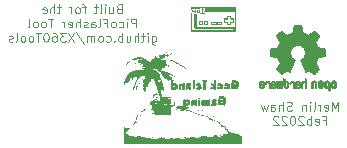
<source format=gbo>
%TF.GenerationSoftware,KiCad,Pcbnew,(6.0.1)*%
%TF.CreationDate,2022-03-09T13:46:12-07:00*%
%TF.ProjectId,MShaw_PICO_Edition_4gbNandExtensionQSB_V2.6,4d536861-775f-4504-9943-4f5f45646974,rev?*%
%TF.SameCoordinates,Original*%
%TF.FileFunction,Legend,Bot*%
%TF.FilePolarity,Positive*%
%FSLAX46Y46*%
G04 Gerber Fmt 4.6, Leading zero omitted, Abs format (unit mm)*
G04 Created by KiCad (PCBNEW (6.0.1)) date 2022-03-09 13:46:12*
%MOMM*%
%LPD*%
G01*
G04 APERTURE LIST*
G04 Aperture macros list*
%AMRoundRect*
0 Rectangle with rounded corners*
0 $1 Rounding radius*
0 $2 $3 $4 $5 $6 $7 $8 $9 X,Y pos of 4 corners*
0 Add a 4 corners polygon primitive as box body*
4,1,4,$2,$3,$4,$5,$6,$7,$8,$9,$2,$3,0*
0 Add four circle primitives for the rounded corners*
1,1,$1+$1,$2,$3*
1,1,$1+$1,$4,$5*
1,1,$1+$1,$6,$7*
1,1,$1+$1,$8,$9*
0 Add four rect primitives between the rounded corners*
20,1,$1+$1,$2,$3,$4,$5,0*
20,1,$1+$1,$4,$5,$6,$7,0*
20,1,$1+$1,$6,$7,$8,$9,0*
20,1,$1+$1,$8,$9,$2,$3,0*%
G04 Aperture macros list end*
%ADD10C,0.100000*%
%ADD11C,0.010000*%
%ADD12RoundRect,0.250000X0.250000X-0.750000X0.250000X0.750000X-0.250000X0.750000X-0.250000X-0.750000X0*%
G04 APERTURE END LIST*
D10*
X173894943Y-107625635D02*
X173894943Y-106875635D01*
X173644943Y-107411350D01*
X173394943Y-106875635D01*
X173394943Y-107625635D01*
X172752086Y-107589921D02*
X172823515Y-107625635D01*
X172966372Y-107625635D01*
X173037801Y-107589921D01*
X173073515Y-107518492D01*
X173073515Y-107232778D01*
X173037801Y-107161350D01*
X172966372Y-107125635D01*
X172823515Y-107125635D01*
X172752086Y-107161350D01*
X172716372Y-107232778D01*
X172716372Y-107304207D01*
X173073515Y-107375635D01*
X172394943Y-107625635D02*
X172394943Y-107125635D01*
X172394943Y-107268492D02*
X172359229Y-107197064D01*
X172323515Y-107161350D01*
X172252086Y-107125635D01*
X172180658Y-107125635D01*
X171823515Y-107625635D02*
X171894943Y-107589921D01*
X171930658Y-107518492D01*
X171930658Y-106875635D01*
X171537801Y-107625635D02*
X171537801Y-107125635D01*
X171537801Y-106875635D02*
X171573515Y-106911350D01*
X171537801Y-106947064D01*
X171502086Y-106911350D01*
X171537801Y-106875635D01*
X171537801Y-106947064D01*
X171180658Y-107125635D02*
X171180658Y-107625635D01*
X171180658Y-107197064D02*
X171144943Y-107161350D01*
X171073515Y-107125635D01*
X170966372Y-107125635D01*
X170894943Y-107161350D01*
X170859229Y-107232778D01*
X170859229Y-107625635D01*
X169966372Y-107589921D02*
X169859229Y-107625635D01*
X169680658Y-107625635D01*
X169609229Y-107589921D01*
X169573515Y-107554207D01*
X169537801Y-107482778D01*
X169537801Y-107411350D01*
X169573515Y-107339921D01*
X169609229Y-107304207D01*
X169680658Y-107268492D01*
X169823515Y-107232778D01*
X169894943Y-107197064D01*
X169930658Y-107161350D01*
X169966372Y-107089921D01*
X169966372Y-107018492D01*
X169930658Y-106947064D01*
X169894943Y-106911350D01*
X169823515Y-106875635D01*
X169644943Y-106875635D01*
X169537801Y-106911350D01*
X169216372Y-107625635D02*
X169216372Y-106875635D01*
X168894943Y-107625635D02*
X168894943Y-107232778D01*
X168930658Y-107161350D01*
X169002086Y-107125635D01*
X169109229Y-107125635D01*
X169180658Y-107161350D01*
X169216372Y-107197064D01*
X168216372Y-107625635D02*
X168216372Y-107232778D01*
X168252086Y-107161350D01*
X168323515Y-107125635D01*
X168466372Y-107125635D01*
X168537801Y-107161350D01*
X168216372Y-107589921D02*
X168287801Y-107625635D01*
X168466372Y-107625635D01*
X168537801Y-107589921D01*
X168573515Y-107518492D01*
X168573515Y-107447064D01*
X168537801Y-107375635D01*
X168466372Y-107339921D01*
X168287801Y-107339921D01*
X168216372Y-107304207D01*
X167930658Y-107125635D02*
X167787801Y-107625635D01*
X167644943Y-107268492D01*
X167502086Y-107625635D01*
X167359229Y-107125635D01*
X172644943Y-108440278D02*
X172894943Y-108440278D01*
X172894943Y-108833135D02*
X172894943Y-108083135D01*
X172537801Y-108083135D01*
X171966372Y-108797421D02*
X172037801Y-108833135D01*
X172180658Y-108833135D01*
X172252086Y-108797421D01*
X172287801Y-108725992D01*
X172287801Y-108440278D01*
X172252086Y-108368850D01*
X172180658Y-108333135D01*
X172037801Y-108333135D01*
X171966372Y-108368850D01*
X171930658Y-108440278D01*
X171930658Y-108511707D01*
X172287801Y-108583135D01*
X171609229Y-108833135D02*
X171609229Y-108083135D01*
X171609229Y-108368850D02*
X171537801Y-108333135D01*
X171394943Y-108333135D01*
X171323515Y-108368850D01*
X171287801Y-108404564D01*
X171252086Y-108475992D01*
X171252086Y-108690278D01*
X171287801Y-108761707D01*
X171323515Y-108797421D01*
X171394943Y-108833135D01*
X171537801Y-108833135D01*
X171609229Y-108797421D01*
X170966372Y-108154564D02*
X170930658Y-108118850D01*
X170859229Y-108083135D01*
X170680658Y-108083135D01*
X170609229Y-108118850D01*
X170573515Y-108154564D01*
X170537801Y-108225992D01*
X170537801Y-108297421D01*
X170573515Y-108404564D01*
X171002086Y-108833135D01*
X170537801Y-108833135D01*
X170073515Y-108083135D02*
X170002086Y-108083135D01*
X169930658Y-108118850D01*
X169894943Y-108154564D01*
X169859229Y-108225992D01*
X169823515Y-108368850D01*
X169823515Y-108547421D01*
X169859229Y-108690278D01*
X169894943Y-108761707D01*
X169930658Y-108797421D01*
X170002086Y-108833135D01*
X170073515Y-108833135D01*
X170144943Y-108797421D01*
X170180658Y-108761707D01*
X170216372Y-108690278D01*
X170252086Y-108547421D01*
X170252086Y-108368850D01*
X170216372Y-108225992D01*
X170180658Y-108154564D01*
X170144943Y-108118850D01*
X170073515Y-108083135D01*
X169537801Y-108154564D02*
X169502086Y-108118850D01*
X169430658Y-108083135D01*
X169252086Y-108083135D01*
X169180658Y-108118850D01*
X169144943Y-108154564D01*
X169109229Y-108225992D01*
X169109229Y-108297421D01*
X169144943Y-108404564D01*
X169573515Y-108833135D01*
X169109229Y-108833135D01*
X168823515Y-108154564D02*
X168787801Y-108118850D01*
X168716372Y-108083135D01*
X168537801Y-108083135D01*
X168466372Y-108118850D01*
X168430658Y-108154564D01*
X168394943Y-108225992D01*
X168394943Y-108297421D01*
X168430658Y-108404564D01*
X168859229Y-108833135D01*
X168394943Y-108833135D01*
X155357142Y-98988928D02*
X155250000Y-99024642D01*
X155214285Y-99060357D01*
X155178571Y-99131785D01*
X155178571Y-99238928D01*
X155214285Y-99310357D01*
X155250000Y-99346071D01*
X155321428Y-99381785D01*
X155607142Y-99381785D01*
X155607142Y-98631785D01*
X155357142Y-98631785D01*
X155285714Y-98667500D01*
X155250000Y-98703214D01*
X155214285Y-98774642D01*
X155214285Y-98846071D01*
X155250000Y-98917500D01*
X155285714Y-98953214D01*
X155357142Y-98988928D01*
X155607142Y-98988928D01*
X154535714Y-98881785D02*
X154535714Y-99381785D01*
X154857142Y-98881785D02*
X154857142Y-99274642D01*
X154821428Y-99346071D01*
X154750000Y-99381785D01*
X154642857Y-99381785D01*
X154571428Y-99346071D01*
X154535714Y-99310357D01*
X154178571Y-99381785D02*
X154178571Y-98881785D01*
X154178571Y-98631785D02*
X154214285Y-98667500D01*
X154178571Y-98703214D01*
X154142857Y-98667500D01*
X154178571Y-98631785D01*
X154178571Y-98703214D01*
X153714285Y-99381785D02*
X153785714Y-99346071D01*
X153821428Y-99274642D01*
X153821428Y-98631785D01*
X153535714Y-98881785D02*
X153250000Y-98881785D01*
X153428571Y-98631785D02*
X153428571Y-99274642D01*
X153392857Y-99346071D01*
X153321428Y-99381785D01*
X153250000Y-99381785D01*
X152535714Y-98881785D02*
X152250000Y-98881785D01*
X152428571Y-99381785D02*
X152428571Y-98738928D01*
X152392857Y-98667500D01*
X152321428Y-98631785D01*
X152250000Y-98631785D01*
X151892857Y-99381785D02*
X151964285Y-99346071D01*
X152000000Y-99310357D01*
X152035714Y-99238928D01*
X152035714Y-99024642D01*
X152000000Y-98953214D01*
X151964285Y-98917500D01*
X151892857Y-98881785D01*
X151785714Y-98881785D01*
X151714285Y-98917500D01*
X151678571Y-98953214D01*
X151642857Y-99024642D01*
X151642857Y-99238928D01*
X151678571Y-99310357D01*
X151714285Y-99346071D01*
X151785714Y-99381785D01*
X151892857Y-99381785D01*
X151321428Y-99381785D02*
X151321428Y-98881785D01*
X151321428Y-99024642D02*
X151285714Y-98953214D01*
X151250000Y-98917500D01*
X151178571Y-98881785D01*
X151107142Y-98881785D01*
X150392857Y-98881785D02*
X150107142Y-98881785D01*
X150285714Y-98631785D02*
X150285714Y-99274642D01*
X150250000Y-99346071D01*
X150178571Y-99381785D01*
X150107142Y-99381785D01*
X149857142Y-99381785D02*
X149857142Y-98631785D01*
X149535714Y-99381785D02*
X149535714Y-98988928D01*
X149571428Y-98917500D01*
X149642857Y-98881785D01*
X149750000Y-98881785D01*
X149821428Y-98917500D01*
X149857142Y-98953214D01*
X148892857Y-99346071D02*
X148964285Y-99381785D01*
X149107142Y-99381785D01*
X149178571Y-99346071D01*
X149214285Y-99274642D01*
X149214285Y-98988928D01*
X149178571Y-98917500D01*
X149107142Y-98881785D01*
X148964285Y-98881785D01*
X148892857Y-98917500D01*
X148857142Y-98988928D01*
X148857142Y-99060357D01*
X149214285Y-99131785D01*
X156785714Y-100589285D02*
X156785714Y-99839285D01*
X156500000Y-99839285D01*
X156428571Y-99875000D01*
X156392857Y-99910714D01*
X156357142Y-99982142D01*
X156357142Y-100089285D01*
X156392857Y-100160714D01*
X156428571Y-100196428D01*
X156500000Y-100232142D01*
X156785714Y-100232142D01*
X156035714Y-100589285D02*
X156035714Y-100089285D01*
X156035714Y-99839285D02*
X156071428Y-99875000D01*
X156035714Y-99910714D01*
X156000000Y-99875000D01*
X156035714Y-99839285D01*
X156035714Y-99910714D01*
X155357142Y-100553571D02*
X155428571Y-100589285D01*
X155571428Y-100589285D01*
X155642857Y-100553571D01*
X155678571Y-100517857D01*
X155714285Y-100446428D01*
X155714285Y-100232142D01*
X155678571Y-100160714D01*
X155642857Y-100125000D01*
X155571428Y-100089285D01*
X155428571Y-100089285D01*
X155357142Y-100125000D01*
X154928571Y-100589285D02*
X155000000Y-100553571D01*
X155035714Y-100517857D01*
X155071428Y-100446428D01*
X155071428Y-100232142D01*
X155035714Y-100160714D01*
X155000000Y-100125000D01*
X154928571Y-100089285D01*
X154821428Y-100089285D01*
X154750000Y-100125000D01*
X154714285Y-100160714D01*
X154678571Y-100232142D01*
X154678571Y-100446428D01*
X154714285Y-100517857D01*
X154750000Y-100553571D01*
X154821428Y-100589285D01*
X154928571Y-100589285D01*
X154107142Y-100196428D02*
X154357142Y-100196428D01*
X154357142Y-100589285D02*
X154357142Y-99839285D01*
X154000000Y-99839285D01*
X153607142Y-100589285D02*
X153678571Y-100553571D01*
X153714285Y-100482142D01*
X153714285Y-99839285D01*
X153000000Y-100589285D02*
X153000000Y-100196428D01*
X153035714Y-100125000D01*
X153107142Y-100089285D01*
X153250000Y-100089285D01*
X153321428Y-100125000D01*
X153000000Y-100553571D02*
X153071428Y-100589285D01*
X153250000Y-100589285D01*
X153321428Y-100553571D01*
X153357142Y-100482142D01*
X153357142Y-100410714D01*
X153321428Y-100339285D01*
X153250000Y-100303571D01*
X153071428Y-100303571D01*
X153000000Y-100267857D01*
X152678571Y-100553571D02*
X152607142Y-100589285D01*
X152464285Y-100589285D01*
X152392857Y-100553571D01*
X152357142Y-100482142D01*
X152357142Y-100446428D01*
X152392857Y-100375000D01*
X152464285Y-100339285D01*
X152571428Y-100339285D01*
X152642857Y-100303571D01*
X152678571Y-100232142D01*
X152678571Y-100196428D01*
X152642857Y-100125000D01*
X152571428Y-100089285D01*
X152464285Y-100089285D01*
X152392857Y-100125000D01*
X152035714Y-100589285D02*
X152035714Y-99839285D01*
X151714285Y-100589285D02*
X151714285Y-100196428D01*
X151750000Y-100125000D01*
X151821428Y-100089285D01*
X151928571Y-100089285D01*
X152000000Y-100125000D01*
X152035714Y-100160714D01*
X151071428Y-100553571D02*
X151142857Y-100589285D01*
X151285714Y-100589285D01*
X151357142Y-100553571D01*
X151392857Y-100482142D01*
X151392857Y-100196428D01*
X151357142Y-100125000D01*
X151285714Y-100089285D01*
X151142857Y-100089285D01*
X151071428Y-100125000D01*
X151035714Y-100196428D01*
X151035714Y-100267857D01*
X151392857Y-100339285D01*
X150714285Y-100589285D02*
X150714285Y-100089285D01*
X150714285Y-100232142D02*
X150678571Y-100160714D01*
X150642857Y-100125000D01*
X150571428Y-100089285D01*
X150500000Y-100089285D01*
X149785714Y-99839285D02*
X149357142Y-99839285D01*
X149571428Y-100589285D02*
X149571428Y-99839285D01*
X149000000Y-100589285D02*
X149071428Y-100553571D01*
X149107142Y-100517857D01*
X149142857Y-100446428D01*
X149142857Y-100232142D01*
X149107142Y-100160714D01*
X149071428Y-100125000D01*
X149000000Y-100089285D01*
X148892857Y-100089285D01*
X148821428Y-100125000D01*
X148785714Y-100160714D01*
X148750000Y-100232142D01*
X148750000Y-100446428D01*
X148785714Y-100517857D01*
X148821428Y-100553571D01*
X148892857Y-100589285D01*
X149000000Y-100589285D01*
X148321428Y-100589285D02*
X148392857Y-100553571D01*
X148428571Y-100517857D01*
X148464285Y-100446428D01*
X148464285Y-100232142D01*
X148428571Y-100160714D01*
X148392857Y-100125000D01*
X148321428Y-100089285D01*
X148214285Y-100089285D01*
X148142857Y-100125000D01*
X148107142Y-100160714D01*
X148071428Y-100232142D01*
X148071428Y-100446428D01*
X148107142Y-100517857D01*
X148142857Y-100553571D01*
X148214285Y-100589285D01*
X148321428Y-100589285D01*
X147642857Y-100589285D02*
X147714285Y-100553571D01*
X147750000Y-100482142D01*
X147750000Y-99839285D01*
X158125000Y-101296785D02*
X158125000Y-101903928D01*
X158160714Y-101975357D01*
X158196428Y-102011071D01*
X158267857Y-102046785D01*
X158375000Y-102046785D01*
X158446428Y-102011071D01*
X158125000Y-101761071D02*
X158196428Y-101796785D01*
X158339285Y-101796785D01*
X158410714Y-101761071D01*
X158446428Y-101725357D01*
X158482142Y-101653928D01*
X158482142Y-101439642D01*
X158446428Y-101368214D01*
X158410714Y-101332500D01*
X158339285Y-101296785D01*
X158196428Y-101296785D01*
X158125000Y-101332500D01*
X157767857Y-101796785D02*
X157767857Y-101296785D01*
X157767857Y-101046785D02*
X157803571Y-101082500D01*
X157767857Y-101118214D01*
X157732142Y-101082500D01*
X157767857Y-101046785D01*
X157767857Y-101118214D01*
X157517857Y-101296785D02*
X157232142Y-101296785D01*
X157410714Y-101046785D02*
X157410714Y-101689642D01*
X157375000Y-101761071D01*
X157303571Y-101796785D01*
X157232142Y-101796785D01*
X156982142Y-101796785D02*
X156982142Y-101046785D01*
X156660714Y-101796785D02*
X156660714Y-101403928D01*
X156696428Y-101332500D01*
X156767857Y-101296785D01*
X156875000Y-101296785D01*
X156946428Y-101332500D01*
X156982142Y-101368214D01*
X155982142Y-101296785D02*
X155982142Y-101796785D01*
X156303571Y-101296785D02*
X156303571Y-101689642D01*
X156267857Y-101761071D01*
X156196428Y-101796785D01*
X156089285Y-101796785D01*
X156017857Y-101761071D01*
X155982142Y-101725357D01*
X155625000Y-101796785D02*
X155625000Y-101046785D01*
X155625000Y-101332500D02*
X155553571Y-101296785D01*
X155410714Y-101296785D01*
X155339285Y-101332500D01*
X155303571Y-101368214D01*
X155267857Y-101439642D01*
X155267857Y-101653928D01*
X155303571Y-101725357D01*
X155339285Y-101761071D01*
X155410714Y-101796785D01*
X155553571Y-101796785D01*
X155625000Y-101761071D01*
X154946428Y-101725357D02*
X154910714Y-101761071D01*
X154946428Y-101796785D01*
X154982142Y-101761071D01*
X154946428Y-101725357D01*
X154946428Y-101796785D01*
X154267857Y-101761071D02*
X154339285Y-101796785D01*
X154482142Y-101796785D01*
X154553571Y-101761071D01*
X154589285Y-101725357D01*
X154625000Y-101653928D01*
X154625000Y-101439642D01*
X154589285Y-101368214D01*
X154553571Y-101332500D01*
X154482142Y-101296785D01*
X154339285Y-101296785D01*
X154267857Y-101332500D01*
X153839285Y-101796785D02*
X153910714Y-101761071D01*
X153946428Y-101725357D01*
X153982142Y-101653928D01*
X153982142Y-101439642D01*
X153946428Y-101368214D01*
X153910714Y-101332500D01*
X153839285Y-101296785D01*
X153732142Y-101296785D01*
X153660714Y-101332500D01*
X153625000Y-101368214D01*
X153589285Y-101439642D01*
X153589285Y-101653928D01*
X153625000Y-101725357D01*
X153660714Y-101761071D01*
X153732142Y-101796785D01*
X153839285Y-101796785D01*
X153267857Y-101796785D02*
X153267857Y-101296785D01*
X153267857Y-101368214D02*
X153232142Y-101332500D01*
X153160714Y-101296785D01*
X153053571Y-101296785D01*
X152982142Y-101332500D01*
X152946428Y-101403928D01*
X152946428Y-101796785D01*
X152946428Y-101403928D02*
X152910714Y-101332500D01*
X152839285Y-101296785D01*
X152732142Y-101296785D01*
X152660714Y-101332500D01*
X152625000Y-101403928D01*
X152625000Y-101796785D01*
X151732142Y-101011071D02*
X152375000Y-101975357D01*
X151553571Y-101046785D02*
X151053571Y-101796785D01*
X151053571Y-101046785D02*
X151553571Y-101796785D01*
X150839285Y-101046785D02*
X150375000Y-101046785D01*
X150625000Y-101332500D01*
X150517857Y-101332500D01*
X150446428Y-101368214D01*
X150410714Y-101403928D01*
X150375000Y-101475357D01*
X150375000Y-101653928D01*
X150410714Y-101725357D01*
X150446428Y-101761071D01*
X150517857Y-101796785D01*
X150732142Y-101796785D01*
X150803571Y-101761071D01*
X150839285Y-101725357D01*
X149732142Y-101046785D02*
X149875000Y-101046785D01*
X149946428Y-101082500D01*
X149982142Y-101118214D01*
X150053571Y-101225357D01*
X150089285Y-101368214D01*
X150089285Y-101653928D01*
X150053571Y-101725357D01*
X150017857Y-101761071D01*
X149946428Y-101796785D01*
X149803571Y-101796785D01*
X149732142Y-101761071D01*
X149696428Y-101725357D01*
X149660714Y-101653928D01*
X149660714Y-101475357D01*
X149696428Y-101403928D01*
X149732142Y-101368214D01*
X149803571Y-101332500D01*
X149946428Y-101332500D01*
X150017857Y-101368214D01*
X150053571Y-101403928D01*
X150089285Y-101475357D01*
X149196428Y-101046785D02*
X149125000Y-101046785D01*
X149053571Y-101082500D01*
X149017857Y-101118214D01*
X148982142Y-101189642D01*
X148946428Y-101332500D01*
X148946428Y-101511071D01*
X148982142Y-101653928D01*
X149017857Y-101725357D01*
X149053571Y-101761071D01*
X149125000Y-101796785D01*
X149196428Y-101796785D01*
X149267857Y-101761071D01*
X149303571Y-101725357D01*
X149339285Y-101653928D01*
X149375000Y-101511071D01*
X149375000Y-101332500D01*
X149339285Y-101189642D01*
X149303571Y-101118214D01*
X149267857Y-101082500D01*
X149196428Y-101046785D01*
X148732142Y-101046785D02*
X148303571Y-101046785D01*
X148517857Y-101796785D02*
X148517857Y-101046785D01*
X147946428Y-101796785D02*
X148017857Y-101761071D01*
X148053571Y-101725357D01*
X148089285Y-101653928D01*
X148089285Y-101439642D01*
X148053571Y-101368214D01*
X148017857Y-101332500D01*
X147946428Y-101296785D01*
X147839285Y-101296785D01*
X147767857Y-101332500D01*
X147732142Y-101368214D01*
X147696428Y-101439642D01*
X147696428Y-101653928D01*
X147732142Y-101725357D01*
X147767857Y-101761071D01*
X147839285Y-101796785D01*
X147946428Y-101796785D01*
X147267857Y-101796785D02*
X147339285Y-101761071D01*
X147375000Y-101725357D01*
X147410714Y-101653928D01*
X147410714Y-101439642D01*
X147375000Y-101368214D01*
X147339285Y-101332500D01*
X147267857Y-101296785D01*
X147160714Y-101296785D01*
X147089285Y-101332500D01*
X147053571Y-101368214D01*
X147017857Y-101439642D01*
X147017857Y-101653928D01*
X147053571Y-101725357D01*
X147089285Y-101761071D01*
X147160714Y-101796785D01*
X147267857Y-101796785D01*
X146589285Y-101796785D02*
X146660714Y-101761071D01*
X146696428Y-101689642D01*
X146696428Y-101046785D01*
X146339285Y-101761071D02*
X146267857Y-101796785D01*
X146125000Y-101796785D01*
X146053571Y-101761071D01*
X146017857Y-101689642D01*
X146017857Y-101653928D01*
X146053571Y-101582500D01*
X146125000Y-101546785D01*
X146232142Y-101546785D01*
X146303571Y-101511071D01*
X146339285Y-101439642D01*
X146339285Y-101403928D01*
X146303571Y-101332500D01*
X146232142Y-101296785D01*
X146125000Y-101296785D01*
X146053571Y-101332500D01*
D11*
%TO.C,REF\u002A\u002A*%
X173418486Y-105087662D02*
X173350456Y-105123433D01*
X173350456Y-105123433D02*
X173300250Y-105181001D01*
X173300250Y-105181001D02*
X173282416Y-105218012D01*
X173282416Y-105218012D02*
X173268538Y-105273582D01*
X173268538Y-105273582D02*
X173261434Y-105343796D01*
X173261434Y-105343796D02*
X173260761Y-105420427D01*
X173260761Y-105420427D02*
X173266174Y-105495252D01*
X173266174Y-105495252D02*
X173277331Y-105560042D01*
X173277331Y-105560042D02*
X173293887Y-105606573D01*
X173293887Y-105606573D02*
X173298975Y-105614587D01*
X173298975Y-105614587D02*
X173359246Y-105674407D01*
X173359246Y-105674407D02*
X173430832Y-105710235D01*
X173430832Y-105710235D02*
X173508509Y-105720720D01*
X173508509Y-105720720D02*
X173587053Y-105704510D01*
X173587053Y-105704510D02*
X173608912Y-105694792D01*
X173608912Y-105694792D02*
X173651479Y-105664843D01*
X173651479Y-105664843D02*
X173688838Y-105625133D01*
X173688838Y-105625133D02*
X173692369Y-105620097D01*
X173692369Y-105620097D02*
X173706720Y-105595824D01*
X173706720Y-105595824D02*
X173716207Y-105569878D01*
X173716207Y-105569878D02*
X173721811Y-105535722D01*
X173721811Y-105535722D02*
X173724515Y-105486819D01*
X173724515Y-105486819D02*
X173725302Y-105416635D01*
X173725302Y-105416635D02*
X173725315Y-105400900D01*
X173725315Y-105400900D02*
X173725279Y-105395892D01*
X173725279Y-105395892D02*
X173580172Y-105395892D01*
X173580172Y-105395892D02*
X173579328Y-105462130D01*
X173579328Y-105462130D02*
X173576005Y-105506086D01*
X173576005Y-105506086D02*
X173569018Y-105534479D01*
X173569018Y-105534479D02*
X173557185Y-105554025D01*
X173557185Y-105554025D02*
X173551144Y-105560557D01*
X173551144Y-105560557D02*
X173516415Y-105585380D01*
X173516415Y-105585380D02*
X173482698Y-105584248D01*
X173482698Y-105584248D02*
X173448606Y-105562716D01*
X173448606Y-105562716D02*
X173428272Y-105539729D01*
X173428272Y-105539729D02*
X173416230Y-105506178D01*
X173416230Y-105506178D02*
X173409467Y-105453269D01*
X173409467Y-105453269D02*
X173409003Y-105447099D01*
X173409003Y-105447099D02*
X173407849Y-105351213D01*
X173407849Y-105351213D02*
X173419913Y-105279999D01*
X173419913Y-105279999D02*
X173445031Y-105233894D01*
X173445031Y-105233894D02*
X173483041Y-105213335D01*
X173483041Y-105213335D02*
X173496609Y-105212214D01*
X173496609Y-105212214D02*
X173532237Y-105217852D01*
X173532237Y-105217852D02*
X173556607Y-105237386D01*
X173556607Y-105237386D02*
X173571508Y-105274742D01*
X173571508Y-105274742D02*
X173578726Y-105333850D01*
X173578726Y-105333850D02*
X173580172Y-105395892D01*
X173580172Y-105395892D02*
X173725279Y-105395892D01*
X173725279Y-105395892D02*
X173724775Y-105326113D01*
X173724775Y-105326113D02*
X173722505Y-105273859D01*
X173722505Y-105273859D02*
X173717533Y-105237649D01*
X173717533Y-105237649D02*
X173708888Y-105210999D01*
X173708888Y-105210999D02*
X173695596Y-105187422D01*
X173695596Y-105187422D02*
X173692658Y-105183038D01*
X173692658Y-105183038D02*
X173643288Y-105123949D01*
X173643288Y-105123949D02*
X173589492Y-105089647D01*
X173589492Y-105089647D02*
X173523999Y-105076031D01*
X173523999Y-105076031D02*
X173501759Y-105075365D01*
X173501759Y-105075365D02*
X173418486Y-105087662D01*
X173418486Y-105087662D02*
X173418486Y-105087662D01*
G36*
X173725302Y-105416635D02*
G01*
X173724515Y-105486819D01*
X173721811Y-105535722D01*
X173716207Y-105569878D01*
X173706720Y-105595824D01*
X173692369Y-105620097D01*
X173688838Y-105625133D01*
X173651479Y-105664843D01*
X173608912Y-105694792D01*
X173587053Y-105704510D01*
X173508509Y-105720720D01*
X173430832Y-105710235D01*
X173359246Y-105674407D01*
X173298975Y-105614587D01*
X173293887Y-105606573D01*
X173277331Y-105560042D01*
X173266174Y-105495252D01*
X173260761Y-105420427D01*
X173261369Y-105351213D01*
X173407849Y-105351213D01*
X173409003Y-105447099D01*
X173409467Y-105453269D01*
X173416230Y-105506178D01*
X173428272Y-105539729D01*
X173448606Y-105562716D01*
X173482698Y-105584248D01*
X173516415Y-105585380D01*
X173551144Y-105560557D01*
X173557185Y-105554025D01*
X173569018Y-105534479D01*
X173576005Y-105506086D01*
X173579328Y-105462130D01*
X173580172Y-105395892D01*
X173578726Y-105333850D01*
X173571508Y-105274742D01*
X173556607Y-105237386D01*
X173532237Y-105217852D01*
X173496609Y-105212214D01*
X173483041Y-105213335D01*
X173445031Y-105233894D01*
X173419913Y-105279999D01*
X173407849Y-105351213D01*
X173261369Y-105351213D01*
X173261434Y-105343796D01*
X173268538Y-105273582D01*
X173282416Y-105218012D01*
X173300250Y-105181001D01*
X173350456Y-105123433D01*
X173418486Y-105087662D01*
X173501759Y-105075365D01*
X173523999Y-105076031D01*
X173589492Y-105089647D01*
X173643288Y-105123949D01*
X173692658Y-105183038D01*
X173695596Y-105187422D01*
X173708888Y-105210999D01*
X173717533Y-105237649D01*
X173722505Y-105273859D01*
X173724775Y-105326113D01*
X173725279Y-105395892D01*
X173725315Y-105400900D01*
X173725302Y-105416635D01*
G37*
X173725302Y-105416635D02*
X173724515Y-105486819D01*
X173721811Y-105535722D01*
X173716207Y-105569878D01*
X173706720Y-105595824D01*
X173692369Y-105620097D01*
X173688838Y-105625133D01*
X173651479Y-105664843D01*
X173608912Y-105694792D01*
X173587053Y-105704510D01*
X173508509Y-105720720D01*
X173430832Y-105710235D01*
X173359246Y-105674407D01*
X173298975Y-105614587D01*
X173293887Y-105606573D01*
X173277331Y-105560042D01*
X173266174Y-105495252D01*
X173260761Y-105420427D01*
X173261369Y-105351213D01*
X173407849Y-105351213D01*
X173409003Y-105447099D01*
X173409467Y-105453269D01*
X173416230Y-105506178D01*
X173428272Y-105539729D01*
X173448606Y-105562716D01*
X173482698Y-105584248D01*
X173516415Y-105585380D01*
X173551144Y-105560557D01*
X173557185Y-105554025D01*
X173569018Y-105534479D01*
X173576005Y-105506086D01*
X173579328Y-105462130D01*
X173580172Y-105395892D01*
X173578726Y-105333850D01*
X173571508Y-105274742D01*
X173556607Y-105237386D01*
X173532237Y-105217852D01*
X173496609Y-105212214D01*
X173483041Y-105213335D01*
X173445031Y-105233894D01*
X173419913Y-105279999D01*
X173407849Y-105351213D01*
X173261369Y-105351213D01*
X173261434Y-105343796D01*
X173268538Y-105273582D01*
X173282416Y-105218012D01*
X173300250Y-105181001D01*
X173350456Y-105123433D01*
X173418486Y-105087662D01*
X173501759Y-105075365D01*
X173523999Y-105076031D01*
X173589492Y-105089647D01*
X173643288Y-105123949D01*
X173692658Y-105183038D01*
X173695596Y-105187422D01*
X173708888Y-105210999D01*
X173717533Y-105237649D01*
X173722505Y-105273859D01*
X173724775Y-105326113D01*
X173725279Y-105395892D01*
X173725315Y-105400900D01*
X173725302Y-105416635D01*
X171743508Y-105093480D02*
X171696929Y-105120423D01*
X171696929Y-105120423D02*
X171664544Y-105147166D01*
X171664544Y-105147166D02*
X171640859Y-105175184D01*
X171640859Y-105175184D02*
X171624542Y-105209448D01*
X171624542Y-105209448D02*
X171614262Y-105254927D01*
X171614262Y-105254927D02*
X171608687Y-105316592D01*
X171608687Y-105316592D02*
X171606485Y-105399411D01*
X171606485Y-105399411D02*
X171606230Y-105458946D01*
X171606230Y-105458946D02*
X171606230Y-105678091D01*
X171606230Y-105678091D02*
X171667915Y-105705744D01*
X171667915Y-105705744D02*
X171729601Y-105733397D01*
X171729601Y-105733397D02*
X171736858Y-105493370D01*
X171736858Y-105493370D02*
X171739857Y-105403728D01*
X171739857Y-105403728D02*
X171743003Y-105338662D01*
X171743003Y-105338662D02*
X171746900Y-105293726D01*
X171746900Y-105293726D02*
X171752154Y-105264470D01*
X171752154Y-105264470D02*
X171759370Y-105246448D01*
X171759370Y-105246448D02*
X171769151Y-105235211D01*
X171769151Y-105235211D02*
X171772289Y-105232779D01*
X171772289Y-105232779D02*
X171819840Y-105213783D01*
X171819840Y-105213783D02*
X171867904Y-105221300D01*
X171867904Y-105221300D02*
X171896515Y-105241243D01*
X171896515Y-105241243D02*
X171908154Y-105255375D01*
X171908154Y-105255375D02*
X171916210Y-105273920D01*
X171916210Y-105273920D02*
X171921330Y-105302034D01*
X171921330Y-105302034D02*
X171924160Y-105344873D01*
X171924160Y-105344873D02*
X171925345Y-105407595D01*
X171925345Y-105407595D02*
X171925544Y-105472961D01*
X171925544Y-105472961D02*
X171925583Y-105554968D01*
X171925583Y-105554968D02*
X171926987Y-105613016D01*
X171926987Y-105613016D02*
X171931687Y-105652165D01*
X171931687Y-105652165D02*
X171941614Y-105677480D01*
X171941614Y-105677480D02*
X171958698Y-105694023D01*
X171958698Y-105694023D02*
X171984869Y-105706856D01*
X171984869Y-105706856D02*
X172019826Y-105720191D01*
X172019826Y-105720191D02*
X172058005Y-105734707D01*
X172058005Y-105734707D02*
X172053460Y-105477089D01*
X172053460Y-105477089D02*
X172051630Y-105384219D01*
X172051630Y-105384219D02*
X172049489Y-105315589D01*
X172049489Y-105315589D02*
X172046420Y-105266411D01*
X172046420Y-105266411D02*
X172041807Y-105231898D01*
X172041807Y-105231898D02*
X172035033Y-105207262D01*
X172035033Y-105207262D02*
X172025482Y-105187716D01*
X172025482Y-105187716D02*
X172013967Y-105170470D01*
X172013967Y-105170470D02*
X171958411Y-105115380D01*
X171958411Y-105115380D02*
X171890621Y-105083522D01*
X171890621Y-105083522D02*
X171816888Y-105075891D01*
X171816888Y-105075891D02*
X171743508Y-105093480D01*
X171743508Y-105093480D02*
X171743508Y-105093480D01*
G36*
X171890621Y-105083522D02*
G01*
X171958411Y-105115380D01*
X172013967Y-105170470D01*
X172025482Y-105187716D01*
X172035033Y-105207262D01*
X172041807Y-105231898D01*
X172046420Y-105266411D01*
X172049489Y-105315589D01*
X172051630Y-105384219D01*
X172053460Y-105477089D01*
X172058005Y-105734707D01*
X172019826Y-105720191D01*
X171984869Y-105706856D01*
X171958698Y-105694023D01*
X171941614Y-105677480D01*
X171931687Y-105652165D01*
X171926987Y-105613016D01*
X171925583Y-105554968D01*
X171925544Y-105472961D01*
X171925345Y-105407595D01*
X171924160Y-105344873D01*
X171921330Y-105302034D01*
X171916210Y-105273920D01*
X171908154Y-105255375D01*
X171896515Y-105241243D01*
X171867904Y-105221300D01*
X171819840Y-105213783D01*
X171772289Y-105232779D01*
X171769151Y-105235211D01*
X171759370Y-105246448D01*
X171752154Y-105264470D01*
X171746900Y-105293726D01*
X171743003Y-105338662D01*
X171739857Y-105403728D01*
X171736858Y-105493370D01*
X171729601Y-105733397D01*
X171667915Y-105705744D01*
X171606230Y-105678091D01*
X171606230Y-105458946D01*
X171606485Y-105399411D01*
X171608687Y-105316592D01*
X171614262Y-105254927D01*
X171624542Y-105209448D01*
X171640859Y-105175184D01*
X171664544Y-105147166D01*
X171696929Y-105120423D01*
X171743508Y-105093480D01*
X171816888Y-105075891D01*
X171890621Y-105083522D01*
G37*
X171890621Y-105083522D02*
X171958411Y-105115380D01*
X172013967Y-105170470D01*
X172025482Y-105187716D01*
X172035033Y-105207262D01*
X172041807Y-105231898D01*
X172046420Y-105266411D01*
X172049489Y-105315589D01*
X172051630Y-105384219D01*
X172053460Y-105477089D01*
X172058005Y-105734707D01*
X172019826Y-105720191D01*
X171984869Y-105706856D01*
X171958698Y-105694023D01*
X171941614Y-105677480D01*
X171931687Y-105652165D01*
X171926987Y-105613016D01*
X171925583Y-105554968D01*
X171925544Y-105472961D01*
X171925345Y-105407595D01*
X171924160Y-105344873D01*
X171921330Y-105302034D01*
X171916210Y-105273920D01*
X171908154Y-105255375D01*
X171896515Y-105241243D01*
X171867904Y-105221300D01*
X171819840Y-105213783D01*
X171772289Y-105232779D01*
X171769151Y-105235211D01*
X171759370Y-105246448D01*
X171752154Y-105264470D01*
X171746900Y-105293726D01*
X171743003Y-105338662D01*
X171739857Y-105403728D01*
X171736858Y-105493370D01*
X171729601Y-105733397D01*
X171667915Y-105705744D01*
X171606230Y-105678091D01*
X171606230Y-105458946D01*
X171606485Y-105399411D01*
X171608687Y-105316592D01*
X171614262Y-105254927D01*
X171624542Y-105209448D01*
X171640859Y-105175184D01*
X171664544Y-105147166D01*
X171696929Y-105120423D01*
X171743508Y-105093480D01*
X171816888Y-105075891D01*
X171890621Y-105083522D01*
X168314725Y-105122035D02*
X168272934Y-105141044D01*
X168272934Y-105141044D02*
X168240132Y-105164078D01*
X168240132Y-105164078D02*
X168216098Y-105189833D01*
X168216098Y-105189833D02*
X168199504Y-105223058D01*
X168199504Y-105223058D02*
X168189024Y-105268500D01*
X168189024Y-105268500D02*
X168183330Y-105330907D01*
X168183330Y-105330907D02*
X168181094Y-105415027D01*
X168181094Y-105415027D02*
X168180858Y-105470421D01*
X168180858Y-105470421D02*
X168180858Y-105686526D01*
X168180858Y-105686526D02*
X168217827Y-105703370D01*
X168217827Y-105703370D02*
X168246945Y-105715681D01*
X168246945Y-105715681D02*
X168261370Y-105720214D01*
X168261370Y-105720214D02*
X168264129Y-105706725D01*
X168264129Y-105706725D02*
X168266319Y-105670353D01*
X168266319Y-105670353D02*
X168267659Y-105617242D01*
X168267659Y-105617242D02*
X168267944Y-105575072D01*
X168267944Y-105575072D02*
X168269167Y-105514147D01*
X168269167Y-105514147D02*
X168272465Y-105465815D01*
X168272465Y-105465815D02*
X168277280Y-105436218D01*
X168277280Y-105436218D02*
X168281105Y-105429929D01*
X168281105Y-105429929D02*
X168306818Y-105436352D01*
X168306818Y-105436352D02*
X168347183Y-105452825D01*
X168347183Y-105452825D02*
X168393922Y-105475158D01*
X168393922Y-105475158D02*
X168438756Y-105499157D01*
X168438756Y-105499157D02*
X168473408Y-105520630D01*
X168473408Y-105520630D02*
X168489599Y-105535385D01*
X168489599Y-105535385D02*
X168489663Y-105535545D01*
X168489663Y-105535545D02*
X168488271Y-105562852D01*
X168488271Y-105562852D02*
X168475783Y-105588919D01*
X168475783Y-105588919D02*
X168453858Y-105610092D01*
X168453858Y-105610092D02*
X168421858Y-105617174D01*
X168421858Y-105617174D02*
X168394509Y-105616349D01*
X168394509Y-105616349D02*
X168355775Y-105615742D01*
X168355775Y-105615742D02*
X168335443Y-105624816D01*
X168335443Y-105624816D02*
X168323232Y-105648792D01*
X168323232Y-105648792D02*
X168321692Y-105653313D01*
X168321692Y-105653313D02*
X168316398Y-105687506D01*
X168316398Y-105687506D02*
X168330554Y-105708268D01*
X168330554Y-105708268D02*
X168367453Y-105718162D01*
X168367453Y-105718162D02*
X168407312Y-105719992D01*
X168407312Y-105719992D02*
X168479039Y-105706427D01*
X168479039Y-105706427D02*
X168516169Y-105687055D01*
X168516169Y-105687055D02*
X168562025Y-105641545D01*
X168562025Y-105641545D02*
X168586345Y-105585683D01*
X168586345Y-105585683D02*
X168588528Y-105526657D01*
X168588528Y-105526657D02*
X168567972Y-105471653D01*
X168567972Y-105471653D02*
X168537052Y-105437186D01*
X168537052Y-105437186D02*
X168506181Y-105417889D01*
X168506181Y-105417889D02*
X168457659Y-105393459D01*
X168457659Y-105393459D02*
X168401116Y-105368685D01*
X168401116Y-105368685D02*
X168391691Y-105364899D01*
X168391691Y-105364899D02*
X168329582Y-105337491D01*
X168329582Y-105337491D02*
X168293779Y-105313334D01*
X168293779Y-105313334D02*
X168282264Y-105289319D01*
X168282264Y-105289319D02*
X168293021Y-105262335D01*
X168293021Y-105262335D02*
X168311487Y-105241243D01*
X168311487Y-105241243D02*
X168355132Y-105215272D01*
X168355132Y-105215272D02*
X168403155Y-105213324D01*
X168403155Y-105213324D02*
X168447195Y-105233337D01*
X168447195Y-105233337D02*
X168478892Y-105273251D01*
X168478892Y-105273251D02*
X168483052Y-105283548D01*
X168483052Y-105283548D02*
X168507274Y-105321424D01*
X168507274Y-105321424D02*
X168542636Y-105349542D01*
X168542636Y-105349542D02*
X168587258Y-105372617D01*
X168587258Y-105372617D02*
X168587258Y-105307185D01*
X168587258Y-105307185D02*
X168584632Y-105267206D01*
X168584632Y-105267206D02*
X168573371Y-105235697D01*
X168573371Y-105235697D02*
X168548402Y-105202078D01*
X168548402Y-105202078D02*
X168524432Y-105176184D01*
X168524432Y-105176184D02*
X168487160Y-105139517D01*
X168487160Y-105139517D02*
X168458200Y-105119821D01*
X168458200Y-105119821D02*
X168427096Y-105111920D01*
X168427096Y-105111920D02*
X168391888Y-105110614D01*
X168391888Y-105110614D02*
X168314725Y-105122035D01*
X168314725Y-105122035D02*
X168314725Y-105122035D01*
G36*
X168427096Y-105111920D02*
G01*
X168458200Y-105119821D01*
X168487160Y-105139517D01*
X168524432Y-105176184D01*
X168548402Y-105202078D01*
X168573371Y-105235697D01*
X168584632Y-105267206D01*
X168587258Y-105307185D01*
X168587258Y-105372617D01*
X168542636Y-105349542D01*
X168507274Y-105321424D01*
X168483052Y-105283548D01*
X168478892Y-105273251D01*
X168447195Y-105233337D01*
X168403155Y-105213324D01*
X168355132Y-105215272D01*
X168311487Y-105241243D01*
X168293021Y-105262335D01*
X168282264Y-105289319D01*
X168293779Y-105313334D01*
X168329582Y-105337491D01*
X168391691Y-105364899D01*
X168401116Y-105368685D01*
X168457659Y-105393459D01*
X168506181Y-105417889D01*
X168537052Y-105437186D01*
X168567972Y-105471653D01*
X168588528Y-105526657D01*
X168586345Y-105585683D01*
X168562025Y-105641545D01*
X168516169Y-105687055D01*
X168479039Y-105706427D01*
X168407312Y-105719992D01*
X168367453Y-105718162D01*
X168330554Y-105708268D01*
X168316398Y-105687506D01*
X168321692Y-105653313D01*
X168323232Y-105648792D01*
X168335443Y-105624816D01*
X168355775Y-105615742D01*
X168394509Y-105616349D01*
X168421858Y-105617174D01*
X168453858Y-105610092D01*
X168475783Y-105588919D01*
X168488271Y-105562852D01*
X168489663Y-105535545D01*
X168489599Y-105535385D01*
X168473408Y-105520630D01*
X168438756Y-105499157D01*
X168393922Y-105475158D01*
X168347183Y-105452825D01*
X168306818Y-105436352D01*
X168281105Y-105429929D01*
X168277280Y-105436218D01*
X168272465Y-105465815D01*
X168269167Y-105514147D01*
X168267944Y-105575072D01*
X168267659Y-105617242D01*
X168266319Y-105670353D01*
X168264129Y-105706725D01*
X168261370Y-105720214D01*
X168246945Y-105715681D01*
X168217827Y-105703370D01*
X168180858Y-105686526D01*
X168180858Y-105470421D01*
X168181094Y-105415027D01*
X168183330Y-105330907D01*
X168189024Y-105268500D01*
X168199504Y-105223058D01*
X168216098Y-105189833D01*
X168240132Y-105164078D01*
X168272934Y-105141044D01*
X168314725Y-105122035D01*
X168391888Y-105110614D01*
X168427096Y-105111920D01*
G37*
X168427096Y-105111920D02*
X168458200Y-105119821D01*
X168487160Y-105139517D01*
X168524432Y-105176184D01*
X168548402Y-105202078D01*
X168573371Y-105235697D01*
X168584632Y-105267206D01*
X168587258Y-105307185D01*
X168587258Y-105372617D01*
X168542636Y-105349542D01*
X168507274Y-105321424D01*
X168483052Y-105283548D01*
X168478892Y-105273251D01*
X168447195Y-105233337D01*
X168403155Y-105213324D01*
X168355132Y-105215272D01*
X168311487Y-105241243D01*
X168293021Y-105262335D01*
X168282264Y-105289319D01*
X168293779Y-105313334D01*
X168329582Y-105337491D01*
X168391691Y-105364899D01*
X168401116Y-105368685D01*
X168457659Y-105393459D01*
X168506181Y-105417889D01*
X168537052Y-105437186D01*
X168567972Y-105471653D01*
X168588528Y-105526657D01*
X168586345Y-105585683D01*
X168562025Y-105641545D01*
X168516169Y-105687055D01*
X168479039Y-105706427D01*
X168407312Y-105719992D01*
X168367453Y-105718162D01*
X168330554Y-105708268D01*
X168316398Y-105687506D01*
X168321692Y-105653313D01*
X168323232Y-105648792D01*
X168335443Y-105624816D01*
X168355775Y-105615742D01*
X168394509Y-105616349D01*
X168421858Y-105617174D01*
X168453858Y-105610092D01*
X168475783Y-105588919D01*
X168488271Y-105562852D01*
X168489663Y-105535545D01*
X168489599Y-105535385D01*
X168473408Y-105520630D01*
X168438756Y-105499157D01*
X168393922Y-105475158D01*
X168347183Y-105452825D01*
X168306818Y-105436352D01*
X168281105Y-105429929D01*
X168277280Y-105436218D01*
X168272465Y-105465815D01*
X168269167Y-105514147D01*
X168267944Y-105575072D01*
X168267659Y-105617242D01*
X168266319Y-105670353D01*
X168264129Y-105706725D01*
X168261370Y-105720214D01*
X168246945Y-105715681D01*
X168217827Y-105703370D01*
X168180858Y-105686526D01*
X168180858Y-105470421D01*
X168181094Y-105415027D01*
X168183330Y-105330907D01*
X168189024Y-105268500D01*
X168199504Y-105223058D01*
X168216098Y-105189833D01*
X168240132Y-105164078D01*
X168272934Y-105141044D01*
X168314725Y-105122035D01*
X168391888Y-105110614D01*
X168427096Y-105111920D01*
X170355691Y-100408048D02*
X170277147Y-100408478D01*
X170277147Y-100408478D02*
X170220303Y-100409642D01*
X170220303Y-100409642D02*
X170181496Y-100411907D01*
X170181496Y-100411907D02*
X170157063Y-100415640D01*
X170157063Y-100415640D02*
X170143339Y-100421206D01*
X170143339Y-100421206D02*
X170136661Y-100428973D01*
X170136661Y-100428973D02*
X170133365Y-100439305D01*
X170133365Y-100439305D02*
X170133045Y-100440643D01*
X170133045Y-100440643D02*
X170128039Y-100464779D01*
X170128039Y-100464779D02*
X170118772Y-100512401D01*
X170118772Y-100512401D02*
X170106209Y-100578441D01*
X170106209Y-100578441D02*
X170091314Y-100657828D01*
X170091314Y-100657828D02*
X170075050Y-100745496D01*
X170075050Y-100745496D02*
X170074482Y-100748575D01*
X170074482Y-100748575D02*
X170058191Y-100834489D01*
X170058191Y-100834489D02*
X170042949Y-100910396D01*
X170042949Y-100910396D02*
X170029740Y-100971745D01*
X170029740Y-100971745D02*
X170019547Y-101013982D01*
X170019547Y-101013982D02*
X170013353Y-101032555D01*
X170013353Y-101032555D02*
X170013058Y-101032884D01*
X170013058Y-101032884D02*
X169994813Y-101041953D01*
X169994813Y-101041953D02*
X169957196Y-101057067D01*
X169957196Y-101057067D02*
X169908330Y-101074962D01*
X169908330Y-101074962D02*
X169908058Y-101075058D01*
X169908058Y-101075058D02*
X169846508Y-101098193D01*
X169846508Y-101098193D02*
X169773944Y-101127665D01*
X169773944Y-101127665D02*
X169705544Y-101157297D01*
X169705544Y-101157297D02*
X169702307Y-101158762D01*
X169702307Y-101158762D02*
X169590899Y-101209326D01*
X169590899Y-101209326D02*
X169344202Y-101040860D01*
X169344202Y-101040860D02*
X169268524Y-100989503D01*
X169268524Y-100989503D02*
X169199970Y-100943589D01*
X169199970Y-100943589D02*
X169142513Y-100905730D01*
X169142513Y-100905730D02*
X169100125Y-100878537D01*
X169100125Y-100878537D02*
X169076776Y-100864621D01*
X169076776Y-100864621D02*
X169074559Y-100863589D01*
X169074559Y-100863589D02*
X169057591Y-100868184D01*
X169057591Y-100868184D02*
X169025900Y-100890355D01*
X169025900Y-100890355D02*
X168978249Y-100931147D01*
X168978249Y-100931147D02*
X168913403Y-100991605D01*
X168913403Y-100991605D02*
X168847204Y-101055927D01*
X168847204Y-101055927D02*
X168783387Y-101119312D01*
X168783387Y-101119312D02*
X168726272Y-101177151D01*
X168726272Y-101177151D02*
X168679296Y-101225875D01*
X168679296Y-101225875D02*
X168645898Y-101261910D01*
X168645898Y-101261910D02*
X168629516Y-101281684D01*
X168629516Y-101281684D02*
X168628907Y-101282702D01*
X168628907Y-101282702D02*
X168627096Y-101296272D01*
X168627096Y-101296272D02*
X168633918Y-101318433D01*
X168633918Y-101318433D02*
X168651061Y-101352178D01*
X168651061Y-101352178D02*
X168680208Y-101400500D01*
X168680208Y-101400500D02*
X168723046Y-101466392D01*
X168723046Y-101466392D02*
X168780153Y-101551217D01*
X168780153Y-101551217D02*
X168830835Y-101625877D01*
X168830835Y-101625877D02*
X168876140Y-101692840D01*
X168876140Y-101692840D02*
X168913451Y-101748216D01*
X168913451Y-101748216D02*
X168940149Y-101788120D01*
X168940149Y-101788120D02*
X168953616Y-101808662D01*
X168953616Y-101808662D02*
X168954464Y-101810056D01*
X168954464Y-101810056D02*
X168952820Y-101829738D01*
X168952820Y-101829738D02*
X168940356Y-101867993D01*
X168940356Y-101867993D02*
X168919553Y-101917589D01*
X168919553Y-101917589D02*
X168912139Y-101933428D01*
X168912139Y-101933428D02*
X168879787Y-102003990D01*
X168879787Y-102003990D02*
X168845273Y-102084053D01*
X168845273Y-102084053D02*
X168817236Y-102153329D01*
X168817236Y-102153329D02*
X168797033Y-102204745D01*
X168797033Y-102204745D02*
X168780986Y-102243819D01*
X168780986Y-102243819D02*
X168771713Y-102264241D01*
X168771713Y-102264241D02*
X168770560Y-102265814D01*
X168770560Y-102265814D02*
X168753505Y-102268421D01*
X168753505Y-102268421D02*
X168713303Y-102275563D01*
X168713303Y-102275563D02*
X168655299Y-102286223D01*
X168655299Y-102286223D02*
X168584838Y-102299385D01*
X168584838Y-102299385D02*
X168507266Y-102314033D01*
X168507266Y-102314033D02*
X168427929Y-102329149D01*
X168427929Y-102329149D02*
X168352170Y-102343718D01*
X168352170Y-102343718D02*
X168285337Y-102356722D01*
X168285337Y-102356722D02*
X168232773Y-102367145D01*
X168232773Y-102367145D02*
X168199825Y-102373970D01*
X168199825Y-102373970D02*
X168191744Y-102375899D01*
X168191744Y-102375899D02*
X168183396Y-102380662D01*
X168183396Y-102380662D02*
X168177095Y-102391418D01*
X168177095Y-102391418D02*
X168172556Y-102411798D01*
X168172556Y-102411798D02*
X168169497Y-102445434D01*
X168169497Y-102445434D02*
X168167634Y-102495955D01*
X168167634Y-102495955D02*
X168166683Y-102566992D01*
X168166683Y-102566992D02*
X168166361Y-102662176D01*
X168166361Y-102662176D02*
X168166344Y-102701192D01*
X168166344Y-102701192D02*
X168166344Y-103018499D01*
X168166344Y-103018499D02*
X168242544Y-103033539D01*
X168242544Y-103033539D02*
X168284938Y-103041695D01*
X168284938Y-103041695D02*
X168348201Y-103053599D01*
X168348201Y-103053599D02*
X168424639Y-103067816D01*
X168424639Y-103067816D02*
X168506558Y-103082910D01*
X168506558Y-103082910D02*
X168529201Y-103087055D01*
X168529201Y-103087055D02*
X168604795Y-103101753D01*
X168604795Y-103101753D02*
X168670648Y-103116205D01*
X168670648Y-103116205D02*
X168721235Y-103129075D01*
X168721235Y-103129075D02*
X168751027Y-103139022D01*
X168751027Y-103139022D02*
X168755989Y-103141987D01*
X168755989Y-103141987D02*
X168768175Y-103162983D01*
X168768175Y-103162983D02*
X168785648Y-103203667D01*
X168785648Y-103203667D02*
X168805024Y-103256022D01*
X168805024Y-103256022D02*
X168808867Y-103267300D01*
X168808867Y-103267300D02*
X168834262Y-103337223D01*
X168834262Y-103337223D02*
X168865784Y-103416118D01*
X168865784Y-103416118D02*
X168896632Y-103486966D01*
X168896632Y-103486966D02*
X168896784Y-103487295D01*
X168896784Y-103487295D02*
X168948154Y-103598433D01*
X168948154Y-103598433D02*
X168779202Y-103846953D01*
X168779202Y-103846953D02*
X168610249Y-104095472D01*
X168610249Y-104095472D02*
X168827172Y-104312758D01*
X168827172Y-104312758D02*
X168892782Y-104377426D01*
X168892782Y-104377426D02*
X168952622Y-104434433D01*
X168952622Y-104434433D02*
X169003334Y-104480733D01*
X169003334Y-104480733D02*
X169041555Y-104513284D01*
X169041555Y-104513284D02*
X169063926Y-104529043D01*
X169063926Y-104529043D02*
X169067135Y-104530043D01*
X169067135Y-104530043D02*
X169085975Y-104522169D01*
X169085975Y-104522169D02*
X169124421Y-104500278D01*
X169124421Y-104500278D02*
X169178271Y-104466967D01*
X169178271Y-104466967D02*
X169243325Y-104424831D01*
X169243325Y-104424831D02*
X169313661Y-104377643D01*
X169313661Y-104377643D02*
X169385046Y-104329510D01*
X169385046Y-104329510D02*
X169448693Y-104287628D01*
X169448693Y-104287628D02*
X169500560Y-104254571D01*
X169500560Y-104254571D02*
X169536606Y-104232918D01*
X169536606Y-104232918D02*
X169552734Y-104225243D01*
X169552734Y-104225243D02*
X169572412Y-104231737D01*
X169572412Y-104231737D02*
X169609726Y-104248850D01*
X169609726Y-104248850D02*
X169656980Y-104273026D01*
X169656980Y-104273026D02*
X169661989Y-104275713D01*
X169661989Y-104275713D02*
X169725624Y-104307627D01*
X169725624Y-104307627D02*
X169769260Y-104323279D01*
X169769260Y-104323279D02*
X169796399Y-104323445D01*
X169796399Y-104323445D02*
X169810544Y-104308904D01*
X169810544Y-104308904D02*
X169810626Y-104308700D01*
X169810626Y-104308700D02*
X169817696Y-104291479D01*
X169817696Y-104291479D02*
X169834559Y-104250599D01*
X169834559Y-104250599D02*
X169859906Y-104189225D01*
X169859906Y-104189225D02*
X169892430Y-104110519D01*
X169892430Y-104110519D02*
X169930823Y-104017647D01*
X169930823Y-104017647D02*
X169973779Y-103913772D01*
X169973779Y-103913772D02*
X170015379Y-103813202D01*
X170015379Y-103813202D02*
X170061097Y-103702216D01*
X170061097Y-103702216D02*
X170103075Y-103599403D01*
X170103075Y-103599403D02*
X170140053Y-103507915D01*
X170140053Y-103507915D02*
X170170774Y-103430901D01*
X170170774Y-103430901D02*
X170193979Y-103371515D01*
X170193979Y-103371515D02*
X170208411Y-103332909D01*
X170208411Y-103332909D02*
X170212858Y-103318500D01*
X170212858Y-103318500D02*
X170201705Y-103301972D01*
X170201705Y-103301972D02*
X170172532Y-103275630D01*
X170172532Y-103275630D02*
X170133630Y-103246587D01*
X170133630Y-103246587D02*
X170022844Y-103154739D01*
X170022844Y-103154739D02*
X169936250Y-103049459D01*
X169936250Y-103049459D02*
X169874885Y-102932966D01*
X169874885Y-102932966D02*
X169839786Y-102807476D01*
X169839786Y-102807476D02*
X169831993Y-102675207D01*
X169831993Y-102675207D02*
X169837658Y-102614157D01*
X169837658Y-102614157D02*
X169868523Y-102487495D01*
X169868523Y-102487495D02*
X169921681Y-102375641D01*
X169921681Y-102375641D02*
X169993834Y-102279701D01*
X169993834Y-102279701D02*
X170081684Y-102200776D01*
X170081684Y-102200776D02*
X170181936Y-102139970D01*
X170181936Y-102139970D02*
X170291291Y-102098387D01*
X170291291Y-102098387D02*
X170406454Y-102077128D01*
X170406454Y-102077128D02*
X170524126Y-102077299D01*
X170524126Y-102077299D02*
X170641011Y-102100001D01*
X170641011Y-102100001D02*
X170753812Y-102146338D01*
X170753812Y-102146338D02*
X170859232Y-102217413D01*
X170859232Y-102217413D02*
X170903233Y-102257611D01*
X170903233Y-102257611D02*
X170987622Y-102360829D01*
X170987622Y-102360829D02*
X171046379Y-102473625D01*
X171046379Y-102473625D02*
X171079897Y-102592710D01*
X171079897Y-102592710D02*
X171088566Y-102714795D01*
X171088566Y-102714795D02*
X171072778Y-102836593D01*
X171072778Y-102836593D02*
X171032923Y-102954816D01*
X171032923Y-102954816D02*
X170969394Y-103066175D01*
X170969394Y-103066175D02*
X170882580Y-103167384D01*
X170882580Y-103167384D02*
X170785572Y-103246587D01*
X170785572Y-103246587D02*
X170745164Y-103276862D01*
X170745164Y-103276862D02*
X170716619Y-103302919D01*
X170716619Y-103302919D02*
X170706344Y-103318525D01*
X170706344Y-103318525D02*
X170711724Y-103335543D01*
X170711724Y-103335543D02*
X170727026Y-103376200D01*
X170727026Y-103376200D02*
X170750989Y-103437342D01*
X170750989Y-103437342D02*
X170782357Y-103515819D01*
X170782357Y-103515819D02*
X170819869Y-103608480D01*
X170819869Y-103608480D02*
X170862268Y-103712172D01*
X170862268Y-103712172D02*
X170903938Y-103813226D01*
X170903938Y-103813226D02*
X170949911Y-103924307D01*
X170949911Y-103924307D02*
X170992494Y-104027241D01*
X170992494Y-104027241D02*
X171030380Y-104118865D01*
X171030380Y-104118865D02*
X171062261Y-104196016D01*
X171062261Y-104196016D02*
X171086830Y-104255531D01*
X171086830Y-104255531D02*
X171102781Y-104294244D01*
X171102781Y-104294244D02*
X171108691Y-104308700D01*
X171108691Y-104308700D02*
X171122653Y-104323385D01*
X171122653Y-104323385D02*
X171149661Y-104323342D01*
X171149661Y-104323342D02*
X171193188Y-104307799D01*
X171193188Y-104307799D02*
X171256711Y-104275984D01*
X171256711Y-104275984D02*
X171257213Y-104275713D01*
X171257213Y-104275713D02*
X171305041Y-104251023D01*
X171305041Y-104251023D02*
X171343704Y-104233038D01*
X171343704Y-104233038D02*
X171365506Y-104225314D01*
X171365506Y-104225314D02*
X171366468Y-104225243D01*
X171366468Y-104225243D02*
X171382880Y-104233078D01*
X171382880Y-104233078D02*
X171419114Y-104254865D01*
X171419114Y-104254865D02*
X171471127Y-104288028D01*
X171471127Y-104288028D02*
X171534876Y-104329991D01*
X171534876Y-104329991D02*
X171605541Y-104377643D01*
X171605541Y-104377643D02*
X171677485Y-104425891D01*
X171677485Y-104425891D02*
X171742327Y-104467851D01*
X171742327Y-104467851D02*
X171795866Y-104500927D01*
X171795866Y-104500927D02*
X171833904Y-104522521D01*
X171833904Y-104522521D02*
X171852068Y-104530043D01*
X171852068Y-104530043D02*
X171868793Y-104520157D01*
X171868793Y-104520157D02*
X171902421Y-104492526D01*
X171902421Y-104492526D02*
X171949591Y-104450195D01*
X171949591Y-104450195D02*
X172006943Y-104396205D01*
X172006943Y-104396205D02*
X172071117Y-104333599D01*
X172071117Y-104333599D02*
X172092104Y-104312683D01*
X172092104Y-104312683D02*
X172309102Y-104095323D01*
X172309102Y-104095323D02*
X172143933Y-103852920D01*
X172143933Y-103852920D02*
X172093737Y-103778481D01*
X172093737Y-103778481D02*
X172049682Y-103711672D01*
X172049682Y-103711672D02*
X172014239Y-103656365D01*
X172014239Y-103656365D02*
X171989882Y-103616429D01*
X171989882Y-103616429D02*
X171979079Y-103595736D01*
X171979079Y-103595736D02*
X171978763Y-103594263D01*
X171978763Y-103594263D02*
X171984458Y-103574758D01*
X171984458Y-103574758D02*
X171999775Y-103535522D01*
X171999775Y-103535522D02*
X172022064Y-103483130D01*
X172022064Y-103483130D02*
X172037708Y-103448055D01*
X172037708Y-103448055D02*
X172066960Y-103380901D01*
X172066960Y-103380901D02*
X172094507Y-103313058D01*
X172094507Y-103313058D02*
X172115864Y-103255734D01*
X172115864Y-103255734D02*
X172121666Y-103238272D01*
X172121666Y-103238272D02*
X172138149Y-103191638D01*
X172138149Y-103191638D02*
X172154261Y-103155605D01*
X172154261Y-103155605D02*
X172163111Y-103141987D01*
X172163111Y-103141987D02*
X172182641Y-103133652D01*
X172182641Y-103133652D02*
X172225267Y-103121837D01*
X172225267Y-103121837D02*
X172285456Y-103107881D01*
X172285456Y-103107881D02*
X172357679Y-103093122D01*
X172357679Y-103093122D02*
X172390001Y-103087055D01*
X172390001Y-103087055D02*
X172472079Y-103071973D01*
X172472079Y-103071973D02*
X172550806Y-103057369D01*
X172550806Y-103057369D02*
X172618492Y-103044680D01*
X172618492Y-103044680D02*
X172667441Y-103035342D01*
X172667441Y-103035342D02*
X172676658Y-103033539D01*
X172676658Y-103033539D02*
X172752858Y-103018499D01*
X172752858Y-103018499D02*
X172752858Y-102701192D01*
X172752858Y-102701192D02*
X172752687Y-102596854D01*
X172752687Y-102596854D02*
X172751985Y-102517913D01*
X172751985Y-102517913D02*
X172750467Y-102460738D01*
X172750467Y-102460738D02*
X172747852Y-102421699D01*
X172747852Y-102421699D02*
X172743855Y-102397165D01*
X172743855Y-102397165D02*
X172738192Y-102383505D01*
X172738192Y-102383505D02*
X172730581Y-102377089D01*
X172730581Y-102377089D02*
X172727458Y-102375899D01*
X172727458Y-102375899D02*
X172708623Y-102371680D01*
X172708623Y-102371680D02*
X172667013Y-102363262D01*
X172667013Y-102363262D02*
X172607971Y-102351661D01*
X172607971Y-102351661D02*
X172536844Y-102337895D01*
X172536844Y-102337895D02*
X172458976Y-102322980D01*
X172458976Y-102322980D02*
X172379714Y-102307932D01*
X172379714Y-102307932D02*
X172304403Y-102293769D01*
X172304403Y-102293769D02*
X172238388Y-102281506D01*
X172238388Y-102281506D02*
X172187014Y-102272161D01*
X172187014Y-102272161D02*
X172155626Y-102266750D01*
X172155626Y-102266750D02*
X172148642Y-102265814D01*
X172148642Y-102265814D02*
X172142316Y-102253296D01*
X172142316Y-102253296D02*
X172128311Y-102219946D01*
X172128311Y-102219946D02*
X172109246Y-102172077D01*
X172109246Y-102172077D02*
X172101967Y-102153329D01*
X172101967Y-102153329D02*
X172072605Y-102080895D01*
X172072605Y-102080895D02*
X172038030Y-102000870D01*
X172038030Y-102000870D02*
X172007064Y-101933428D01*
X172007064Y-101933428D02*
X171984278Y-101881859D01*
X171984278Y-101881859D02*
X171969119Y-101839485D01*
X171969119Y-101839485D02*
X171964059Y-101813534D01*
X171964059Y-101813534D02*
X171964865Y-101810056D01*
X171964865Y-101810056D02*
X171975560Y-101793636D01*
X171975560Y-101793636D02*
X171999981Y-101757117D01*
X171999981Y-101757117D02*
X172035506Y-101704387D01*
X172035506Y-101704387D02*
X172079514Y-101639335D01*
X172079514Y-101639335D02*
X172129384Y-101565851D01*
X172129384Y-101565851D02*
X172139245Y-101551345D01*
X172139245Y-101551345D02*
X172197109Y-101465404D01*
X172197109Y-101465404D02*
X172239645Y-101399961D01*
X172239645Y-101399961D02*
X172268547Y-101352004D01*
X172268547Y-101352004D02*
X172285511Y-101318520D01*
X172285511Y-101318520D02*
X172292234Y-101296495D01*
X172292234Y-101296495D02*
X172290411Y-101282917D01*
X172290411Y-101282917D02*
X172290365Y-101282831D01*
X172290365Y-101282831D02*
X172276015Y-101264997D01*
X172276015Y-101264997D02*
X172244278Y-101230517D01*
X172244278Y-101230517D02*
X172198591Y-101182968D01*
X172198591Y-101182968D02*
X172142397Y-101125922D01*
X172142397Y-101125922D02*
X172079133Y-101062955D01*
X172079133Y-101062955D02*
X172071999Y-101055927D01*
X172071999Y-101055927D02*
X171992271Y-100978720D01*
X171992271Y-100978720D02*
X171930744Y-100922030D01*
X171930744Y-100922030D02*
X171886180Y-100884810D01*
X171886180Y-100884810D02*
X171857344Y-100866015D01*
X171857344Y-100866015D02*
X171844643Y-100863589D01*
X171844643Y-100863589D02*
X171826107Y-100874171D01*
X171826107Y-100874171D02*
X171787640Y-100898616D01*
X171787640Y-100898616D02*
X171733215Y-100934312D01*
X171733215Y-100934312D02*
X171666803Y-100978647D01*
X171666803Y-100978647D02*
X171592376Y-101029011D01*
X171592376Y-101029011D02*
X171575000Y-101040860D01*
X171575000Y-101040860D02*
X171328304Y-101209326D01*
X171328304Y-101209326D02*
X171216895Y-101158762D01*
X171216895Y-101158762D02*
X171149144Y-101129295D01*
X171149144Y-101129295D02*
X171076418Y-101099659D01*
X171076418Y-101099659D02*
X171013898Y-101076030D01*
X171013898Y-101076030D02*
X171011144Y-101075058D01*
X171011144Y-101075058D02*
X170962241Y-101057157D01*
X170962241Y-101057157D02*
X170924544Y-101042020D01*
X170924544Y-101042020D02*
X170906176Y-101032910D01*
X170906176Y-101032910D02*
X170906145Y-101032884D01*
X170906145Y-101032884D02*
X170900316Y-101016417D01*
X170900316Y-101016417D02*
X170890409Y-100975919D01*
X170890409Y-100975919D02*
X170877406Y-100915942D01*
X170877406Y-100915942D02*
X170862292Y-100841040D01*
X170862292Y-100841040D02*
X170846049Y-100755764D01*
X170846049Y-100755764D02*
X170844720Y-100748575D01*
X170844720Y-100748575D02*
X170828426Y-100660714D01*
X170828426Y-100660714D02*
X170813468Y-100580960D01*
X170813468Y-100580960D02*
X170800810Y-100514381D01*
X170800810Y-100514381D02*
X170791415Y-100466047D01*
X170791415Y-100466047D02*
X170786247Y-100441025D01*
X170786247Y-100441025D02*
X170786157Y-100440643D01*
X170786157Y-100440643D02*
X170783012Y-100429999D01*
X170783012Y-100429999D02*
X170776897Y-100421962D01*
X170776897Y-100421962D02*
X170764148Y-100416167D01*
X170764148Y-100416167D02*
X170741101Y-100412247D01*
X170741101Y-100412247D02*
X170704092Y-100409835D01*
X170704092Y-100409835D02*
X170649457Y-100408565D01*
X170649457Y-100408565D02*
X170573534Y-100408071D01*
X170573534Y-100408071D02*
X170472657Y-100407986D01*
X170472657Y-100407986D02*
X170459601Y-100407986D01*
X170459601Y-100407986D02*
X170355691Y-100408048D01*
X170355691Y-100408048D02*
X170355691Y-100408048D01*
G36*
X170573534Y-100408071D02*
G01*
X170649457Y-100408565D01*
X170704092Y-100409835D01*
X170741101Y-100412247D01*
X170764148Y-100416167D01*
X170776897Y-100421962D01*
X170783012Y-100429999D01*
X170786157Y-100440643D01*
X170786247Y-100441025D01*
X170791415Y-100466047D01*
X170800810Y-100514381D01*
X170813468Y-100580960D01*
X170828426Y-100660714D01*
X170844720Y-100748575D01*
X170846049Y-100755764D01*
X170862292Y-100841040D01*
X170877406Y-100915942D01*
X170890409Y-100975919D01*
X170900316Y-101016417D01*
X170906145Y-101032884D01*
X170906176Y-101032910D01*
X170924544Y-101042020D01*
X170962241Y-101057157D01*
X171011144Y-101075058D01*
X171013898Y-101076030D01*
X171076418Y-101099659D01*
X171149144Y-101129295D01*
X171216895Y-101158762D01*
X171328304Y-101209326D01*
X171575000Y-101040860D01*
X171592376Y-101029011D01*
X171666803Y-100978647D01*
X171733215Y-100934312D01*
X171787640Y-100898616D01*
X171826107Y-100874171D01*
X171844643Y-100863589D01*
X171857344Y-100866015D01*
X171886180Y-100884810D01*
X171930744Y-100922030D01*
X171992271Y-100978720D01*
X172071999Y-101055927D01*
X172079133Y-101062955D01*
X172142397Y-101125922D01*
X172198591Y-101182968D01*
X172244278Y-101230517D01*
X172276015Y-101264997D01*
X172290365Y-101282831D01*
X172290411Y-101282917D01*
X172292234Y-101296495D01*
X172285511Y-101318520D01*
X172268547Y-101352004D01*
X172239645Y-101399961D01*
X172197109Y-101465404D01*
X172139245Y-101551345D01*
X172129384Y-101565851D01*
X172079514Y-101639335D01*
X172035506Y-101704387D01*
X171999981Y-101757117D01*
X171975560Y-101793636D01*
X171964865Y-101810056D01*
X171964059Y-101813534D01*
X171969119Y-101839485D01*
X171984278Y-101881859D01*
X172007064Y-101933428D01*
X172038030Y-102000870D01*
X172072605Y-102080895D01*
X172101967Y-102153329D01*
X172109246Y-102172077D01*
X172128311Y-102219946D01*
X172142316Y-102253296D01*
X172148642Y-102265814D01*
X172155626Y-102266750D01*
X172187014Y-102272161D01*
X172238388Y-102281506D01*
X172304403Y-102293769D01*
X172379714Y-102307932D01*
X172458976Y-102322980D01*
X172536844Y-102337895D01*
X172607971Y-102351661D01*
X172667013Y-102363262D01*
X172708623Y-102371680D01*
X172727458Y-102375899D01*
X172730581Y-102377089D01*
X172738192Y-102383505D01*
X172743855Y-102397165D01*
X172747852Y-102421699D01*
X172750467Y-102460738D01*
X172751985Y-102517913D01*
X172752687Y-102596854D01*
X172752858Y-102701192D01*
X172752858Y-103018499D01*
X172676658Y-103033539D01*
X172667441Y-103035342D01*
X172618492Y-103044680D01*
X172550806Y-103057369D01*
X172472079Y-103071973D01*
X172390001Y-103087055D01*
X172357679Y-103093122D01*
X172285456Y-103107881D01*
X172225267Y-103121837D01*
X172182641Y-103133652D01*
X172163111Y-103141987D01*
X172154261Y-103155605D01*
X172138149Y-103191638D01*
X172121666Y-103238272D01*
X172115864Y-103255734D01*
X172094507Y-103313058D01*
X172066960Y-103380901D01*
X172037708Y-103448055D01*
X172022064Y-103483130D01*
X171999775Y-103535522D01*
X171984458Y-103574758D01*
X171978763Y-103594263D01*
X171979079Y-103595736D01*
X171989882Y-103616429D01*
X172014239Y-103656365D01*
X172049682Y-103711672D01*
X172093737Y-103778481D01*
X172143933Y-103852920D01*
X172309102Y-104095323D01*
X172092104Y-104312683D01*
X172071117Y-104333599D01*
X172006943Y-104396205D01*
X171949591Y-104450195D01*
X171902421Y-104492526D01*
X171868793Y-104520157D01*
X171852068Y-104530043D01*
X171833904Y-104522521D01*
X171795866Y-104500927D01*
X171742327Y-104467851D01*
X171677485Y-104425891D01*
X171605541Y-104377643D01*
X171534876Y-104329991D01*
X171471127Y-104288028D01*
X171419114Y-104254865D01*
X171382880Y-104233078D01*
X171366468Y-104225243D01*
X171365506Y-104225314D01*
X171343704Y-104233038D01*
X171305041Y-104251023D01*
X171257213Y-104275713D01*
X171256711Y-104275984D01*
X171193188Y-104307799D01*
X171149661Y-104323342D01*
X171122653Y-104323385D01*
X171108691Y-104308700D01*
X171102781Y-104294244D01*
X171086830Y-104255531D01*
X171062261Y-104196016D01*
X171030380Y-104118865D01*
X170992494Y-104027241D01*
X170949911Y-103924307D01*
X170903938Y-103813226D01*
X170862268Y-103712172D01*
X170819869Y-103608480D01*
X170782357Y-103515819D01*
X170750989Y-103437342D01*
X170727026Y-103376200D01*
X170711724Y-103335543D01*
X170706344Y-103318525D01*
X170716619Y-103302919D01*
X170745164Y-103276862D01*
X170785572Y-103246587D01*
X170882580Y-103167384D01*
X170969394Y-103066175D01*
X171032923Y-102954816D01*
X171072778Y-102836593D01*
X171088566Y-102714795D01*
X171079897Y-102592710D01*
X171046379Y-102473625D01*
X170987622Y-102360829D01*
X170903233Y-102257611D01*
X170859232Y-102217413D01*
X170753812Y-102146338D01*
X170641011Y-102100001D01*
X170524126Y-102077299D01*
X170406454Y-102077128D01*
X170291291Y-102098387D01*
X170181936Y-102139970D01*
X170081684Y-102200776D01*
X169993834Y-102279701D01*
X169921681Y-102375641D01*
X169868523Y-102487495D01*
X169837658Y-102614157D01*
X169831993Y-102675207D01*
X169839786Y-102807476D01*
X169874885Y-102932966D01*
X169936250Y-103049459D01*
X170022844Y-103154739D01*
X170133630Y-103246587D01*
X170172532Y-103275630D01*
X170201705Y-103301972D01*
X170212858Y-103318500D01*
X170208411Y-103332909D01*
X170193979Y-103371515D01*
X170170774Y-103430901D01*
X170140053Y-103507915D01*
X170103075Y-103599403D01*
X170061097Y-103702216D01*
X170015379Y-103813202D01*
X169973779Y-103913772D01*
X169930823Y-104017647D01*
X169892430Y-104110519D01*
X169859906Y-104189225D01*
X169834559Y-104250599D01*
X169817696Y-104291479D01*
X169810626Y-104308700D01*
X169810544Y-104308904D01*
X169796399Y-104323445D01*
X169769260Y-104323279D01*
X169725624Y-104307627D01*
X169661989Y-104275713D01*
X169656980Y-104273026D01*
X169609726Y-104248850D01*
X169572412Y-104231737D01*
X169552734Y-104225243D01*
X169536606Y-104232918D01*
X169500560Y-104254571D01*
X169448693Y-104287628D01*
X169385046Y-104329510D01*
X169313661Y-104377643D01*
X169243325Y-104424831D01*
X169178271Y-104466967D01*
X169124421Y-104500278D01*
X169085975Y-104522169D01*
X169067135Y-104530043D01*
X169063926Y-104529043D01*
X169041555Y-104513284D01*
X169003334Y-104480733D01*
X168952622Y-104434433D01*
X168892782Y-104377426D01*
X168827172Y-104312758D01*
X168610249Y-104095472D01*
X168779202Y-103846953D01*
X168948154Y-103598433D01*
X168896784Y-103487295D01*
X168896632Y-103486966D01*
X168865784Y-103416118D01*
X168834262Y-103337223D01*
X168808867Y-103267300D01*
X168805024Y-103256022D01*
X168785648Y-103203667D01*
X168768175Y-103162983D01*
X168755989Y-103141987D01*
X168751027Y-103139022D01*
X168721235Y-103129075D01*
X168670648Y-103116205D01*
X168604795Y-103101753D01*
X168529201Y-103087055D01*
X168506558Y-103082910D01*
X168424639Y-103067816D01*
X168348201Y-103053599D01*
X168284938Y-103041695D01*
X168242544Y-103033539D01*
X168166344Y-103018499D01*
X168166344Y-102701192D01*
X168166361Y-102662176D01*
X168166683Y-102566992D01*
X168167634Y-102495955D01*
X168169497Y-102445434D01*
X168172556Y-102411798D01*
X168177095Y-102391418D01*
X168183396Y-102380662D01*
X168191744Y-102375899D01*
X168199825Y-102373970D01*
X168232773Y-102367145D01*
X168285337Y-102356722D01*
X168352170Y-102343718D01*
X168427929Y-102329149D01*
X168507266Y-102314033D01*
X168584838Y-102299385D01*
X168655299Y-102286223D01*
X168713303Y-102275563D01*
X168753505Y-102268421D01*
X168770560Y-102265814D01*
X168771713Y-102264241D01*
X168780986Y-102243819D01*
X168797033Y-102204745D01*
X168817236Y-102153329D01*
X168845273Y-102084053D01*
X168879787Y-102003990D01*
X168912139Y-101933428D01*
X168919553Y-101917589D01*
X168940356Y-101867993D01*
X168952820Y-101829738D01*
X168954464Y-101810056D01*
X168953616Y-101808662D01*
X168940149Y-101788120D01*
X168913451Y-101748216D01*
X168876140Y-101692840D01*
X168830835Y-101625877D01*
X168780153Y-101551217D01*
X168723046Y-101466392D01*
X168680208Y-101400500D01*
X168651061Y-101352178D01*
X168633918Y-101318433D01*
X168627096Y-101296272D01*
X168628907Y-101282702D01*
X168629516Y-101281684D01*
X168645898Y-101261910D01*
X168679296Y-101225875D01*
X168726272Y-101177151D01*
X168783387Y-101119312D01*
X168847204Y-101055927D01*
X168913403Y-100991605D01*
X168978249Y-100931147D01*
X169025900Y-100890355D01*
X169057591Y-100868184D01*
X169074559Y-100863589D01*
X169076776Y-100864621D01*
X169100125Y-100878537D01*
X169142513Y-100905730D01*
X169199970Y-100943589D01*
X169268524Y-100989503D01*
X169344202Y-101040860D01*
X169590899Y-101209326D01*
X169702307Y-101158762D01*
X169705544Y-101157297D01*
X169773944Y-101127665D01*
X169846508Y-101098193D01*
X169908058Y-101075058D01*
X169908330Y-101074962D01*
X169957196Y-101057067D01*
X169994813Y-101041953D01*
X170013058Y-101032884D01*
X170013353Y-101032555D01*
X170019547Y-101013982D01*
X170029740Y-100971745D01*
X170042949Y-100910396D01*
X170058191Y-100834489D01*
X170074482Y-100748575D01*
X170075050Y-100745496D01*
X170091314Y-100657828D01*
X170106209Y-100578441D01*
X170118772Y-100512401D01*
X170128039Y-100464779D01*
X170133045Y-100440643D01*
X170133365Y-100439305D01*
X170136661Y-100428973D01*
X170143339Y-100421206D01*
X170157063Y-100415640D01*
X170181496Y-100411907D01*
X170220303Y-100409642D01*
X170277147Y-100408478D01*
X170355691Y-100408048D01*
X170459601Y-100407986D01*
X170472657Y-100407986D01*
X170573534Y-100408071D01*
G37*
X170573534Y-100408071D02*
X170649457Y-100408565D01*
X170704092Y-100409835D01*
X170741101Y-100412247D01*
X170764148Y-100416167D01*
X170776897Y-100421962D01*
X170783012Y-100429999D01*
X170786157Y-100440643D01*
X170786247Y-100441025D01*
X170791415Y-100466047D01*
X170800810Y-100514381D01*
X170813468Y-100580960D01*
X170828426Y-100660714D01*
X170844720Y-100748575D01*
X170846049Y-100755764D01*
X170862292Y-100841040D01*
X170877406Y-100915942D01*
X170890409Y-100975919D01*
X170900316Y-101016417D01*
X170906145Y-101032884D01*
X170906176Y-101032910D01*
X170924544Y-101042020D01*
X170962241Y-101057157D01*
X171011144Y-101075058D01*
X171013898Y-101076030D01*
X171076418Y-101099659D01*
X171149144Y-101129295D01*
X171216895Y-101158762D01*
X171328304Y-101209326D01*
X171575000Y-101040860D01*
X171592376Y-101029011D01*
X171666803Y-100978647D01*
X171733215Y-100934312D01*
X171787640Y-100898616D01*
X171826107Y-100874171D01*
X171844643Y-100863589D01*
X171857344Y-100866015D01*
X171886180Y-100884810D01*
X171930744Y-100922030D01*
X171992271Y-100978720D01*
X172071999Y-101055927D01*
X172079133Y-101062955D01*
X172142397Y-101125922D01*
X172198591Y-101182968D01*
X172244278Y-101230517D01*
X172276015Y-101264997D01*
X172290365Y-101282831D01*
X172290411Y-101282917D01*
X172292234Y-101296495D01*
X172285511Y-101318520D01*
X172268547Y-101352004D01*
X172239645Y-101399961D01*
X172197109Y-101465404D01*
X172139245Y-101551345D01*
X172129384Y-101565851D01*
X172079514Y-101639335D01*
X172035506Y-101704387D01*
X171999981Y-101757117D01*
X171975560Y-101793636D01*
X171964865Y-101810056D01*
X171964059Y-101813534D01*
X171969119Y-101839485D01*
X171984278Y-101881859D01*
X172007064Y-101933428D01*
X172038030Y-102000870D01*
X172072605Y-102080895D01*
X172101967Y-102153329D01*
X172109246Y-102172077D01*
X172128311Y-102219946D01*
X172142316Y-102253296D01*
X172148642Y-102265814D01*
X172155626Y-102266750D01*
X172187014Y-102272161D01*
X172238388Y-102281506D01*
X172304403Y-102293769D01*
X172379714Y-102307932D01*
X172458976Y-102322980D01*
X172536844Y-102337895D01*
X172607971Y-102351661D01*
X172667013Y-102363262D01*
X172708623Y-102371680D01*
X172727458Y-102375899D01*
X172730581Y-102377089D01*
X172738192Y-102383505D01*
X172743855Y-102397165D01*
X172747852Y-102421699D01*
X172750467Y-102460738D01*
X172751985Y-102517913D01*
X172752687Y-102596854D01*
X172752858Y-102701192D01*
X172752858Y-103018499D01*
X172676658Y-103033539D01*
X172667441Y-103035342D01*
X172618492Y-103044680D01*
X172550806Y-103057369D01*
X172472079Y-103071973D01*
X172390001Y-103087055D01*
X172357679Y-103093122D01*
X172285456Y-103107881D01*
X172225267Y-103121837D01*
X172182641Y-103133652D01*
X172163111Y-103141987D01*
X172154261Y-103155605D01*
X172138149Y-103191638D01*
X172121666Y-103238272D01*
X172115864Y-103255734D01*
X172094507Y-103313058D01*
X172066960Y-103380901D01*
X172037708Y-103448055D01*
X172022064Y-103483130D01*
X171999775Y-103535522D01*
X171984458Y-103574758D01*
X171978763Y-103594263D01*
X171979079Y-103595736D01*
X171989882Y-103616429D01*
X172014239Y-103656365D01*
X172049682Y-103711672D01*
X172093737Y-103778481D01*
X172143933Y-103852920D01*
X172309102Y-104095323D01*
X172092104Y-104312683D01*
X172071117Y-104333599D01*
X172006943Y-104396205D01*
X171949591Y-104450195D01*
X171902421Y-104492526D01*
X171868793Y-104520157D01*
X171852068Y-104530043D01*
X171833904Y-104522521D01*
X171795866Y-104500927D01*
X171742327Y-104467851D01*
X171677485Y-104425891D01*
X171605541Y-104377643D01*
X171534876Y-104329991D01*
X171471127Y-104288028D01*
X171419114Y-104254865D01*
X171382880Y-104233078D01*
X171366468Y-104225243D01*
X171365506Y-104225314D01*
X171343704Y-104233038D01*
X171305041Y-104251023D01*
X171257213Y-104275713D01*
X171256711Y-104275984D01*
X171193188Y-104307799D01*
X171149661Y-104323342D01*
X171122653Y-104323385D01*
X171108691Y-104308700D01*
X171102781Y-104294244D01*
X171086830Y-104255531D01*
X171062261Y-104196016D01*
X171030380Y-104118865D01*
X170992494Y-104027241D01*
X170949911Y-103924307D01*
X170903938Y-103813226D01*
X170862268Y-103712172D01*
X170819869Y-103608480D01*
X170782357Y-103515819D01*
X170750989Y-103437342D01*
X170727026Y-103376200D01*
X170711724Y-103335543D01*
X170706344Y-103318525D01*
X170716619Y-103302919D01*
X170745164Y-103276862D01*
X170785572Y-103246587D01*
X170882580Y-103167384D01*
X170969394Y-103066175D01*
X171032923Y-102954816D01*
X171072778Y-102836593D01*
X171088566Y-102714795D01*
X171079897Y-102592710D01*
X171046379Y-102473625D01*
X170987622Y-102360829D01*
X170903233Y-102257611D01*
X170859232Y-102217413D01*
X170753812Y-102146338D01*
X170641011Y-102100001D01*
X170524126Y-102077299D01*
X170406454Y-102077128D01*
X170291291Y-102098387D01*
X170181936Y-102139970D01*
X170081684Y-102200776D01*
X169993834Y-102279701D01*
X169921681Y-102375641D01*
X169868523Y-102487495D01*
X169837658Y-102614157D01*
X169831993Y-102675207D01*
X169839786Y-102807476D01*
X169874885Y-102932966D01*
X169936250Y-103049459D01*
X170022844Y-103154739D01*
X170133630Y-103246587D01*
X170172532Y-103275630D01*
X170201705Y-103301972D01*
X170212858Y-103318500D01*
X170208411Y-103332909D01*
X170193979Y-103371515D01*
X170170774Y-103430901D01*
X170140053Y-103507915D01*
X170103075Y-103599403D01*
X170061097Y-103702216D01*
X170015379Y-103813202D01*
X169973779Y-103913772D01*
X169930823Y-104017647D01*
X169892430Y-104110519D01*
X169859906Y-104189225D01*
X169834559Y-104250599D01*
X169817696Y-104291479D01*
X169810626Y-104308700D01*
X169810544Y-104308904D01*
X169796399Y-104323445D01*
X169769260Y-104323279D01*
X169725624Y-104307627D01*
X169661989Y-104275713D01*
X169656980Y-104273026D01*
X169609726Y-104248850D01*
X169572412Y-104231737D01*
X169552734Y-104225243D01*
X169536606Y-104232918D01*
X169500560Y-104254571D01*
X169448693Y-104287628D01*
X169385046Y-104329510D01*
X169313661Y-104377643D01*
X169243325Y-104424831D01*
X169178271Y-104466967D01*
X169124421Y-104500278D01*
X169085975Y-104522169D01*
X169067135Y-104530043D01*
X169063926Y-104529043D01*
X169041555Y-104513284D01*
X169003334Y-104480733D01*
X168952622Y-104434433D01*
X168892782Y-104377426D01*
X168827172Y-104312758D01*
X168610249Y-104095472D01*
X168779202Y-103846953D01*
X168948154Y-103598433D01*
X168896784Y-103487295D01*
X168896632Y-103486966D01*
X168865784Y-103416118D01*
X168834262Y-103337223D01*
X168808867Y-103267300D01*
X168805024Y-103256022D01*
X168785648Y-103203667D01*
X168768175Y-103162983D01*
X168755989Y-103141987D01*
X168751027Y-103139022D01*
X168721235Y-103129075D01*
X168670648Y-103116205D01*
X168604795Y-103101753D01*
X168529201Y-103087055D01*
X168506558Y-103082910D01*
X168424639Y-103067816D01*
X168348201Y-103053599D01*
X168284938Y-103041695D01*
X168242544Y-103033539D01*
X168166344Y-103018499D01*
X168166344Y-102701192D01*
X168166361Y-102662176D01*
X168166683Y-102566992D01*
X168167634Y-102495955D01*
X168169497Y-102445434D01*
X168172556Y-102411798D01*
X168177095Y-102391418D01*
X168183396Y-102380662D01*
X168191744Y-102375899D01*
X168199825Y-102373970D01*
X168232773Y-102367145D01*
X168285337Y-102356722D01*
X168352170Y-102343718D01*
X168427929Y-102329149D01*
X168507266Y-102314033D01*
X168584838Y-102299385D01*
X168655299Y-102286223D01*
X168713303Y-102275563D01*
X168753505Y-102268421D01*
X168770560Y-102265814D01*
X168771713Y-102264241D01*
X168780986Y-102243819D01*
X168797033Y-102204745D01*
X168817236Y-102153329D01*
X168845273Y-102084053D01*
X168879787Y-102003990D01*
X168912139Y-101933428D01*
X168919553Y-101917589D01*
X168940356Y-101867993D01*
X168952820Y-101829738D01*
X168954464Y-101810056D01*
X168953616Y-101808662D01*
X168940149Y-101788120D01*
X168913451Y-101748216D01*
X168876140Y-101692840D01*
X168830835Y-101625877D01*
X168780153Y-101551217D01*
X168723046Y-101466392D01*
X168680208Y-101400500D01*
X168651061Y-101352178D01*
X168633918Y-101318433D01*
X168627096Y-101296272D01*
X168628907Y-101282702D01*
X168629516Y-101281684D01*
X168645898Y-101261910D01*
X168679296Y-101225875D01*
X168726272Y-101177151D01*
X168783387Y-101119312D01*
X168847204Y-101055927D01*
X168913403Y-100991605D01*
X168978249Y-100931147D01*
X169025900Y-100890355D01*
X169057591Y-100868184D01*
X169074559Y-100863589D01*
X169076776Y-100864621D01*
X169100125Y-100878537D01*
X169142513Y-100905730D01*
X169199970Y-100943589D01*
X169268524Y-100989503D01*
X169344202Y-101040860D01*
X169590899Y-101209326D01*
X169702307Y-101158762D01*
X169705544Y-101157297D01*
X169773944Y-101127665D01*
X169846508Y-101098193D01*
X169908058Y-101075058D01*
X169908330Y-101074962D01*
X169957196Y-101057067D01*
X169994813Y-101041953D01*
X170013058Y-101032884D01*
X170013353Y-101032555D01*
X170019547Y-101013982D01*
X170029740Y-100971745D01*
X170042949Y-100910396D01*
X170058191Y-100834489D01*
X170074482Y-100748575D01*
X170075050Y-100745496D01*
X170091314Y-100657828D01*
X170106209Y-100578441D01*
X170118772Y-100512401D01*
X170128039Y-100464779D01*
X170133045Y-100440643D01*
X170133365Y-100439305D01*
X170136661Y-100428973D01*
X170143339Y-100421206D01*
X170157063Y-100415640D01*
X170181496Y-100411907D01*
X170220303Y-100409642D01*
X170277147Y-100408478D01*
X170355691Y-100408048D01*
X170459601Y-100407986D01*
X170472657Y-100407986D01*
X170573534Y-100408071D01*
X171083715Y-105016989D02*
X171079462Y-105076313D01*
X171079462Y-105076313D02*
X171074576Y-105111272D01*
X171074576Y-105111272D02*
X171067806Y-105126520D01*
X171067806Y-105126520D02*
X171057899Y-105126715D01*
X171057899Y-105126715D02*
X171054687Y-105124895D01*
X171054687Y-105124895D02*
X171011957Y-105111715D01*
X171011957Y-105111715D02*
X170956374Y-105112485D01*
X170956374Y-105112485D02*
X170899864Y-105126033D01*
X170899864Y-105126033D02*
X170864519Y-105143561D01*
X170864519Y-105143561D02*
X170828280Y-105171561D01*
X170828280Y-105171561D02*
X170801788Y-105203249D01*
X170801788Y-105203249D02*
X170783602Y-105243513D01*
X170783602Y-105243513D02*
X170772279Y-105297243D01*
X170772279Y-105297243D02*
X170766379Y-105369326D01*
X170766379Y-105369326D02*
X170764458Y-105464651D01*
X170764458Y-105464651D02*
X170764424Y-105482937D01*
X170764424Y-105482937D02*
X170764401Y-105688346D01*
X170764401Y-105688346D02*
X170810110Y-105704280D01*
X170810110Y-105704280D02*
X170842574Y-105715120D01*
X170842574Y-105715120D02*
X170860386Y-105720168D01*
X170860386Y-105720168D02*
X170860910Y-105720214D01*
X170860910Y-105720214D02*
X170862664Y-105706528D01*
X170862664Y-105706528D02*
X170864157Y-105668776D01*
X170864157Y-105668776D02*
X170865275Y-105611924D01*
X170865275Y-105611924D02*
X170865904Y-105540934D01*
X170865904Y-105540934D02*
X170866001Y-105497773D01*
X170866001Y-105497773D02*
X170866203Y-105412673D01*
X170866203Y-105412673D02*
X170867243Y-105351681D01*
X170867243Y-105351681D02*
X170869770Y-105309877D01*
X170869770Y-105309877D02*
X170874437Y-105282342D01*
X170874437Y-105282342D02*
X170881894Y-105264156D01*
X170881894Y-105264156D02*
X170892790Y-105250398D01*
X170892790Y-105250398D02*
X170899594Y-105243773D01*
X170899594Y-105243773D02*
X170946329Y-105217075D01*
X170946329Y-105217075D02*
X170997329Y-105215075D01*
X170997329Y-105215075D02*
X171043600Y-105237655D01*
X171043600Y-105237655D02*
X171052157Y-105245807D01*
X171052157Y-105245807D02*
X171064708Y-105261136D01*
X171064708Y-105261136D02*
X171073413Y-105279318D01*
X171073413Y-105279318D02*
X171078970Y-105305609D01*
X171078970Y-105305609D02*
X171082075Y-105345262D01*
X171082075Y-105345262D02*
X171083425Y-105403532D01*
X171083425Y-105403532D02*
X171083715Y-105483873D01*
X171083715Y-105483873D02*
X171083715Y-105688346D01*
X171083715Y-105688346D02*
X171129424Y-105704280D01*
X171129424Y-105704280D02*
X171161888Y-105715120D01*
X171161888Y-105715120D02*
X171179700Y-105720168D01*
X171179700Y-105720168D02*
X171180224Y-105720214D01*
X171180224Y-105720214D02*
X171181564Y-105706323D01*
X171181564Y-105706323D02*
X171182773Y-105667139D01*
X171182773Y-105667139D02*
X171183800Y-105606400D01*
X171183800Y-105606400D02*
X171184599Y-105527841D01*
X171184599Y-105527841D02*
X171185120Y-105435198D01*
X171185120Y-105435198D02*
X171185315Y-105332209D01*
X171185315Y-105332209D02*
X171185315Y-104935042D01*
X171185315Y-104935042D02*
X171138144Y-104915144D01*
X171138144Y-104915144D02*
X171090972Y-104895247D01*
X171090972Y-104895247D02*
X171083715Y-105016989D01*
X171083715Y-105016989D02*
X171083715Y-105016989D01*
G36*
X171138144Y-104915144D02*
G01*
X171185315Y-104935042D01*
X171185315Y-105332209D01*
X171185120Y-105435198D01*
X171184599Y-105527841D01*
X171183800Y-105606400D01*
X171182773Y-105667139D01*
X171181564Y-105706323D01*
X171180224Y-105720214D01*
X171179700Y-105720168D01*
X171161888Y-105715120D01*
X171129424Y-105704280D01*
X171083715Y-105688346D01*
X171083715Y-105483873D01*
X171083425Y-105403532D01*
X171082075Y-105345262D01*
X171078970Y-105305609D01*
X171073413Y-105279318D01*
X171064708Y-105261136D01*
X171052157Y-105245807D01*
X171043600Y-105237655D01*
X170997329Y-105215075D01*
X170946329Y-105217075D01*
X170899594Y-105243773D01*
X170892790Y-105250398D01*
X170881894Y-105264156D01*
X170874437Y-105282342D01*
X170869770Y-105309877D01*
X170867243Y-105351681D01*
X170866203Y-105412673D01*
X170866001Y-105497773D01*
X170865904Y-105540934D01*
X170865275Y-105611924D01*
X170864157Y-105668776D01*
X170862664Y-105706528D01*
X170860910Y-105720214D01*
X170860386Y-105720168D01*
X170842574Y-105715120D01*
X170810110Y-105704280D01*
X170764401Y-105688346D01*
X170764424Y-105482937D01*
X170764458Y-105464651D01*
X170766379Y-105369326D01*
X170772279Y-105297243D01*
X170783602Y-105243513D01*
X170801788Y-105203249D01*
X170828280Y-105171561D01*
X170864519Y-105143561D01*
X170899864Y-105126033D01*
X170956374Y-105112485D01*
X171011957Y-105111715D01*
X171054687Y-105124895D01*
X171057899Y-105126715D01*
X171067806Y-105126520D01*
X171074576Y-105111272D01*
X171079462Y-105076313D01*
X171083715Y-105016989D01*
X171090972Y-104895247D01*
X171138144Y-104915144D01*
G37*
X171138144Y-104915144D02*
X171185315Y-104935042D01*
X171185315Y-105332209D01*
X171185120Y-105435198D01*
X171184599Y-105527841D01*
X171183800Y-105606400D01*
X171182773Y-105667139D01*
X171181564Y-105706323D01*
X171180224Y-105720214D01*
X171179700Y-105720168D01*
X171161888Y-105715120D01*
X171129424Y-105704280D01*
X171083715Y-105688346D01*
X171083715Y-105483873D01*
X171083425Y-105403532D01*
X171082075Y-105345262D01*
X171078970Y-105305609D01*
X171073413Y-105279318D01*
X171064708Y-105261136D01*
X171052157Y-105245807D01*
X171043600Y-105237655D01*
X170997329Y-105215075D01*
X170946329Y-105217075D01*
X170899594Y-105243773D01*
X170892790Y-105250398D01*
X170881894Y-105264156D01*
X170874437Y-105282342D01*
X170869770Y-105309877D01*
X170867243Y-105351681D01*
X170866203Y-105412673D01*
X170866001Y-105497773D01*
X170865904Y-105540934D01*
X170865275Y-105611924D01*
X170864157Y-105668776D01*
X170862664Y-105706528D01*
X170860910Y-105720214D01*
X170860386Y-105720168D01*
X170842574Y-105715120D01*
X170810110Y-105704280D01*
X170764401Y-105688346D01*
X170764424Y-105482937D01*
X170764458Y-105464651D01*
X170766379Y-105369326D01*
X170772279Y-105297243D01*
X170783602Y-105243513D01*
X170801788Y-105203249D01*
X170828280Y-105171561D01*
X170864519Y-105143561D01*
X170899864Y-105126033D01*
X170956374Y-105112485D01*
X171011957Y-105111715D01*
X171054687Y-105124895D01*
X171057899Y-105126715D01*
X171067806Y-105126520D01*
X171074576Y-105111272D01*
X171079462Y-105076313D01*
X171083715Y-105016989D01*
X171090972Y-104895247D01*
X171138144Y-104915144D01*
X172859857Y-105085618D02*
X172804400Y-105113268D01*
X172804400Y-105113268D02*
X172755453Y-105164180D01*
X172755453Y-105164180D02*
X172741972Y-105183038D01*
X172741972Y-105183038D02*
X172727287Y-105207715D01*
X172727287Y-105207715D02*
X172717759Y-105234516D01*
X172717759Y-105234516D02*
X172712308Y-105270287D01*
X172712308Y-105270287D02*
X172709854Y-105321869D01*
X172709854Y-105321869D02*
X172709315Y-105389967D01*
X172709315Y-105389967D02*
X172711749Y-105483288D01*
X172711749Y-105483288D02*
X172720207Y-105553357D01*
X172720207Y-105553357D02*
X172736427Y-105605631D01*
X172736427Y-105605631D02*
X172762147Y-105645569D01*
X172762147Y-105645569D02*
X172799104Y-105678629D01*
X172799104Y-105678629D02*
X172801819Y-105680586D01*
X172801819Y-105680586D02*
X172838241Y-105700608D01*
X172838241Y-105700608D02*
X172882099Y-105710515D01*
X172882099Y-105710515D02*
X172937877Y-105712957D01*
X172937877Y-105712957D02*
X173028553Y-105712957D01*
X173028553Y-105712957D02*
X173028591Y-105800983D01*
X173028591Y-105800983D02*
X173029435Y-105850008D01*
X173029435Y-105850008D02*
X173034577Y-105878765D01*
X173034577Y-105878765D02*
X173048014Y-105896011D01*
X173048014Y-105896011D02*
X173073743Y-105910508D01*
X173073743Y-105910508D02*
X173079922Y-105913469D01*
X173079922Y-105913469D02*
X173108837Y-105927348D01*
X173108837Y-105927348D02*
X173131225Y-105936114D01*
X173131225Y-105936114D02*
X173147872Y-105936871D01*
X173147872Y-105936871D02*
X173159565Y-105926723D01*
X173159565Y-105926723D02*
X173167091Y-105902773D01*
X173167091Y-105902773D02*
X173171235Y-105862126D01*
X173171235Y-105862126D02*
X173172786Y-105801886D01*
X173172786Y-105801886D02*
X173172530Y-105719155D01*
X173172530Y-105719155D02*
X173171252Y-105611039D01*
X173171252Y-105611039D02*
X173170853Y-105578700D01*
X173170853Y-105578700D02*
X173169416Y-105467224D01*
X173169416Y-105467224D02*
X173168129Y-105394303D01*
X173168129Y-105394303D02*
X173028630Y-105394303D01*
X173028630Y-105394303D02*
X173027846Y-105456199D01*
X173027846Y-105456199D02*
X173024361Y-105496697D01*
X173024361Y-105496697D02*
X173016477Y-105523408D01*
X173016477Y-105523408D02*
X173002496Y-105543944D01*
X173002496Y-105543944D02*
X172993004Y-105553960D01*
X172993004Y-105553960D02*
X172954197Y-105583267D01*
X172954197Y-105583267D02*
X172919838Y-105585652D01*
X172919838Y-105585652D02*
X172884385Y-105561450D01*
X172884385Y-105561450D02*
X172883487Y-105560557D01*
X172883487Y-105560557D02*
X172869062Y-105541853D01*
X172869062Y-105541853D02*
X172860288Y-105516432D01*
X172860288Y-105516432D02*
X172855862Y-105477284D01*
X172855862Y-105477284D02*
X172854483Y-105417397D01*
X172854483Y-105417397D02*
X172854458Y-105404130D01*
X172854458Y-105404130D02*
X172857789Y-105321601D01*
X172857789Y-105321601D02*
X172868632Y-105264391D01*
X172868632Y-105264391D02*
X172888261Y-105229466D01*
X172888261Y-105229466D02*
X172917951Y-105213794D01*
X172917951Y-105213794D02*
X172935110Y-105212214D01*
X172935110Y-105212214D02*
X172975835Y-105219626D01*
X172975835Y-105219626D02*
X173003769Y-105244030D01*
X173003769Y-105244030D02*
X173020584Y-105288680D01*
X173020584Y-105288680D02*
X173027951Y-105356830D01*
X173027951Y-105356830D02*
X173028630Y-105394303D01*
X173028630Y-105394303D02*
X173168129Y-105394303D01*
X173168129Y-105394303D02*
X173167893Y-105380945D01*
X173167893Y-105380945D02*
X173165924Y-105316033D01*
X173165924Y-105316033D02*
X173163151Y-105268658D01*
X173163151Y-105268658D02*
X173159213Y-105234990D01*
X173159213Y-105234990D02*
X173153752Y-105211198D01*
X173153752Y-105211198D02*
X173146409Y-105193453D01*
X173146409Y-105193453D02*
X173136824Y-105177924D01*
X173136824Y-105177924D02*
X173132714Y-105172081D01*
X173132714Y-105172081D02*
X173078196Y-105116885D01*
X173078196Y-105116885D02*
X173009265Y-105085590D01*
X173009265Y-105085590D02*
X172929529Y-105076865D01*
X172929529Y-105076865D02*
X172859857Y-105085618D01*
X172859857Y-105085618D02*
X172859857Y-105085618D01*
G36*
X173170853Y-105578700D02*
G01*
X173171252Y-105611039D01*
X173172530Y-105719155D01*
X173172786Y-105801886D01*
X173171235Y-105862126D01*
X173167091Y-105902773D01*
X173159565Y-105926723D01*
X173147872Y-105936871D01*
X173131225Y-105936114D01*
X173108837Y-105927348D01*
X173079922Y-105913469D01*
X173073743Y-105910508D01*
X173048014Y-105896011D01*
X173034577Y-105878765D01*
X173029435Y-105850008D01*
X173028591Y-105800983D01*
X173028553Y-105712957D01*
X172937877Y-105712957D01*
X172882099Y-105710515D01*
X172838241Y-105700608D01*
X172801819Y-105680586D01*
X172799104Y-105678629D01*
X172762147Y-105645569D01*
X172736427Y-105605631D01*
X172720207Y-105553357D01*
X172711749Y-105483288D01*
X172709684Y-105404130D01*
X172854458Y-105404130D01*
X172854483Y-105417397D01*
X172855862Y-105477284D01*
X172860288Y-105516432D01*
X172869062Y-105541853D01*
X172883487Y-105560557D01*
X172884385Y-105561450D01*
X172919838Y-105585652D01*
X172954197Y-105583267D01*
X172993004Y-105553960D01*
X173002496Y-105543944D01*
X173016477Y-105523408D01*
X173024361Y-105496697D01*
X173027846Y-105456199D01*
X173028630Y-105394303D01*
X173027951Y-105356830D01*
X173020584Y-105288680D01*
X173003769Y-105244030D01*
X172975835Y-105219626D01*
X172935110Y-105212214D01*
X172917951Y-105213794D01*
X172888261Y-105229466D01*
X172868632Y-105264391D01*
X172857789Y-105321601D01*
X172854458Y-105404130D01*
X172709684Y-105404130D01*
X172709315Y-105389967D01*
X172709854Y-105321869D01*
X172712308Y-105270287D01*
X172717759Y-105234516D01*
X172727287Y-105207715D01*
X172741972Y-105183038D01*
X172755453Y-105164180D01*
X172804400Y-105113268D01*
X172859857Y-105085618D01*
X172929529Y-105076865D01*
X173009265Y-105085590D01*
X173078196Y-105116885D01*
X173132714Y-105172081D01*
X173136824Y-105177924D01*
X173146409Y-105193453D01*
X173153752Y-105211198D01*
X173159213Y-105234990D01*
X173163151Y-105268658D01*
X173165924Y-105316033D01*
X173167893Y-105380945D01*
X173168129Y-105394303D01*
X173169416Y-105467224D01*
X173170853Y-105578700D01*
G37*
X173170853Y-105578700D02*
X173171252Y-105611039D01*
X173172530Y-105719155D01*
X173172786Y-105801886D01*
X173171235Y-105862126D01*
X173167091Y-105902773D01*
X173159565Y-105926723D01*
X173147872Y-105936871D01*
X173131225Y-105936114D01*
X173108837Y-105927348D01*
X173079922Y-105913469D01*
X173073743Y-105910508D01*
X173048014Y-105896011D01*
X173034577Y-105878765D01*
X173029435Y-105850008D01*
X173028591Y-105800983D01*
X173028553Y-105712957D01*
X172937877Y-105712957D01*
X172882099Y-105710515D01*
X172838241Y-105700608D01*
X172801819Y-105680586D01*
X172799104Y-105678629D01*
X172762147Y-105645569D01*
X172736427Y-105605631D01*
X172720207Y-105553357D01*
X172711749Y-105483288D01*
X172709684Y-105404130D01*
X172854458Y-105404130D01*
X172854483Y-105417397D01*
X172855862Y-105477284D01*
X172860288Y-105516432D01*
X172869062Y-105541853D01*
X172883487Y-105560557D01*
X172884385Y-105561450D01*
X172919838Y-105585652D01*
X172954197Y-105583267D01*
X172993004Y-105553960D01*
X173002496Y-105543944D01*
X173016477Y-105523408D01*
X173024361Y-105496697D01*
X173027846Y-105456199D01*
X173028630Y-105394303D01*
X173027951Y-105356830D01*
X173020584Y-105288680D01*
X173003769Y-105244030D01*
X172975835Y-105219626D01*
X172935110Y-105212214D01*
X172917951Y-105213794D01*
X172888261Y-105229466D01*
X172868632Y-105264391D01*
X172857789Y-105321601D01*
X172854458Y-105404130D01*
X172709684Y-105404130D01*
X172709315Y-105389967D01*
X172709854Y-105321869D01*
X172712308Y-105270287D01*
X172717759Y-105234516D01*
X172727287Y-105207715D01*
X172741972Y-105183038D01*
X172755453Y-105164180D01*
X172804400Y-105113268D01*
X172859857Y-105085618D01*
X172929529Y-105076865D01*
X173009265Y-105085590D01*
X173078196Y-105116885D01*
X173132714Y-105172081D01*
X173136824Y-105177924D01*
X173146409Y-105193453D01*
X173153752Y-105211198D01*
X173159213Y-105234990D01*
X173163151Y-105268658D01*
X173165924Y-105316033D01*
X173167893Y-105380945D01*
X173168129Y-105394303D01*
X173169416Y-105467224D01*
X173170853Y-105578700D01*
X168679768Y-105124363D02*
X168677553Y-105162550D01*
X168677553Y-105162550D02*
X168675817Y-105220586D01*
X168675817Y-105220586D02*
X168674702Y-105293880D01*
X168674702Y-105293880D02*
X168674344Y-105370755D01*
X168674344Y-105370755D02*
X168674344Y-105630896D01*
X168674344Y-105630896D02*
X168720275Y-105676827D01*
X168720275Y-105676827D02*
X168751926Y-105705129D01*
X168751926Y-105705129D02*
X168779711Y-105716593D01*
X168779711Y-105716593D02*
X168817686Y-105715868D01*
X168817686Y-105715868D02*
X168832761Y-105714021D01*
X168832761Y-105714021D02*
X168879875Y-105708648D01*
X168879875Y-105708648D02*
X168918845Y-105705569D01*
X168918845Y-105705569D02*
X168928344Y-105705285D01*
X168928344Y-105705285D02*
X168960368Y-105707145D01*
X168960368Y-105707145D02*
X169006169Y-105711814D01*
X169006169Y-105711814D02*
X169023927Y-105714021D01*
X169023927Y-105714021D02*
X169067544Y-105717435D01*
X169067544Y-105717435D02*
X169096856Y-105710020D01*
X169096856Y-105710020D02*
X169125921Y-105687127D01*
X169125921Y-105687127D02*
X169136413Y-105676827D01*
X169136413Y-105676827D02*
X169182344Y-105630896D01*
X169182344Y-105630896D02*
X169182344Y-105144302D01*
X169182344Y-105144302D02*
X169145375Y-105127458D01*
X169145375Y-105127458D02*
X169113542Y-105114982D01*
X169113542Y-105114982D02*
X169094918Y-105110614D01*
X169094918Y-105110614D02*
X169090143Y-105124418D01*
X169090143Y-105124418D02*
X169085680Y-105162986D01*
X169085680Y-105162986D02*
X169081826Y-105222056D01*
X169081826Y-105222056D02*
X169078879Y-105297363D01*
X169078879Y-105297363D02*
X169077458Y-105360986D01*
X169077458Y-105360986D02*
X169073487Y-105611357D01*
X169073487Y-105611357D02*
X169038842Y-105616256D01*
X169038842Y-105616256D02*
X169007333Y-105612831D01*
X169007333Y-105612831D02*
X168991893Y-105601741D01*
X168991893Y-105601741D02*
X168987578Y-105581008D01*
X168987578Y-105581008D02*
X168983893Y-105536845D01*
X168983893Y-105536845D02*
X168981132Y-105474846D01*
X168981132Y-105474846D02*
X168979589Y-105400609D01*
X168979589Y-105400609D02*
X168979366Y-105362406D01*
X168979366Y-105362406D02*
X168979144Y-105142483D01*
X168979144Y-105142483D02*
X168933435Y-105126549D01*
X168933435Y-105126549D02*
X168901083Y-105115715D01*
X168901083Y-105115715D02*
X168883486Y-105110662D01*
X168883486Y-105110662D02*
X168882978Y-105110614D01*
X168882978Y-105110614D02*
X168881213Y-105124348D01*
X168881213Y-105124348D02*
X168879272Y-105162430D01*
X168879272Y-105162430D02*
X168877319Y-105220182D01*
X168877319Y-105220182D02*
X168875517Y-105292927D01*
X168875517Y-105292927D02*
X168874258Y-105360986D01*
X168874258Y-105360986D02*
X168870287Y-105611357D01*
X168870287Y-105611357D02*
X168783201Y-105611357D01*
X168783201Y-105611357D02*
X168779205Y-105382940D01*
X168779205Y-105382940D02*
X168775209Y-105154522D01*
X168775209Y-105154522D02*
X168732754Y-105132568D01*
X168732754Y-105132568D02*
X168701409Y-105117493D01*
X168701409Y-105117493D02*
X168682857Y-105110651D01*
X168682857Y-105110651D02*
X168682322Y-105110614D01*
X168682322Y-105110614D02*
X168679768Y-105124363D01*
X168679768Y-105124363D02*
X168679768Y-105124363D01*
G36*
X169113542Y-105114982D02*
G01*
X169145375Y-105127458D01*
X169182344Y-105144302D01*
X169182344Y-105630896D01*
X169136413Y-105676827D01*
X169125921Y-105687127D01*
X169096856Y-105710020D01*
X169067544Y-105717435D01*
X169023927Y-105714021D01*
X169006169Y-105711814D01*
X168960368Y-105707145D01*
X168928344Y-105705285D01*
X168918845Y-105705569D01*
X168879875Y-105708648D01*
X168832761Y-105714021D01*
X168817686Y-105715868D01*
X168779711Y-105716593D01*
X168751926Y-105705129D01*
X168720275Y-105676827D01*
X168674344Y-105630896D01*
X168674344Y-105370755D01*
X168674702Y-105293880D01*
X168675817Y-105220586D01*
X168677553Y-105162550D01*
X168679768Y-105124363D01*
X168682322Y-105110614D01*
X168682857Y-105110651D01*
X168701409Y-105117493D01*
X168732754Y-105132568D01*
X168775209Y-105154522D01*
X168779205Y-105382940D01*
X168783201Y-105611357D01*
X168870287Y-105611357D01*
X168874258Y-105360986D01*
X168875517Y-105292927D01*
X168877319Y-105220182D01*
X168879272Y-105162430D01*
X168881213Y-105124348D01*
X168882978Y-105110614D01*
X168883486Y-105110662D01*
X168901083Y-105115715D01*
X168933435Y-105126549D01*
X168979144Y-105142483D01*
X168979366Y-105362406D01*
X168979589Y-105400609D01*
X168981132Y-105474846D01*
X168983893Y-105536845D01*
X168987578Y-105581008D01*
X168991893Y-105601741D01*
X169007333Y-105612831D01*
X169038842Y-105616256D01*
X169073487Y-105611357D01*
X169077458Y-105360986D01*
X169078879Y-105297363D01*
X169081826Y-105222056D01*
X169085680Y-105162986D01*
X169090143Y-105124418D01*
X169094918Y-105110614D01*
X169113542Y-105114982D01*
G37*
X169113542Y-105114982D02*
X169145375Y-105127458D01*
X169182344Y-105144302D01*
X169182344Y-105630896D01*
X169136413Y-105676827D01*
X169125921Y-105687127D01*
X169096856Y-105710020D01*
X169067544Y-105717435D01*
X169023927Y-105714021D01*
X169006169Y-105711814D01*
X168960368Y-105707145D01*
X168928344Y-105705285D01*
X168918845Y-105705569D01*
X168879875Y-105708648D01*
X168832761Y-105714021D01*
X168817686Y-105715868D01*
X168779711Y-105716593D01*
X168751926Y-105705129D01*
X168720275Y-105676827D01*
X168674344Y-105630896D01*
X168674344Y-105370755D01*
X168674702Y-105293880D01*
X168675817Y-105220586D01*
X168677553Y-105162550D01*
X168679768Y-105124363D01*
X168682322Y-105110614D01*
X168682857Y-105110651D01*
X168701409Y-105117493D01*
X168732754Y-105132568D01*
X168775209Y-105154522D01*
X168779205Y-105382940D01*
X168783201Y-105611357D01*
X168870287Y-105611357D01*
X168874258Y-105360986D01*
X168875517Y-105292927D01*
X168877319Y-105220182D01*
X168879272Y-105162430D01*
X168881213Y-105124348D01*
X168882978Y-105110614D01*
X168883486Y-105110662D01*
X168901083Y-105115715D01*
X168933435Y-105126549D01*
X168979144Y-105142483D01*
X168979366Y-105362406D01*
X168979589Y-105400609D01*
X168981132Y-105474846D01*
X168983893Y-105536845D01*
X168987578Y-105581008D01*
X168991893Y-105601741D01*
X169007333Y-105612831D01*
X169038842Y-105616256D01*
X169073487Y-105611357D01*
X169077458Y-105360986D01*
X169078879Y-105297363D01*
X169081826Y-105222056D01*
X169085680Y-105162986D01*
X169090143Y-105124418D01*
X169094918Y-105110614D01*
X169113542Y-105114982D01*
X169269484Y-105231058D02*
X169269668Y-105339537D01*
X169269668Y-105339537D02*
X169270382Y-105422987D01*
X169270382Y-105422987D02*
X169271926Y-105485404D01*
X169271926Y-105485404D02*
X169274600Y-105530785D01*
X169274600Y-105530785D02*
X169278707Y-105563129D01*
X169278707Y-105563129D02*
X169284546Y-105586433D01*
X169284546Y-105586433D02*
X169292419Y-105604695D01*
X169292419Y-105604695D02*
X169298380Y-105615118D01*
X169298380Y-105615118D02*
X169347746Y-105671645D01*
X169347746Y-105671645D02*
X169410337Y-105707077D01*
X169410337Y-105707077D02*
X169479588Y-105719790D01*
X169479588Y-105719790D02*
X169548933Y-105708163D01*
X169548933Y-105708163D02*
X169590226Y-105687268D01*
X169590226Y-105687268D02*
X169633576Y-105651122D01*
X169633576Y-105651122D02*
X169663120Y-105606976D01*
X169663120Y-105606976D02*
X169680946Y-105549162D01*
X169680946Y-105549162D02*
X169689138Y-105472013D01*
X169689138Y-105472013D02*
X169690299Y-105415414D01*
X169690299Y-105415414D02*
X169690143Y-105411347D01*
X169690143Y-105411347D02*
X169588744Y-105411347D01*
X169588744Y-105411347D02*
X169588125Y-105476250D01*
X169588125Y-105476250D02*
X169585287Y-105519214D01*
X169585287Y-105519214D02*
X169578761Y-105547322D01*
X169578761Y-105547322D02*
X169567078Y-105567653D01*
X169567078Y-105567653D02*
X169553118Y-105582988D01*
X169553118Y-105582988D02*
X169506236Y-105612590D01*
X169506236Y-105612590D02*
X169455900Y-105615119D01*
X169455900Y-105615119D02*
X169408325Y-105590405D01*
X169408325Y-105590405D02*
X169404622Y-105587056D01*
X169404622Y-105587056D02*
X169388818Y-105569635D01*
X169388818Y-105569635D02*
X169378908Y-105548909D01*
X169378908Y-105548909D02*
X169373543Y-105518062D01*
X169373543Y-105518062D02*
X169371373Y-105470277D01*
X169371373Y-105470277D02*
X169371030Y-105417448D01*
X169371030Y-105417448D02*
X169371774Y-105351081D01*
X169371774Y-105351081D02*
X169374853Y-105306806D01*
X169374853Y-105306806D02*
X169381540Y-105277709D01*
X169381540Y-105277709D02*
X169393105Y-105256873D01*
X169393105Y-105256873D02*
X169402588Y-105245807D01*
X169402588Y-105245807D02*
X169446641Y-105217898D01*
X169446641Y-105217898D02*
X169497377Y-105214543D01*
X169497377Y-105214543D02*
X169545805Y-105235859D01*
X169545805Y-105235859D02*
X169555151Y-105243773D01*
X169555151Y-105243773D02*
X169571061Y-105261347D01*
X169571061Y-105261347D02*
X169580991Y-105282287D01*
X169580991Y-105282287D02*
X169586323Y-105313482D01*
X169586323Y-105313482D02*
X169588438Y-105361822D01*
X169588438Y-105361822D02*
X169588744Y-105411347D01*
X169588744Y-105411347D02*
X169690143Y-105411347D01*
X169690143Y-105411347D02*
X169686791Y-105324268D01*
X169686791Y-105324268D02*
X169674875Y-105255786D01*
X169674875Y-105255786D02*
X169652466Y-105204300D01*
X169652466Y-105204300D02*
X169617477Y-105164143D01*
X169617477Y-105164143D02*
X169590226Y-105143561D01*
X169590226Y-105143561D02*
X169540694Y-105121325D01*
X169540694Y-105121325D02*
X169483285Y-105111004D01*
X169483285Y-105111004D02*
X169429919Y-105113767D01*
X169429919Y-105113767D02*
X169400058Y-105124912D01*
X169400058Y-105124912D02*
X169388340Y-105128083D01*
X169388340Y-105128083D02*
X169380564Y-105116257D01*
X169380564Y-105116257D02*
X169375136Y-105084566D01*
X169375136Y-105084566D02*
X169371030Y-105036293D01*
X169371030Y-105036293D02*
X169366534Y-104982529D01*
X169366534Y-104982529D02*
X169360288Y-104950182D01*
X169360288Y-104950182D02*
X169348925Y-104931685D01*
X169348925Y-104931685D02*
X169329073Y-104919470D01*
X169329073Y-104919470D02*
X169316601Y-104914062D01*
X169316601Y-104914062D02*
X169269430Y-104894301D01*
X169269430Y-104894301D02*
X169269484Y-105231058D01*
X169269484Y-105231058D02*
X169269484Y-105231058D01*
G36*
X169689138Y-105472013D02*
G01*
X169680946Y-105549162D01*
X169663120Y-105606976D01*
X169633576Y-105651122D01*
X169590226Y-105687268D01*
X169548933Y-105708163D01*
X169479588Y-105719790D01*
X169410337Y-105707077D01*
X169347746Y-105671645D01*
X169298380Y-105615118D01*
X169292419Y-105604695D01*
X169284546Y-105586433D01*
X169278707Y-105563129D01*
X169274600Y-105530785D01*
X169271926Y-105485404D01*
X169270382Y-105422987D01*
X169270335Y-105417448D01*
X169371030Y-105417448D01*
X169371373Y-105470277D01*
X169373543Y-105518062D01*
X169378908Y-105548909D01*
X169388818Y-105569635D01*
X169404622Y-105587056D01*
X169408325Y-105590405D01*
X169455900Y-105615119D01*
X169506236Y-105612590D01*
X169553118Y-105582988D01*
X169567078Y-105567653D01*
X169578761Y-105547322D01*
X169585287Y-105519214D01*
X169588125Y-105476250D01*
X169588744Y-105411347D01*
X169588438Y-105361822D01*
X169586323Y-105313482D01*
X169580991Y-105282287D01*
X169571061Y-105261347D01*
X169555151Y-105243773D01*
X169545805Y-105235859D01*
X169497377Y-105214543D01*
X169446641Y-105217898D01*
X169402588Y-105245807D01*
X169393105Y-105256873D01*
X169381540Y-105277709D01*
X169374853Y-105306806D01*
X169371774Y-105351081D01*
X169371030Y-105417448D01*
X169270335Y-105417448D01*
X169269668Y-105339537D01*
X169269484Y-105231058D01*
X169269430Y-104894301D01*
X169316601Y-104914062D01*
X169329073Y-104919470D01*
X169348925Y-104931685D01*
X169360288Y-104950182D01*
X169366534Y-104982529D01*
X169371030Y-105036293D01*
X169375136Y-105084566D01*
X169380564Y-105116257D01*
X169388340Y-105128083D01*
X169400058Y-105124912D01*
X169429919Y-105113767D01*
X169483285Y-105111004D01*
X169540694Y-105121325D01*
X169590226Y-105143561D01*
X169617477Y-105164143D01*
X169652466Y-105204300D01*
X169674875Y-105255786D01*
X169686791Y-105324268D01*
X169690143Y-105411347D01*
X169690299Y-105415414D01*
X169689138Y-105472013D01*
G37*
X169689138Y-105472013D02*
X169680946Y-105549162D01*
X169663120Y-105606976D01*
X169633576Y-105651122D01*
X169590226Y-105687268D01*
X169548933Y-105708163D01*
X169479588Y-105719790D01*
X169410337Y-105707077D01*
X169347746Y-105671645D01*
X169298380Y-105615118D01*
X169292419Y-105604695D01*
X169284546Y-105586433D01*
X169278707Y-105563129D01*
X169274600Y-105530785D01*
X169271926Y-105485404D01*
X169270382Y-105422987D01*
X169270335Y-105417448D01*
X169371030Y-105417448D01*
X169371373Y-105470277D01*
X169373543Y-105518062D01*
X169378908Y-105548909D01*
X169388818Y-105569635D01*
X169404622Y-105587056D01*
X169408325Y-105590405D01*
X169455900Y-105615119D01*
X169506236Y-105612590D01*
X169553118Y-105582988D01*
X169567078Y-105567653D01*
X169578761Y-105547322D01*
X169585287Y-105519214D01*
X169588125Y-105476250D01*
X169588744Y-105411347D01*
X169588438Y-105361822D01*
X169586323Y-105313482D01*
X169580991Y-105282287D01*
X169571061Y-105261347D01*
X169555151Y-105243773D01*
X169545805Y-105235859D01*
X169497377Y-105214543D01*
X169446641Y-105217898D01*
X169402588Y-105245807D01*
X169393105Y-105256873D01*
X169381540Y-105277709D01*
X169374853Y-105306806D01*
X169371774Y-105351081D01*
X169371030Y-105417448D01*
X169270335Y-105417448D01*
X169269668Y-105339537D01*
X169269484Y-105231058D01*
X169269430Y-104894301D01*
X169316601Y-104914062D01*
X169329073Y-104919470D01*
X169348925Y-104931685D01*
X169360288Y-104950182D01*
X169366534Y-104982529D01*
X169371030Y-105036293D01*
X169375136Y-105084566D01*
X169380564Y-105116257D01*
X169388340Y-105128083D01*
X169400058Y-105124912D01*
X169429919Y-105113767D01*
X169483285Y-105111004D01*
X169540694Y-105121325D01*
X169590226Y-105143561D01*
X169617477Y-105164143D01*
X169652466Y-105204300D01*
X169674875Y-105255786D01*
X169686791Y-105324268D01*
X169690143Y-105411347D01*
X169690299Y-105415414D01*
X169689138Y-105472013D01*
X170419857Y-105116668D02*
X170362985Y-105137787D01*
X170362985Y-105137787D02*
X170362334Y-105138193D01*
X170362334Y-105138193D02*
X170327161Y-105164080D01*
X170327161Y-105164080D02*
X170301194Y-105194333D01*
X170301194Y-105194333D02*
X170282931Y-105233758D01*
X170282931Y-105233758D02*
X170270869Y-105287162D01*
X170270869Y-105287162D02*
X170263505Y-105359351D01*
X170263505Y-105359351D02*
X170259337Y-105455132D01*
X170259337Y-105455132D02*
X170258972Y-105468778D01*
X170258972Y-105468778D02*
X170253725Y-105674542D01*
X170253725Y-105674542D02*
X170297885Y-105697378D01*
X170297885Y-105697378D02*
X170329838Y-105712810D01*
X170329838Y-105712810D02*
X170349131Y-105720123D01*
X170349131Y-105720123D02*
X170350023Y-105720214D01*
X170350023Y-105720214D02*
X170353362Y-105706722D01*
X170353362Y-105706722D02*
X170356014Y-105670326D01*
X170356014Y-105670326D02*
X170357645Y-105617152D01*
X170357645Y-105617152D02*
X170358001Y-105574093D01*
X170358001Y-105574093D02*
X170358009Y-105504341D01*
X170358009Y-105504341D02*
X170361198Y-105460537D01*
X170361198Y-105460537D02*
X170372313Y-105439644D01*
X170372313Y-105439644D02*
X170396100Y-105438625D01*
X170396100Y-105438625D02*
X170437305Y-105454441D01*
X170437305Y-105454441D02*
X170499515Y-105483515D01*
X170499515Y-105483515D02*
X170545260Y-105507663D01*
X170545260Y-105507663D02*
X170568788Y-105528613D01*
X170568788Y-105528613D02*
X170575705Y-105551447D01*
X170575705Y-105551447D02*
X170575715Y-105552577D01*
X170575715Y-105552577D02*
X170564302Y-105591912D01*
X170564302Y-105591912D02*
X170530509Y-105613162D01*
X170530509Y-105613162D02*
X170478792Y-105616239D01*
X170478792Y-105616239D02*
X170441540Y-105615706D01*
X170441540Y-105615706D02*
X170421898Y-105626435D01*
X170421898Y-105626435D02*
X170409649Y-105652205D01*
X170409649Y-105652205D02*
X170402599Y-105685037D01*
X170402599Y-105685037D02*
X170412759Y-105703666D01*
X170412759Y-105703666D02*
X170416584Y-105706332D01*
X170416584Y-105706332D02*
X170452600Y-105717040D01*
X170452600Y-105717040D02*
X170503035Y-105718556D01*
X170503035Y-105718556D02*
X170554975Y-105711459D01*
X170554975Y-105711459D02*
X170591779Y-105698488D01*
X170591779Y-105698488D02*
X170642663Y-105655285D01*
X170642663Y-105655285D02*
X170671587Y-105595146D01*
X170671587Y-105595146D02*
X170677315Y-105548162D01*
X170677315Y-105548162D02*
X170672944Y-105505782D01*
X170672944Y-105505782D02*
X170657126Y-105471188D01*
X170657126Y-105471188D02*
X170625804Y-105440463D01*
X170625804Y-105440463D02*
X170574923Y-105409690D01*
X170574923Y-105409690D02*
X170500425Y-105374952D01*
X170500425Y-105374952D02*
X170495887Y-105372988D01*
X170495887Y-105372988D02*
X170428780Y-105341987D01*
X170428780Y-105341987D02*
X170387369Y-105316562D01*
X170387369Y-105316562D02*
X170369620Y-105293714D01*
X170369620Y-105293714D02*
X170373494Y-105270445D01*
X170373494Y-105270445D02*
X170396958Y-105243756D01*
X170396958Y-105243756D02*
X170403974Y-105237614D01*
X170403974Y-105237614D02*
X170450971Y-105213800D01*
X170450971Y-105213800D02*
X170499668Y-105214803D01*
X170499668Y-105214803D02*
X170542079Y-105238151D01*
X170542079Y-105238151D02*
X170570217Y-105281375D01*
X170570217Y-105281375D02*
X170572832Y-105289860D01*
X170572832Y-105289860D02*
X170598293Y-105331008D01*
X170598293Y-105331008D02*
X170630600Y-105350828D01*
X170630600Y-105350828D02*
X170677315Y-105370470D01*
X170677315Y-105370470D02*
X170677315Y-105319650D01*
X170677315Y-105319650D02*
X170663105Y-105245782D01*
X170663105Y-105245782D02*
X170620926Y-105178027D01*
X170620926Y-105178027D02*
X170598977Y-105155361D01*
X170598977Y-105155361D02*
X170549084Y-105126269D01*
X170549084Y-105126269D02*
X170485634Y-105113100D01*
X170485634Y-105113100D02*
X170419857Y-105116668D01*
X170419857Y-105116668D02*
X170419857Y-105116668D01*
G36*
X170549084Y-105126269D02*
G01*
X170598977Y-105155361D01*
X170620926Y-105178027D01*
X170663105Y-105245782D01*
X170677315Y-105319650D01*
X170677315Y-105370470D01*
X170630600Y-105350828D01*
X170598293Y-105331008D01*
X170572832Y-105289860D01*
X170570217Y-105281375D01*
X170542079Y-105238151D01*
X170499668Y-105214803D01*
X170450971Y-105213800D01*
X170403974Y-105237614D01*
X170396958Y-105243756D01*
X170373494Y-105270445D01*
X170369620Y-105293714D01*
X170387369Y-105316562D01*
X170428780Y-105341987D01*
X170495887Y-105372988D01*
X170500425Y-105374952D01*
X170574923Y-105409690D01*
X170625804Y-105440463D01*
X170657126Y-105471188D01*
X170672944Y-105505782D01*
X170677315Y-105548162D01*
X170671587Y-105595146D01*
X170642663Y-105655285D01*
X170591779Y-105698488D01*
X170554975Y-105711459D01*
X170503035Y-105718556D01*
X170452600Y-105717040D01*
X170416584Y-105706332D01*
X170412759Y-105703666D01*
X170402599Y-105685037D01*
X170409649Y-105652205D01*
X170421898Y-105626435D01*
X170441540Y-105615706D01*
X170478792Y-105616239D01*
X170530509Y-105613162D01*
X170564302Y-105591912D01*
X170575715Y-105552577D01*
X170575705Y-105551447D01*
X170568788Y-105528613D01*
X170545260Y-105507663D01*
X170499515Y-105483515D01*
X170437305Y-105454441D01*
X170396100Y-105438625D01*
X170372313Y-105439644D01*
X170361198Y-105460537D01*
X170358009Y-105504341D01*
X170358001Y-105574093D01*
X170357645Y-105617152D01*
X170356014Y-105670326D01*
X170353362Y-105706722D01*
X170350023Y-105720214D01*
X170349131Y-105720123D01*
X170329838Y-105712810D01*
X170297885Y-105697378D01*
X170253725Y-105674542D01*
X170258972Y-105468778D01*
X170259337Y-105455132D01*
X170263505Y-105359351D01*
X170270869Y-105287162D01*
X170282931Y-105233758D01*
X170301194Y-105194333D01*
X170327161Y-105164080D01*
X170362334Y-105138193D01*
X170362985Y-105137787D01*
X170419857Y-105116668D01*
X170485634Y-105113100D01*
X170549084Y-105126269D01*
G37*
X170549084Y-105126269D02*
X170598977Y-105155361D01*
X170620926Y-105178027D01*
X170663105Y-105245782D01*
X170677315Y-105319650D01*
X170677315Y-105370470D01*
X170630600Y-105350828D01*
X170598293Y-105331008D01*
X170572832Y-105289860D01*
X170570217Y-105281375D01*
X170542079Y-105238151D01*
X170499668Y-105214803D01*
X170450971Y-105213800D01*
X170403974Y-105237614D01*
X170396958Y-105243756D01*
X170373494Y-105270445D01*
X170369620Y-105293714D01*
X170387369Y-105316562D01*
X170428780Y-105341987D01*
X170495887Y-105372988D01*
X170500425Y-105374952D01*
X170574923Y-105409690D01*
X170625804Y-105440463D01*
X170657126Y-105471188D01*
X170672944Y-105505782D01*
X170677315Y-105548162D01*
X170671587Y-105595146D01*
X170642663Y-105655285D01*
X170591779Y-105698488D01*
X170554975Y-105711459D01*
X170503035Y-105718556D01*
X170452600Y-105717040D01*
X170416584Y-105706332D01*
X170412759Y-105703666D01*
X170402599Y-105685037D01*
X170409649Y-105652205D01*
X170421898Y-105626435D01*
X170441540Y-105615706D01*
X170478792Y-105616239D01*
X170530509Y-105613162D01*
X170564302Y-105591912D01*
X170575715Y-105552577D01*
X170575705Y-105551447D01*
X170568788Y-105528613D01*
X170545260Y-105507663D01*
X170499515Y-105483515D01*
X170437305Y-105454441D01*
X170396100Y-105438625D01*
X170372313Y-105439644D01*
X170361198Y-105460537D01*
X170358009Y-105504341D01*
X170358001Y-105574093D01*
X170357645Y-105617152D01*
X170356014Y-105670326D01*
X170353362Y-105706722D01*
X170350023Y-105720214D01*
X170349131Y-105720123D01*
X170329838Y-105712810D01*
X170297885Y-105697378D01*
X170253725Y-105674542D01*
X170258972Y-105468778D01*
X170259337Y-105455132D01*
X170263505Y-105359351D01*
X170270869Y-105287162D01*
X170282931Y-105233758D01*
X170301194Y-105194333D01*
X170327161Y-105164080D01*
X170362334Y-105138193D01*
X170362985Y-105137787D01*
X170419857Y-105116668D01*
X170485634Y-105113100D01*
X170549084Y-105126269D01*
X167807001Y-105124452D02*
X167789653Y-105132034D01*
X167789653Y-105132034D02*
X167748245Y-105164828D01*
X167748245Y-105164828D02*
X167712836Y-105212247D01*
X167712836Y-105212247D02*
X167690937Y-105262851D01*
X167690937Y-105262851D02*
X167687372Y-105287798D01*
X167687372Y-105287798D02*
X167699322Y-105322627D01*
X167699322Y-105322627D02*
X167725534Y-105341057D01*
X167725534Y-105341057D02*
X167753637Y-105352216D01*
X167753637Y-105352216D02*
X167766506Y-105354272D01*
X167766506Y-105354272D02*
X167772772Y-105339349D01*
X167772772Y-105339349D02*
X167785145Y-105306875D01*
X167785145Y-105306875D02*
X167790573Y-105292202D01*
X167790573Y-105292202D02*
X167821011Y-105241444D01*
X167821011Y-105241444D02*
X167865081Y-105216127D01*
X167865081Y-105216127D02*
X167921591Y-105216906D01*
X167921591Y-105216906D02*
X167925776Y-105217903D01*
X167925776Y-105217903D02*
X167955946Y-105232207D01*
X167955946Y-105232207D02*
X167978125Y-105260093D01*
X167978125Y-105260093D02*
X167993274Y-105304987D01*
X167993274Y-105304987D02*
X168002351Y-105370315D01*
X168002351Y-105370315D02*
X168006315Y-105459504D01*
X168006315Y-105459504D02*
X168006687Y-105506961D01*
X168006687Y-105506961D02*
X168006871Y-105581771D01*
X168006871Y-105581771D02*
X168008079Y-105632769D01*
X168008079Y-105632769D02*
X168011292Y-105665171D01*
X168011292Y-105665171D02*
X168017492Y-105684195D01*
X168017492Y-105684195D02*
X168027661Y-105695056D01*
X168027661Y-105695056D02*
X168042782Y-105702972D01*
X168042782Y-105702972D02*
X168043655Y-105703370D01*
X168043655Y-105703370D02*
X168072773Y-105715681D01*
X168072773Y-105715681D02*
X168087198Y-105720214D01*
X168087198Y-105720214D02*
X168089415Y-105706509D01*
X168089415Y-105706509D02*
X168091312Y-105668625D01*
X168091312Y-105668625D02*
X168092754Y-105611415D01*
X168092754Y-105611415D02*
X168093603Y-105539727D01*
X168093603Y-105539727D02*
X168093772Y-105487265D01*
X168093772Y-105487265D02*
X168092909Y-105385747D01*
X168092909Y-105385747D02*
X168089531Y-105308732D01*
X168089531Y-105308732D02*
X168082459Y-105251723D01*
X168082459Y-105251723D02*
X168070513Y-105210226D01*
X168070513Y-105210226D02*
X168052511Y-105179743D01*
X168052511Y-105179743D02*
X168027274Y-105155780D01*
X168027274Y-105155780D02*
X168002354Y-105139055D01*
X168002354Y-105139055D02*
X167942430Y-105116797D01*
X167942430Y-105116797D02*
X167872690Y-105111776D01*
X167872690Y-105111776D02*
X167807001Y-105124452D01*
X167807001Y-105124452D02*
X167807001Y-105124452D01*
G36*
X167942430Y-105116797D02*
G01*
X168002354Y-105139055D01*
X168027274Y-105155780D01*
X168052511Y-105179743D01*
X168070513Y-105210226D01*
X168082459Y-105251723D01*
X168089531Y-105308732D01*
X168092909Y-105385747D01*
X168093772Y-105487265D01*
X168093603Y-105539727D01*
X168092754Y-105611415D01*
X168091312Y-105668625D01*
X168089415Y-105706509D01*
X168087198Y-105720214D01*
X168072773Y-105715681D01*
X168043655Y-105703370D01*
X168042782Y-105702972D01*
X168027661Y-105695056D01*
X168017492Y-105684195D01*
X168011292Y-105665171D01*
X168008079Y-105632769D01*
X168006871Y-105581771D01*
X168006687Y-105506961D01*
X168006315Y-105459504D01*
X168002351Y-105370315D01*
X167993274Y-105304987D01*
X167978125Y-105260093D01*
X167955946Y-105232207D01*
X167925776Y-105217903D01*
X167921591Y-105216906D01*
X167865081Y-105216127D01*
X167821011Y-105241444D01*
X167790573Y-105292202D01*
X167785145Y-105306875D01*
X167772772Y-105339349D01*
X167766506Y-105354272D01*
X167753637Y-105352216D01*
X167725534Y-105341057D01*
X167699322Y-105322627D01*
X167687372Y-105287798D01*
X167690937Y-105262851D01*
X167712836Y-105212247D01*
X167748245Y-105164828D01*
X167789653Y-105132034D01*
X167807001Y-105124452D01*
X167872690Y-105111776D01*
X167942430Y-105116797D01*
G37*
X167942430Y-105116797D02*
X168002354Y-105139055D01*
X168027274Y-105155780D01*
X168052511Y-105179743D01*
X168070513Y-105210226D01*
X168082459Y-105251723D01*
X168089531Y-105308732D01*
X168092909Y-105385747D01*
X168093772Y-105487265D01*
X168093603Y-105539727D01*
X168092754Y-105611415D01*
X168091312Y-105668625D01*
X168089415Y-105706509D01*
X168087198Y-105720214D01*
X168072773Y-105715681D01*
X168043655Y-105703370D01*
X168042782Y-105702972D01*
X168027661Y-105695056D01*
X168017492Y-105684195D01*
X168011292Y-105665171D01*
X168008079Y-105632769D01*
X168006871Y-105581771D01*
X168006687Y-105506961D01*
X168006315Y-105459504D01*
X168002351Y-105370315D01*
X167993274Y-105304987D01*
X167978125Y-105260093D01*
X167955946Y-105232207D01*
X167925776Y-105217903D01*
X167921591Y-105216906D01*
X167865081Y-105216127D01*
X167821011Y-105241444D01*
X167790573Y-105292202D01*
X167785145Y-105306875D01*
X167772772Y-105339349D01*
X167766506Y-105354272D01*
X167753637Y-105352216D01*
X167725534Y-105341057D01*
X167699322Y-105322627D01*
X167687372Y-105287798D01*
X167690937Y-105262851D01*
X167712836Y-105212247D01*
X167748245Y-105164828D01*
X167789653Y-105132034D01*
X167807001Y-105124452D01*
X167872690Y-105111776D01*
X167942430Y-105116797D01*
X172291298Y-105096939D02*
X172234074Y-105135435D01*
X172234074Y-105135435D02*
X172189852Y-105191035D01*
X172189852Y-105191035D02*
X172163434Y-105261786D01*
X172163434Y-105261786D02*
X172158091Y-105313862D01*
X172158091Y-105313862D02*
X172158698Y-105335593D01*
X172158698Y-105335593D02*
X172163779Y-105352231D01*
X172163779Y-105352231D02*
X172177746Y-105367137D01*
X172177746Y-105367137D02*
X172205012Y-105383673D01*
X172205012Y-105383673D02*
X172249989Y-105405198D01*
X172249989Y-105405198D02*
X172317090Y-105435074D01*
X172317090Y-105435074D02*
X172317430Y-105435224D01*
X172317430Y-105435224D02*
X172379194Y-105463513D01*
X172379194Y-105463513D02*
X172429842Y-105488633D01*
X172429842Y-105488633D02*
X172464197Y-105507879D01*
X172464197Y-105507879D02*
X172477083Y-105518548D01*
X172477083Y-105518548D02*
X172477087Y-105518634D01*
X172477087Y-105518634D02*
X172465729Y-105541866D01*
X172465729Y-105541866D02*
X172439170Y-105567474D01*
X172439170Y-105567474D02*
X172408678Y-105585921D01*
X172408678Y-105585921D02*
X172393231Y-105589586D01*
X172393231Y-105589586D02*
X172351086Y-105576912D01*
X172351086Y-105576912D02*
X172314793Y-105545171D01*
X172314793Y-105545171D02*
X172297084Y-105510272D01*
X172297084Y-105510272D02*
X172280049Y-105484545D01*
X172280049Y-105484545D02*
X172246679Y-105455246D01*
X172246679Y-105455246D02*
X172207452Y-105429935D01*
X172207452Y-105429935D02*
X172172845Y-105416171D01*
X172172845Y-105416171D02*
X172165608Y-105415414D01*
X172165608Y-105415414D02*
X172157462Y-105427860D01*
X172157462Y-105427860D02*
X172156971Y-105459672D01*
X172156971Y-105459672D02*
X172162958Y-105502566D01*
X172162958Y-105502566D02*
X172174244Y-105548258D01*
X172174244Y-105548258D02*
X172189651Y-105588461D01*
X172189651Y-105588461D02*
X172190430Y-105590022D01*
X172190430Y-105590022D02*
X172236797Y-105654762D01*
X172236797Y-105654762D02*
X172296890Y-105698797D01*
X172296890Y-105698797D02*
X172365136Y-105720411D01*
X172365136Y-105720411D02*
X172435963Y-105717885D01*
X172435963Y-105717885D02*
X172503797Y-105689504D01*
X172503797Y-105689504D02*
X172506813Y-105687508D01*
X172506813Y-105687508D02*
X172560174Y-105639148D01*
X172560174Y-105639148D02*
X172595261Y-105576052D01*
X172595261Y-105576052D02*
X172614679Y-105493087D01*
X172614679Y-105493087D02*
X172617285Y-105469778D01*
X172617285Y-105469778D02*
X172621900Y-105359755D01*
X172621900Y-105359755D02*
X172616368Y-105308448D01*
X172616368Y-105308448D02*
X172477087Y-105308448D01*
X172477087Y-105308448D02*
X172475277Y-105340453D01*
X172475277Y-105340453D02*
X172465379Y-105349793D01*
X172465379Y-105349793D02*
X172440703Y-105342805D01*
X172440703Y-105342805D02*
X172401806Y-105326287D01*
X172401806Y-105326287D02*
X172358326Y-105305581D01*
X172358326Y-105305581D02*
X172357245Y-105305033D01*
X172357245Y-105305033D02*
X172320392Y-105285649D01*
X172320392Y-105285649D02*
X172305601Y-105272713D01*
X172305601Y-105272713D02*
X172309248Y-105259151D01*
X172309248Y-105259151D02*
X172324606Y-105241332D01*
X172324606Y-105241332D02*
X172363678Y-105215545D01*
X172363678Y-105215545D02*
X172405755Y-105213650D01*
X172405755Y-105213650D02*
X172443498Y-105232417D01*
X172443498Y-105232417D02*
X172469567Y-105268615D01*
X172469567Y-105268615D02*
X172477087Y-105308448D01*
X172477087Y-105308448D02*
X172616368Y-105308448D01*
X172616368Y-105308448D02*
X172612407Y-105271727D01*
X172612407Y-105271727D02*
X172588051Y-105201912D01*
X172588051Y-105201912D02*
X172554145Y-105153002D01*
X172554145Y-105153002D02*
X172492948Y-105103578D01*
X172492948Y-105103578D02*
X172425538Y-105079059D01*
X172425538Y-105079059D02*
X172356721Y-105077497D01*
X172356721Y-105077497D02*
X172291298Y-105096939D01*
X172291298Y-105096939D02*
X172291298Y-105096939D01*
G36*
X172617285Y-105469778D02*
G01*
X172614679Y-105493087D01*
X172595261Y-105576052D01*
X172560174Y-105639148D01*
X172506813Y-105687508D01*
X172503797Y-105689504D01*
X172435963Y-105717885D01*
X172365136Y-105720411D01*
X172296890Y-105698797D01*
X172236797Y-105654762D01*
X172190430Y-105590022D01*
X172189651Y-105588461D01*
X172174244Y-105548258D01*
X172162958Y-105502566D01*
X172156971Y-105459672D01*
X172157462Y-105427860D01*
X172165608Y-105415414D01*
X172172845Y-105416171D01*
X172207452Y-105429935D01*
X172246679Y-105455246D01*
X172280049Y-105484545D01*
X172297084Y-105510272D01*
X172314793Y-105545171D01*
X172351086Y-105576912D01*
X172393231Y-105589586D01*
X172408678Y-105585921D01*
X172439170Y-105567474D01*
X172465729Y-105541866D01*
X172477087Y-105518634D01*
X172477083Y-105518548D01*
X172464197Y-105507879D01*
X172429842Y-105488633D01*
X172379194Y-105463513D01*
X172317430Y-105435224D01*
X172317090Y-105435074D01*
X172249989Y-105405198D01*
X172205012Y-105383673D01*
X172177746Y-105367137D01*
X172163779Y-105352231D01*
X172158698Y-105335593D01*
X172158091Y-105313862D01*
X172162313Y-105272713D01*
X172305601Y-105272713D01*
X172320392Y-105285649D01*
X172357245Y-105305033D01*
X172358326Y-105305581D01*
X172401806Y-105326287D01*
X172440703Y-105342805D01*
X172465379Y-105349793D01*
X172475277Y-105340453D01*
X172477087Y-105308448D01*
X172469567Y-105268615D01*
X172443498Y-105232417D01*
X172405755Y-105213650D01*
X172363678Y-105215545D01*
X172324606Y-105241332D01*
X172309248Y-105259151D01*
X172305601Y-105272713D01*
X172162313Y-105272713D01*
X172163434Y-105261786D01*
X172189852Y-105191035D01*
X172234074Y-105135435D01*
X172291298Y-105096939D01*
X172356721Y-105077497D01*
X172425538Y-105079059D01*
X172492948Y-105103578D01*
X172554145Y-105153002D01*
X172588051Y-105201912D01*
X172612407Y-105271727D01*
X172616368Y-105308448D01*
X172621900Y-105359755D01*
X172617285Y-105469778D01*
G37*
X172617285Y-105469778D02*
X172614679Y-105493087D01*
X172595261Y-105576052D01*
X172560174Y-105639148D01*
X172506813Y-105687508D01*
X172503797Y-105689504D01*
X172435963Y-105717885D01*
X172365136Y-105720411D01*
X172296890Y-105698797D01*
X172236797Y-105654762D01*
X172190430Y-105590022D01*
X172189651Y-105588461D01*
X172174244Y-105548258D01*
X172162958Y-105502566D01*
X172156971Y-105459672D01*
X172157462Y-105427860D01*
X172165608Y-105415414D01*
X172172845Y-105416171D01*
X172207452Y-105429935D01*
X172246679Y-105455246D01*
X172280049Y-105484545D01*
X172297084Y-105510272D01*
X172314793Y-105545171D01*
X172351086Y-105576912D01*
X172393231Y-105589586D01*
X172408678Y-105585921D01*
X172439170Y-105567474D01*
X172465729Y-105541866D01*
X172477087Y-105518634D01*
X172477083Y-105518548D01*
X172464197Y-105507879D01*
X172429842Y-105488633D01*
X172379194Y-105463513D01*
X172317430Y-105435224D01*
X172317090Y-105435074D01*
X172249989Y-105405198D01*
X172205012Y-105383673D01*
X172177746Y-105367137D01*
X172163779Y-105352231D01*
X172158698Y-105335593D01*
X172158091Y-105313862D01*
X172162313Y-105272713D01*
X172305601Y-105272713D01*
X172320392Y-105285649D01*
X172357245Y-105305033D01*
X172358326Y-105305581D01*
X172401806Y-105326287D01*
X172440703Y-105342805D01*
X172465379Y-105349793D01*
X172475277Y-105340453D01*
X172477087Y-105308448D01*
X172469567Y-105268615D01*
X172443498Y-105232417D01*
X172405755Y-105213650D01*
X172363678Y-105215545D01*
X172324606Y-105241332D01*
X172309248Y-105259151D01*
X172305601Y-105272713D01*
X172162313Y-105272713D01*
X172163434Y-105261786D01*
X172189852Y-105191035D01*
X172234074Y-105135435D01*
X172291298Y-105096939D01*
X172356721Y-105077497D01*
X172425538Y-105079059D01*
X172492948Y-105103578D01*
X172554145Y-105153002D01*
X172588051Y-105201912D01*
X172612407Y-105271727D01*
X172616368Y-105308448D01*
X172621900Y-105359755D01*
X172617285Y-105469778D01*
X169929675Y-105115455D02*
X169863743Y-105139784D01*
X169863743Y-105139784D02*
X169810328Y-105182817D01*
X169810328Y-105182817D02*
X169789437Y-105213109D01*
X169789437Y-105213109D02*
X169766662Y-105268694D01*
X169766662Y-105268694D02*
X169767135Y-105308886D01*
X169767135Y-105308886D02*
X169791039Y-105335917D01*
X169791039Y-105335917D02*
X169799884Y-105340513D01*
X169799884Y-105340513D02*
X169838071Y-105354844D01*
X169838071Y-105354844D02*
X169857573Y-105351172D01*
X169857573Y-105351172D02*
X169864179Y-105327107D01*
X169864179Y-105327107D02*
X169864515Y-105313814D01*
X169864515Y-105313814D02*
X169876609Y-105264910D01*
X169876609Y-105264910D02*
X169908130Y-105230699D01*
X169908130Y-105230699D02*
X169951942Y-105214176D01*
X169951942Y-105214176D02*
X170000906Y-105218334D01*
X170000906Y-105218334D02*
X170040707Y-105239927D01*
X170040707Y-105239927D02*
X170054151Y-105252244D01*
X170054151Y-105252244D02*
X170063680Y-105267187D01*
X170063680Y-105267187D02*
X170070116Y-105289775D01*
X170070116Y-105289775D02*
X170074284Y-105325028D01*
X170074284Y-105325028D02*
X170077004Y-105377966D01*
X170077004Y-105377966D02*
X170079099Y-105453607D01*
X170079099Y-105453607D02*
X170079641Y-105477557D01*
X170079641Y-105477557D02*
X170081620Y-105559490D01*
X170081620Y-105559490D02*
X170083870Y-105617155D01*
X170083870Y-105617155D02*
X170087244Y-105655308D01*
X170087244Y-105655308D02*
X170092595Y-105678704D01*
X170092595Y-105678704D02*
X170100777Y-105692098D01*
X170100777Y-105692098D02*
X170112642Y-105700245D01*
X170112642Y-105700245D02*
X170120239Y-105703844D01*
X170120239Y-105703844D02*
X170152499Y-105716152D01*
X170152499Y-105716152D02*
X170171490Y-105720214D01*
X170171490Y-105720214D02*
X170177765Y-105706648D01*
X170177765Y-105706648D02*
X170181595Y-105665634D01*
X170181595Y-105665634D02*
X170183001Y-105596699D01*
X170183001Y-105596699D02*
X170182003Y-105499369D01*
X170182003Y-105499369D02*
X170181693Y-105484357D01*
X170181693Y-105484357D02*
X170179500Y-105395559D01*
X170179500Y-105395559D02*
X170176908Y-105330719D01*
X170176908Y-105330719D02*
X170173219Y-105284767D01*
X170173219Y-105284767D02*
X170167737Y-105252635D01*
X170167737Y-105252635D02*
X170159766Y-105229253D01*
X170159766Y-105229253D02*
X170148608Y-105209552D01*
X170148608Y-105209552D02*
X170142771Y-105201110D01*
X170142771Y-105201110D02*
X170109305Y-105163757D01*
X170109305Y-105163757D02*
X170071874Y-105134703D01*
X170071874Y-105134703D02*
X170067292Y-105132167D01*
X170067292Y-105132167D02*
X170000175Y-105112143D01*
X170000175Y-105112143D02*
X169929675Y-105115455D01*
X169929675Y-105115455D02*
X169929675Y-105115455D01*
G36*
X170067292Y-105132167D02*
G01*
X170071874Y-105134703D01*
X170109305Y-105163757D01*
X170142771Y-105201110D01*
X170148608Y-105209552D01*
X170159766Y-105229253D01*
X170167737Y-105252635D01*
X170173219Y-105284767D01*
X170176908Y-105330719D01*
X170179500Y-105395559D01*
X170181693Y-105484357D01*
X170182003Y-105499369D01*
X170183001Y-105596699D01*
X170181595Y-105665634D01*
X170177765Y-105706648D01*
X170171490Y-105720214D01*
X170152499Y-105716152D01*
X170120239Y-105703844D01*
X170112642Y-105700245D01*
X170100777Y-105692098D01*
X170092595Y-105678704D01*
X170087244Y-105655308D01*
X170083870Y-105617155D01*
X170081620Y-105559490D01*
X170079641Y-105477557D01*
X170079099Y-105453607D01*
X170077004Y-105377966D01*
X170074284Y-105325028D01*
X170070116Y-105289775D01*
X170063680Y-105267187D01*
X170054151Y-105252244D01*
X170040707Y-105239927D01*
X170000906Y-105218334D01*
X169951942Y-105214176D01*
X169908130Y-105230699D01*
X169876609Y-105264910D01*
X169864515Y-105313814D01*
X169864179Y-105327107D01*
X169857573Y-105351172D01*
X169838071Y-105354844D01*
X169799884Y-105340513D01*
X169791039Y-105335917D01*
X169767135Y-105308886D01*
X169766662Y-105268694D01*
X169789437Y-105213109D01*
X169810328Y-105182817D01*
X169863743Y-105139784D01*
X169929675Y-105115455D01*
X170000175Y-105112143D01*
X170067292Y-105132167D01*
G37*
X170067292Y-105132167D02*
X170071874Y-105134703D01*
X170109305Y-105163757D01*
X170142771Y-105201110D01*
X170148608Y-105209552D01*
X170159766Y-105229253D01*
X170167737Y-105252635D01*
X170173219Y-105284767D01*
X170176908Y-105330719D01*
X170179500Y-105395559D01*
X170181693Y-105484357D01*
X170182003Y-105499369D01*
X170183001Y-105596699D01*
X170181595Y-105665634D01*
X170177765Y-105706648D01*
X170171490Y-105720214D01*
X170152499Y-105716152D01*
X170120239Y-105703844D01*
X170112642Y-105700245D01*
X170100777Y-105692098D01*
X170092595Y-105678704D01*
X170087244Y-105655308D01*
X170083870Y-105617155D01*
X170081620Y-105559490D01*
X170079641Y-105477557D01*
X170079099Y-105453607D01*
X170077004Y-105377966D01*
X170074284Y-105325028D01*
X170070116Y-105289775D01*
X170063680Y-105267187D01*
X170054151Y-105252244D01*
X170040707Y-105239927D01*
X170000906Y-105218334D01*
X169951942Y-105214176D01*
X169908130Y-105230699D01*
X169876609Y-105264910D01*
X169864515Y-105313814D01*
X169864179Y-105327107D01*
X169857573Y-105351172D01*
X169838071Y-105354844D01*
X169799884Y-105340513D01*
X169791039Y-105335917D01*
X169767135Y-105308886D01*
X169766662Y-105268694D01*
X169789437Y-105213109D01*
X169810328Y-105182817D01*
X169863743Y-105139784D01*
X169929675Y-105115455D01*
X170000175Y-105112143D01*
X170067292Y-105132167D01*
X167306006Y-105132666D02*
X167248580Y-105170197D01*
X167248580Y-105170197D02*
X167220882Y-105203796D01*
X167220882Y-105203796D02*
X167198939Y-105264764D01*
X167198939Y-105264764D02*
X167197196Y-105313008D01*
X167197196Y-105313008D02*
X167201144Y-105377516D01*
X167201144Y-105377516D02*
X167349915Y-105442634D01*
X167349915Y-105442634D02*
X167422252Y-105475902D01*
X167422252Y-105475902D02*
X167469517Y-105502664D01*
X167469517Y-105502664D02*
X167494094Y-105525844D01*
X167494094Y-105525844D02*
X167498364Y-105548367D01*
X167498364Y-105548367D02*
X167484712Y-105573155D01*
X167484712Y-105573155D02*
X167469658Y-105589586D01*
X167469658Y-105589586D02*
X167425855Y-105615935D01*
X167425855Y-105615935D02*
X167378212Y-105617781D01*
X167378212Y-105617781D02*
X167334456Y-105597246D01*
X167334456Y-105597246D02*
X167302312Y-105556452D01*
X167302312Y-105556452D02*
X167296563Y-105542047D01*
X167296563Y-105542047D02*
X167269025Y-105497056D01*
X167269025Y-105497056D02*
X167237343Y-105477882D01*
X167237343Y-105477882D02*
X167193887Y-105461479D01*
X167193887Y-105461479D02*
X167193887Y-105523666D01*
X167193887Y-105523666D02*
X167197729Y-105565983D01*
X167197729Y-105565983D02*
X167212778Y-105601669D01*
X167212778Y-105601669D02*
X167244321Y-105642643D01*
X167244321Y-105642643D02*
X167249009Y-105647967D01*
X167249009Y-105647967D02*
X167284095Y-105684420D01*
X167284095Y-105684420D02*
X167314254Y-105703983D01*
X167314254Y-105703983D02*
X167351986Y-105712983D01*
X167351986Y-105712983D02*
X167383266Y-105715930D01*
X167383266Y-105715930D02*
X167439216Y-105716665D01*
X167439216Y-105716665D02*
X167479046Y-105707360D01*
X167479046Y-105707360D02*
X167503893Y-105693546D01*
X167503893Y-105693546D02*
X167542945Y-105663167D01*
X167542945Y-105663167D02*
X167569976Y-105630313D01*
X167569976Y-105630313D02*
X167587084Y-105588994D01*
X167587084Y-105588994D02*
X167596363Y-105533221D01*
X167596363Y-105533221D02*
X167599908Y-105457005D01*
X167599908Y-105457005D02*
X167600191Y-105418322D01*
X167600191Y-105418322D02*
X167599229Y-105371947D01*
X167599229Y-105371947D02*
X167511594Y-105371947D01*
X167511594Y-105371947D02*
X167510578Y-105396826D01*
X167510578Y-105396826D02*
X167508045Y-105400900D01*
X167508045Y-105400900D02*
X167491327Y-105395365D01*
X167491327Y-105395365D02*
X167455352Y-105380717D01*
X167455352Y-105380717D02*
X167407270Y-105359890D01*
X167407270Y-105359890D02*
X167397215Y-105355414D01*
X167397215Y-105355414D02*
X167336449Y-105324514D01*
X167336449Y-105324514D02*
X167302969Y-105297357D01*
X167302969Y-105297357D02*
X167295611Y-105271920D01*
X167295611Y-105271920D02*
X167313210Y-105246181D01*
X167313210Y-105246181D02*
X167327745Y-105234809D01*
X167327745Y-105234809D02*
X167380191Y-105212064D01*
X167380191Y-105212064D02*
X167429279Y-105215822D01*
X167429279Y-105215822D02*
X167470374Y-105243584D01*
X167470374Y-105243584D02*
X167498843Y-105292852D01*
X167498843Y-105292852D02*
X167507970Y-105331957D01*
X167507970Y-105331957D02*
X167511594Y-105371947D01*
X167511594Y-105371947D02*
X167599229Y-105371947D01*
X167599229Y-105371947D02*
X167598316Y-105327949D01*
X167598316Y-105327949D02*
X167591405Y-105261084D01*
X167591405Y-105261084D02*
X167577717Y-105212395D01*
X167577717Y-105212395D02*
X167555505Y-105176549D01*
X167555505Y-105176549D02*
X167523027Y-105148213D01*
X167523027Y-105148213D02*
X167508868Y-105139055D01*
X167508868Y-105139055D02*
X167444548Y-105115207D01*
X167444548Y-105115207D02*
X167374128Y-105113706D01*
X167374128Y-105113706D02*
X167306006Y-105132666D01*
X167306006Y-105132666D02*
X167306006Y-105132666D01*
G36*
X167599908Y-105457005D02*
G01*
X167596363Y-105533221D01*
X167587084Y-105588994D01*
X167569976Y-105630313D01*
X167542945Y-105663167D01*
X167503893Y-105693546D01*
X167479046Y-105707360D01*
X167439216Y-105716665D01*
X167383266Y-105715930D01*
X167351986Y-105712983D01*
X167314254Y-105703983D01*
X167284095Y-105684420D01*
X167249009Y-105647967D01*
X167244321Y-105642643D01*
X167212778Y-105601669D01*
X167197729Y-105565983D01*
X167193887Y-105523666D01*
X167193887Y-105461479D01*
X167237343Y-105477882D01*
X167269025Y-105497056D01*
X167296563Y-105542047D01*
X167302312Y-105556452D01*
X167334456Y-105597246D01*
X167378212Y-105617781D01*
X167425855Y-105615935D01*
X167469658Y-105589586D01*
X167484712Y-105573155D01*
X167498364Y-105548367D01*
X167494094Y-105525844D01*
X167469517Y-105502664D01*
X167422252Y-105475902D01*
X167349915Y-105442634D01*
X167201144Y-105377516D01*
X167197196Y-105313008D01*
X167198680Y-105271920D01*
X167295611Y-105271920D01*
X167302969Y-105297357D01*
X167336449Y-105324514D01*
X167397215Y-105355414D01*
X167407270Y-105359890D01*
X167455352Y-105380717D01*
X167491327Y-105395365D01*
X167508045Y-105400900D01*
X167510578Y-105396826D01*
X167511594Y-105371947D01*
X167507970Y-105331957D01*
X167498843Y-105292852D01*
X167470374Y-105243584D01*
X167429279Y-105215822D01*
X167380191Y-105212064D01*
X167327745Y-105234809D01*
X167313210Y-105246181D01*
X167295611Y-105271920D01*
X167198680Y-105271920D01*
X167198939Y-105264764D01*
X167220882Y-105203796D01*
X167248580Y-105170197D01*
X167306006Y-105132666D01*
X167374128Y-105113706D01*
X167444548Y-105115207D01*
X167508868Y-105139055D01*
X167523027Y-105148213D01*
X167555505Y-105176549D01*
X167577717Y-105212395D01*
X167591405Y-105261084D01*
X167598316Y-105327949D01*
X167599229Y-105371947D01*
X167600191Y-105418322D01*
X167599908Y-105457005D01*
G37*
X167599908Y-105457005D02*
X167596363Y-105533221D01*
X167587084Y-105588994D01*
X167569976Y-105630313D01*
X167542945Y-105663167D01*
X167503893Y-105693546D01*
X167479046Y-105707360D01*
X167439216Y-105716665D01*
X167383266Y-105715930D01*
X167351986Y-105712983D01*
X167314254Y-105703983D01*
X167284095Y-105684420D01*
X167249009Y-105647967D01*
X167244321Y-105642643D01*
X167212778Y-105601669D01*
X167197729Y-105565983D01*
X167193887Y-105523666D01*
X167193887Y-105461479D01*
X167237343Y-105477882D01*
X167269025Y-105497056D01*
X167296563Y-105542047D01*
X167302312Y-105556452D01*
X167334456Y-105597246D01*
X167378212Y-105617781D01*
X167425855Y-105615935D01*
X167469658Y-105589586D01*
X167484712Y-105573155D01*
X167498364Y-105548367D01*
X167494094Y-105525844D01*
X167469517Y-105502664D01*
X167422252Y-105475902D01*
X167349915Y-105442634D01*
X167201144Y-105377516D01*
X167197196Y-105313008D01*
X167198680Y-105271920D01*
X167295611Y-105271920D01*
X167302969Y-105297357D01*
X167336449Y-105324514D01*
X167397215Y-105355414D01*
X167407270Y-105359890D01*
X167455352Y-105380717D01*
X167491327Y-105395365D01*
X167508045Y-105400900D01*
X167510578Y-105396826D01*
X167511594Y-105371947D01*
X167507970Y-105331957D01*
X167498843Y-105292852D01*
X167470374Y-105243584D01*
X167429279Y-105215822D01*
X167380191Y-105212064D01*
X167327745Y-105234809D01*
X167313210Y-105246181D01*
X167295611Y-105271920D01*
X167198680Y-105271920D01*
X167198939Y-105264764D01*
X167220882Y-105203796D01*
X167248580Y-105170197D01*
X167306006Y-105132666D01*
X167374128Y-105113706D01*
X167444548Y-105115207D01*
X167508868Y-105139055D01*
X167523027Y-105148213D01*
X167555505Y-105176549D01*
X167577717Y-105212395D01*
X167591405Y-105261084D01*
X167598316Y-105327949D01*
X167599229Y-105371947D01*
X167600191Y-105418322D01*
X167599908Y-105457005D01*
%TO.C,G\u002A\u002A\u002A*%
G36*
X158195904Y-109861022D02*
G01*
X158214695Y-109892144D01*
X158210605Y-109908566D01*
X158179482Y-109927357D01*
X158163061Y-109923267D01*
X158144270Y-109892144D01*
X158148360Y-109875723D01*
X158179482Y-109856932D01*
X158195904Y-109861022D01*
G37*
G36*
X158285120Y-106652588D02*
G01*
X158273382Y-106664326D01*
X158261645Y-106652588D01*
X158273382Y-106640851D01*
X158285120Y-106652588D01*
G37*
G36*
X163471581Y-108455532D02*
G01*
X163538204Y-108482859D01*
X163613385Y-108495379D01*
X163620580Y-108495547D01*
X163683820Y-108509660D01*
X163734227Y-108539657D01*
X163754806Y-108575865D01*
X163746054Y-108583641D01*
X163707855Y-108589279D01*
X163680567Y-108584877D01*
X163660905Y-108565804D01*
X163654533Y-108558008D01*
X163614257Y-108546753D01*
X163549177Y-108542329D01*
X163489473Y-108539691D01*
X163438137Y-108525109D01*
X163406700Y-108493093D01*
X163395458Y-108473103D01*
X163388148Y-108436359D01*
X163414513Y-108429928D01*
X163471581Y-108455532D01*
G37*
G36*
X159552772Y-106910814D02*
G01*
X159541035Y-106922551D01*
X159529297Y-106910814D01*
X159541035Y-106899076D01*
X159552772Y-106910814D01*
G37*
G36*
X158502264Y-106789629D02*
G01*
X158506246Y-106797780D01*
X158472920Y-106801469D01*
X158440627Y-106798197D01*
X158443576Y-106789629D01*
X158454202Y-106786528D01*
X158502264Y-106789629D01*
G37*
G36*
X162762985Y-107539563D02*
G01*
X162778104Y-107544098D01*
X162756383Y-107547887D01*
X162698428Y-107549343D01*
X162645969Y-107548221D01*
X162619308Y-107544681D01*
X162633872Y-107539563D01*
X162687158Y-107535634D01*
X162762985Y-107539563D01*
G37*
G36*
X163590480Y-105842699D02*
G01*
X163373980Y-105842699D01*
X163390288Y-105754668D01*
X163406596Y-105666636D01*
X163340082Y-105726498D01*
X163282623Y-105777538D01*
X163234253Y-105814330D01*
X163200746Y-105824261D01*
X163171036Y-105809863D01*
X163134054Y-105773670D01*
X163068743Y-105705500D01*
X163163694Y-105657060D01*
X163190299Y-105642902D01*
X163244457Y-105609896D01*
X163272310Y-105586508D01*
X163267835Y-105569736D01*
X163234320Y-105532424D01*
X163178072Y-105486907D01*
X163070169Y-105409417D01*
X163200561Y-105305445D01*
X163295752Y-105375536D01*
X163390942Y-105445626D01*
X163397725Y-105245087D01*
X163404508Y-105044547D01*
X163590480Y-105044547D01*
X163590480Y-105842699D01*
G37*
G36*
X159533876Y-103734357D02*
G01*
X159552772Y-103765157D01*
X159556862Y-103781579D01*
X159587985Y-103800370D01*
X159604406Y-103804460D01*
X159623197Y-103835583D01*
X159619107Y-103852004D01*
X159587985Y-103870795D01*
X159570717Y-103875603D01*
X159552772Y-103907964D01*
X159549990Y-103932790D01*
X159535972Y-103943900D01*
X159516191Y-103924546D01*
X159497529Y-103883089D01*
X159486866Y-103827889D01*
X159485089Y-103780506D01*
X159492957Y-103740873D01*
X159516210Y-103729945D01*
X159533876Y-103734357D01*
G37*
G36*
X163074029Y-107204252D02*
G01*
X162865097Y-107204252D01*
X162858057Y-107069498D01*
X162857377Y-107057272D01*
X162849456Y-106981947D01*
X162834800Y-106941929D01*
X162809935Y-106926927D01*
X162793502Y-106926197D01*
X162777830Y-106940694D01*
X162770603Y-106982612D01*
X162768854Y-107061680D01*
X162768854Y-107204252D01*
X162581053Y-107204252D01*
X162581053Y-107065913D01*
X162579547Y-107008791D01*
X162569281Y-106942752D01*
X162548392Y-106915041D01*
X162543066Y-106913631D01*
X162524858Y-106924944D01*
X162511185Y-106969191D01*
X162499573Y-107053380D01*
X162483416Y-107204252D01*
X162406313Y-107204252D01*
X162375418Y-107203482D01*
X162342431Y-107193385D01*
X162325557Y-107161485D01*
X162314281Y-107095338D01*
X162306480Y-107033808D01*
X162298853Y-106928335D01*
X162305325Y-106852811D01*
X162327512Y-106796612D01*
X162367035Y-106749116D01*
X162381826Y-106735137D01*
X162424491Y-106702787D01*
X162465555Y-106696889D01*
X162527898Y-106712190D01*
X162560636Y-106721127D01*
X162623322Y-106727907D01*
X162673621Y-106711989D01*
X162684495Y-106706553D01*
X162735517Y-106696076D01*
X162798781Y-106713948D01*
X162821235Y-106722728D01*
X162863212Y-106731454D01*
X162880770Y-106715914D01*
X162884366Y-106710430D01*
X162921320Y-106694293D01*
X162982085Y-106687801D01*
X163074029Y-106687801D01*
X163074029Y-107204252D01*
G37*
G36*
X162103981Y-107560803D02*
G01*
X162113985Y-107581243D01*
X162154077Y-107610899D01*
X162161418Y-107613837D01*
X162148409Y-107619222D01*
X162099815Y-107621356D01*
X162074933Y-107620916D01*
X162041340Y-107617093D01*
X162046996Y-107610621D01*
X162068720Y-107599290D01*
X162090800Y-107560525D01*
X162091451Y-107551561D01*
X162095199Y-107533407D01*
X162103981Y-107560803D01*
G37*
G36*
X160045747Y-104739467D02*
G01*
X160030098Y-104770672D01*
X160022964Y-104776747D01*
X159991056Y-104785151D01*
X159975323Y-104765358D01*
X159979472Y-104753925D01*
X160010536Y-104730883D01*
X160026563Y-104727071D01*
X160045747Y-104739467D01*
G37*
G36*
X160225655Y-107138068D02*
G01*
X160228102Y-107180777D01*
X160227875Y-107196704D01*
X160224171Y-107229164D01*
X160217367Y-107221858D01*
X160213716Y-107199233D01*
X160217367Y-107139695D01*
X160219561Y-107133035D01*
X160225655Y-107138068D01*
G37*
G36*
X163027079Y-107603327D02*
G01*
X163025385Y-107615755D01*
X163011429Y-107618978D01*
X163008620Y-107615537D01*
X163011429Y-107587677D01*
X163018490Y-107584005D01*
X163027079Y-107603327D01*
G37*
G36*
X162798197Y-107822531D02*
G01*
X162802180Y-107830682D01*
X162768854Y-107834371D01*
X162736561Y-107831099D01*
X162739510Y-107822531D01*
X162750136Y-107819430D01*
X162798197Y-107822531D01*
G37*
G36*
X160584720Y-107580055D02*
G01*
X160635463Y-107587811D01*
X160656099Y-107603327D01*
X160655390Y-107606408D01*
X160628244Y-107620906D01*
X160573937Y-107626803D01*
X160563154Y-107626600D01*
X160512411Y-107618844D01*
X160491774Y-107603327D01*
X160492484Y-107600247D01*
X160519630Y-107585749D01*
X160573937Y-107579852D01*
X160584720Y-107580055D01*
G37*
G36*
X165214442Y-105018296D02*
G01*
X165271899Y-105041317D01*
X165345567Y-105086725D01*
X165402627Y-105128895D01*
X165455603Y-105179124D01*
X165480369Y-105217825D01*
X165487800Y-105250646D01*
X165510679Y-105354224D01*
X165523049Y-105427485D01*
X165524102Y-105482906D01*
X165513030Y-105532963D01*
X165489025Y-105590134D01*
X165451279Y-105666893D01*
X165426764Y-105715834D01*
X165389663Y-105783780D01*
X165361526Y-105820723D01*
X165335455Y-105834461D01*
X165304552Y-105832793D01*
X165287839Y-105829899D01*
X165222642Y-105820024D01*
X165131382Y-105807244D01*
X165028327Y-105793584D01*
X164811183Y-105765606D01*
X164811183Y-105326248D01*
X164975508Y-105326248D01*
X165004377Y-105326414D01*
X165084519Y-105330338D01*
X165127227Y-105340562D01*
X165139833Y-105358526D01*
X165144041Y-105402132D01*
X165154505Y-105464164D01*
X165157478Y-105479395D01*
X165160100Y-105519611D01*
X165139050Y-105535026D01*
X165082695Y-105537523D01*
X165069106Y-105537756D01*
X165020809Y-105545172D01*
X165010721Y-105560998D01*
X165017708Y-105566942D01*
X165061202Y-105579480D01*
X165126633Y-105584474D01*
X165135992Y-105584442D01*
X165198124Y-105579438D01*
X165232584Y-105559566D01*
X165256499Y-105515761D01*
X165269021Y-105468798D01*
X165264110Y-105391048D01*
X165233575Y-105321663D01*
X165184740Y-105270254D01*
X165124928Y-105246431D01*
X165061461Y-105259804D01*
X165051011Y-105264405D01*
X165002138Y-105262958D01*
X164930172Y-105230434D01*
X164838484Y-105178903D01*
X164889029Y-105101795D01*
X164915442Y-105065223D01*
X164949679Y-105037273D01*
X164999580Y-105022899D01*
X165080785Y-105015024D01*
X165151847Y-105011883D01*
X165214442Y-105018296D01*
G37*
G36*
X156908485Y-103663223D02*
G01*
X156931598Y-103693537D01*
X156934454Y-103713459D01*
X156910634Y-103714500D01*
X156886568Y-103698141D01*
X156877235Y-103672378D01*
X156897581Y-103659520D01*
X156908485Y-103663223D01*
G37*
G36*
X164818925Y-109474057D02*
G01*
X164890199Y-109492061D01*
X164982162Y-109493407D01*
X165003811Y-109492596D01*
X165080764Y-109494783D01*
X165133674Y-109510098D01*
X165142885Y-109516544D01*
X165180867Y-109543126D01*
X165223761Y-109574163D01*
X165277695Y-109590236D01*
X165354655Y-109588082D01*
X165399631Y-109586262D01*
X165487644Y-109604261D01*
X165522070Y-109633919D01*
X165543098Y-109652035D01*
X165544474Y-109657394D01*
X165562384Y-109727170D01*
X165562391Y-109727819D01*
X165562553Y-109741861D01*
X165569432Y-109774769D01*
X165569440Y-109774806D01*
X165596252Y-109785735D01*
X165656284Y-109782483D01*
X165750184Y-109773529D01*
X165750184Y-110490758D01*
X155749815Y-110490758D01*
X155749815Y-110314695D01*
X159411922Y-110314695D01*
X159423660Y-110326433D01*
X159435397Y-110314695D01*
X162228928Y-110314695D01*
X162240665Y-110326433D01*
X162252403Y-110314695D01*
X162240665Y-110302958D01*
X162228928Y-110314695D01*
X159435397Y-110314695D01*
X159423660Y-110302958D01*
X159411922Y-110314695D01*
X155749815Y-110314695D01*
X155749815Y-110294369D01*
X158711823Y-110294369D01*
X158731146Y-110302958D01*
X158743573Y-110301264D01*
X158745893Y-110291220D01*
X159012846Y-110291220D01*
X159024584Y-110302958D01*
X159036321Y-110291220D01*
X159024584Y-110279483D01*
X159016758Y-110287308D01*
X159012846Y-110291220D01*
X158745893Y-110291220D01*
X158746796Y-110287308D01*
X158743355Y-110284498D01*
X158715496Y-110287308D01*
X158711823Y-110294369D01*
X155749815Y-110294369D01*
X155749815Y-110265300D01*
X159160054Y-110265300D01*
X159160418Y-110273313D01*
X159190865Y-110277629D01*
X159213940Y-110273870D01*
X159208715Y-110267745D01*
X159740573Y-110267745D01*
X159746697Y-110273870D01*
X159752310Y-110279483D01*
X159764048Y-110267745D01*
X161031700Y-110267745D01*
X161043438Y-110279483D01*
X161055175Y-110267745D01*
X161043438Y-110256008D01*
X161031700Y-110267745D01*
X159764048Y-110267745D01*
X159752310Y-110256008D01*
X159740573Y-110267745D01*
X159208715Y-110267745D01*
X159205048Y-110263447D01*
X159191473Y-110259696D01*
X159160054Y-110265300D01*
X155749815Y-110265300D01*
X155749815Y-110220795D01*
X156993992Y-110220795D01*
X157005730Y-110232533D01*
X157017467Y-110220795D01*
X159599722Y-110220795D01*
X159611460Y-110232533D01*
X159623197Y-110220795D01*
X159611460Y-110209058D01*
X159599722Y-110220795D01*
X157017467Y-110220795D01*
X157005730Y-110209058D01*
X156993992Y-110220795D01*
X155749815Y-110220795D01*
X155749815Y-110197320D01*
X155796765Y-110197320D01*
X155808502Y-110209058D01*
X155820240Y-110197320D01*
X155817795Y-110194875D01*
X161859685Y-110194875D01*
X161859796Y-110197320D01*
X161860048Y-110202888D01*
X161890496Y-110207204D01*
X161913570Y-110203445D01*
X161908345Y-110197320D01*
X164811183Y-110197320D01*
X164817307Y-110203445D01*
X164822920Y-110209058D01*
X164834658Y-110197320D01*
X164822920Y-110185583D01*
X164811183Y-110197320D01*
X161908345Y-110197320D01*
X161904678Y-110193021D01*
X161891103Y-110189271D01*
X161859685Y-110194875D01*
X155817795Y-110194875D01*
X155808502Y-110185583D01*
X155796765Y-110197320D01*
X155749815Y-110197320D01*
X155749815Y-110081330D01*
X157440018Y-110081330D01*
X157440247Y-110084612D01*
X157453836Y-110089782D01*
X157463062Y-110079945D01*
X157651294Y-110079945D01*
X157663031Y-110091682D01*
X157674769Y-110079945D01*
X157663031Y-110068207D01*
X157651294Y-110079945D01*
X157463062Y-110079945D01*
X157477472Y-110064580D01*
X157483184Y-110051461D01*
X157467120Y-110054228D01*
X157456692Y-110061475D01*
X157440018Y-110081330D01*
X155749815Y-110081330D01*
X155749815Y-109962570D01*
X157299168Y-109962570D01*
X157303258Y-109978991D01*
X157334380Y-109997782D01*
X157350802Y-109993692D01*
X157369593Y-109962570D01*
X157365503Y-109946148D01*
X157334380Y-109927357D01*
X157317959Y-109931447D01*
X157299168Y-109962570D01*
X155749815Y-109962570D01*
X155749815Y-109798244D01*
X156078465Y-109798244D01*
X156090203Y-109809982D01*
X156101941Y-109798244D01*
X156090203Y-109786507D01*
X156078465Y-109798244D01*
X155749815Y-109798244D01*
X155749815Y-109774769D01*
X156125416Y-109774769D01*
X156137153Y-109786507D01*
X156148891Y-109774769D01*
X156137153Y-109763032D01*
X156125416Y-109774769D01*
X155749815Y-109774769D01*
X155749815Y-109502083D01*
X155851781Y-109502083D01*
X155859998Y-109499002D01*
X155896534Y-109488624D01*
X155908416Y-109484119D01*
X155933769Y-109456624D01*
X155933407Y-109425630D01*
X155905141Y-109410906D01*
X155883969Y-109419705D01*
X155860388Y-109457856D01*
X155853786Y-109485358D01*
X155851781Y-109502083D01*
X155749815Y-109502083D01*
X155749815Y-109234843D01*
X156008040Y-109234843D01*
X156019778Y-109246581D01*
X156031515Y-109234843D01*
X156019778Y-109223106D01*
X156008040Y-109234843D01*
X155749815Y-109234843D01*
X155749815Y-109041038D01*
X155908271Y-109074171D01*
X155910508Y-109074641D01*
X155990397Y-109094323D01*
X156049280Y-109114184D01*
X156074553Y-109129993D01*
X156079454Y-109140357D01*
X156108655Y-109152152D01*
X156151256Y-109125890D01*
X156201288Y-109064649D01*
X156255375Y-108992901D01*
X156330990Y-108905967D01*
X156416770Y-108816021D01*
X156502844Y-108732984D01*
X156579342Y-108666778D01*
X156636393Y-108627322D01*
X156691321Y-108586581D01*
X156712292Y-108543112D01*
X156715592Y-108516894D01*
X156733187Y-108485236D01*
X156734807Y-108483855D01*
X156751053Y-108450791D01*
X156772388Y-108385997D01*
X156794640Y-108301919D01*
X156795859Y-108296834D01*
X156820474Y-108205743D01*
X156846194Y-108127847D01*
X156867645Y-108079523D01*
X156888114Y-108038089D01*
X156900092Y-107989245D01*
X156903255Y-107962645D01*
X156939072Y-107885671D01*
X157009033Y-107805056D01*
X157105955Y-107729852D01*
X157165512Y-107692917D01*
X157220136Y-107662111D01*
X157248264Y-107650278D01*
X157283400Y-107641046D01*
X157338892Y-107616156D01*
X157397760Y-107584071D01*
X157444471Y-107553300D01*
X157463493Y-107532354D01*
X157475065Y-107517911D01*
X157516312Y-107508681D01*
X157556192Y-107501593D01*
X157614699Y-107473468D01*
X157653113Y-107453410D01*
X157705790Y-107440520D01*
X157749973Y-107440941D01*
X157768063Y-107456608D01*
X157764409Y-107462981D01*
X157731002Y-107487430D01*
X157674163Y-107517229D01*
X157649612Y-107529726D01*
X157600427Y-107564177D01*
X157580868Y-107593523D01*
X157578540Y-107607931D01*
X157557393Y-107626803D01*
X157544946Y-107620570D01*
X157533559Y-107585721D01*
X157533548Y-107584670D01*
X157529044Y-107559188D01*
X157512201Y-107577811D01*
X157479109Y-107608947D01*
X157424529Y-107640461D01*
X157418127Y-107643364D01*
X157384911Y-107662847D01*
X157387199Y-107671846D01*
X157397884Y-107674289D01*
X157416543Y-107699093D01*
X157399503Y-107713425D01*
X157346404Y-107709028D01*
X157278387Y-107707686D01*
X157207799Y-107742375D01*
X157200015Y-107747822D01*
X157149776Y-107778578D01*
X157117704Y-107791128D01*
X157081806Y-107808353D01*
X157034487Y-107860352D01*
X156986044Y-107937033D01*
X156943991Y-108028144D01*
X156928806Y-108069987D01*
X156907474Y-108135991D01*
X156890521Y-108195993D01*
X156880373Y-108240296D01*
X156879458Y-108259205D01*
X156890203Y-108243022D01*
X156899258Y-108230716D01*
X156939217Y-108213679D01*
X156954400Y-108215991D01*
X156965942Y-108235986D01*
X156947171Y-108266634D01*
X156903365Y-108295841D01*
X156860008Y-108335466D01*
X156825702Y-108419484D01*
X156818388Y-108446067D01*
X156797742Y-108503525D01*
X156779830Y-108532376D01*
X156775761Y-108535384D01*
X156759242Y-108570064D01*
X156765505Y-108580472D01*
X156795022Y-108565334D01*
X156823242Y-108547759D01*
X156845709Y-108554871D01*
X156839445Y-108597657D01*
X156826819Y-108617101D01*
X156786074Y-108637213D01*
X156781590Y-108637544D01*
X156732184Y-108651452D01*
X156670683Y-108679171D01*
X156593861Y-108720144D01*
X156641339Y-108771105D01*
X156674131Y-108813116D01*
X156688817Y-108846523D01*
X156688650Y-108851116D01*
X156674295Y-108870602D01*
X156641949Y-108854704D01*
X156598934Y-108806667D01*
X156552086Y-108742355D01*
X156522783Y-108806667D01*
X156494957Y-108851834D01*
X156468476Y-108870980D01*
X156460208Y-108873114D01*
X156421459Y-108901520D01*
X156368635Y-108954767D01*
X156310906Y-109022354D01*
X156257438Y-109093782D01*
X156217400Y-109158549D01*
X156205473Y-109179471D01*
X156168251Y-109227428D01*
X156156027Y-109234843D01*
X156136676Y-109246581D01*
X156114036Y-109258272D01*
X156101941Y-109305268D01*
X156095049Y-109343549D01*
X156066728Y-109363956D01*
X156050306Y-109368046D01*
X156031515Y-109399169D01*
X156027425Y-109415590D01*
X155996303Y-109434381D01*
X155979881Y-109438471D01*
X155968921Y-109456624D01*
X155961090Y-109469594D01*
X155957000Y-109486015D01*
X155925878Y-109504806D01*
X155909456Y-109508896D01*
X155890665Y-109540019D01*
X155894755Y-109556440D01*
X155925878Y-109575231D01*
X155942299Y-109579321D01*
X155961090Y-109610444D01*
X155965386Y-109625379D01*
X155997101Y-109641048D01*
X156066728Y-109645657D01*
X156111533Y-109647088D01*
X156158541Y-109657660D01*
X156172366Y-109680869D01*
X156176456Y-109697291D01*
X156207578Y-109716082D01*
X156224000Y-109720172D01*
X156242791Y-109751294D01*
X156246825Y-109764811D01*
X156265440Y-109774769D01*
X156271472Y-109777996D01*
X156325985Y-109784662D01*
X156418854Y-109786507D01*
X156486440Y-109787314D01*
X156552365Y-109792243D01*
X156570709Y-109798244D01*
X156585694Y-109803146D01*
X156594916Y-109821719D01*
X156595194Y-109825962D01*
X156610071Y-109844641D01*
X156653981Y-109854228D01*
X156735767Y-109856932D01*
X156752738Y-109856862D01*
X156827454Y-109853143D01*
X156865800Y-109842166D01*
X156876617Y-109821719D01*
X156880651Y-109808202D01*
X156905299Y-109795017D01*
X156959812Y-109788351D01*
X157052680Y-109786507D01*
X157120266Y-109787314D01*
X157186191Y-109792243D01*
X157219520Y-109803146D01*
X157228743Y-109821719D01*
X157232777Y-109835237D01*
X157257424Y-109848422D01*
X157311937Y-109855087D01*
X157404806Y-109856932D01*
X157472392Y-109857739D01*
X157538317Y-109862668D01*
X157571646Y-109873571D01*
X157580868Y-109892144D01*
X157580980Y-109894703D01*
X157591512Y-109910995D01*
X157624868Y-109920977D01*
X157689071Y-109925985D01*
X157792144Y-109927357D01*
X157807497Y-109927376D01*
X157905248Y-109929131D01*
X157965137Y-109934690D01*
X157995186Y-109945391D01*
X158003419Y-109962570D01*
X158003769Y-109966557D01*
X158014214Y-109979823D01*
X158044259Y-109988819D01*
X158100738Y-109994305D01*
X158190485Y-109997039D01*
X158320332Y-109997782D01*
X158356216Y-109997743D01*
X158475609Y-109996583D01*
X158556575Y-109993244D01*
X158605947Y-109986969D01*
X158630560Y-109976997D01*
X158637245Y-109962570D01*
X158637523Y-109958327D01*
X158652400Y-109939648D01*
X158696310Y-109930061D01*
X158778096Y-109927357D01*
X158795067Y-109927288D01*
X158869783Y-109923568D01*
X158908129Y-109912591D01*
X158918946Y-109892144D01*
X158923036Y-109875723D01*
X158954159Y-109856932D01*
X158970580Y-109861022D01*
X158989371Y-109892144D01*
X158993667Y-109907080D01*
X159025382Y-109922749D01*
X159095009Y-109927357D01*
X159139814Y-109928789D01*
X159186822Y-109939361D01*
X159200647Y-109962570D01*
X159202598Y-109971848D01*
X159219885Y-109984818D01*
X159261351Y-109992742D01*
X159334575Y-109996703D01*
X159447135Y-109997782D01*
X159512082Y-109997503D01*
X159602874Y-109995034D01*
X159658343Y-109989110D01*
X159686066Y-109978650D01*
X159693623Y-109962570D01*
X159697918Y-109947635D01*
X159729633Y-109931965D01*
X159799260Y-109927357D01*
X159844065Y-109928789D01*
X159891073Y-109939361D01*
X159904898Y-109962570D01*
X159909193Y-109977505D01*
X159940909Y-109993174D01*
X160010536Y-109997782D01*
X160055341Y-109996350D01*
X160102349Y-109985779D01*
X160116173Y-109962570D01*
X160116285Y-109960011D01*
X160126817Y-109943719D01*
X160160173Y-109933737D01*
X160224376Y-109928729D01*
X160327449Y-109927357D01*
X160342802Y-109927376D01*
X160440553Y-109929131D01*
X160500442Y-109934690D01*
X160530491Y-109945391D01*
X160538724Y-109962570D01*
X160538836Y-109965129D01*
X160549368Y-109981420D01*
X160582724Y-109991402D01*
X160646927Y-109996410D01*
X160750000Y-109997782D01*
X160765353Y-109997764D01*
X160863104Y-109996008D01*
X160922993Y-109990449D01*
X160953042Y-109979748D01*
X160961275Y-109962570D01*
X160946761Y-109937855D01*
X160890850Y-109927357D01*
X160841422Y-109920100D01*
X160820425Y-109892144D01*
X160824720Y-109877209D01*
X160856435Y-109861540D01*
X160926063Y-109856932D01*
X160970868Y-109858364D01*
X161017875Y-109868935D01*
X161031700Y-109892144D01*
X161031978Y-109896387D01*
X161046855Y-109915066D01*
X161090765Y-109924653D01*
X161172550Y-109927357D01*
X161189521Y-109927288D01*
X161264238Y-109923568D01*
X161302584Y-109912591D01*
X161313401Y-109892144D01*
X161315352Y-109882866D01*
X161332639Y-109869896D01*
X161374105Y-109861972D01*
X161447329Y-109858011D01*
X161559889Y-109856932D01*
X161624836Y-109857211D01*
X161715629Y-109859680D01*
X161771097Y-109865604D01*
X161798820Y-109876064D01*
X161806377Y-109892144D01*
X161810411Y-109905662D01*
X161835058Y-109918847D01*
X161889571Y-109925513D01*
X161982440Y-109927357D01*
X162050026Y-109926550D01*
X162115951Y-109921621D01*
X162149280Y-109910718D01*
X162158502Y-109892144D01*
X163355730Y-109892144D01*
X163367467Y-109903882D01*
X163379205Y-109892144D01*
X163367467Y-109880407D01*
X163355730Y-109892144D01*
X162158502Y-109892144D01*
X162173017Y-109867430D01*
X162228928Y-109856932D01*
X162278356Y-109849675D01*
X162299353Y-109821719D01*
X162301304Y-109812441D01*
X162318591Y-109799471D01*
X162360057Y-109791547D01*
X162433281Y-109787586D01*
X162545841Y-109786507D01*
X162610788Y-109786785D01*
X162701581Y-109789255D01*
X162757049Y-109795179D01*
X162784772Y-109805639D01*
X162792329Y-109821719D01*
X162794280Y-109830997D01*
X162811567Y-109843968D01*
X162853033Y-109851892D01*
X162926257Y-109855852D01*
X163038817Y-109856932D01*
X163103764Y-109856653D01*
X163194557Y-109854184D01*
X163250025Y-109848260D01*
X163258150Y-109845194D01*
X163355730Y-109845194D01*
X163367467Y-109856932D01*
X163379205Y-109845194D01*
X163367467Y-109833457D01*
X163355730Y-109845194D01*
X163258150Y-109845194D01*
X163277748Y-109837799D01*
X163285305Y-109821719D01*
X163289395Y-109805298D01*
X163320517Y-109786507D01*
X163336939Y-109782417D01*
X163355730Y-109751294D01*
X163356008Y-109747051D01*
X163370885Y-109728372D01*
X163414795Y-109718786D01*
X163496580Y-109716082D01*
X163513551Y-109716151D01*
X163588267Y-109719870D01*
X163626613Y-109730848D01*
X163637430Y-109751294D01*
X163651945Y-109776008D01*
X163707855Y-109786507D01*
X163757284Y-109793764D01*
X163778281Y-109821719D01*
X163782576Y-109836654D01*
X163799860Y-109845194D01*
X163814291Y-109852324D01*
X163883918Y-109856932D01*
X163928723Y-109855500D01*
X163975731Y-109844928D01*
X163989556Y-109821719D01*
X163985466Y-109805298D01*
X163973783Y-109798244D01*
X165092883Y-109798244D01*
X165104621Y-109809982D01*
X165116358Y-109798244D01*
X165104621Y-109786507D01*
X165092883Y-109798244D01*
X163973783Y-109798244D01*
X163954343Y-109786507D01*
X163937922Y-109782417D01*
X163919131Y-109751294D01*
X163923221Y-109734873D01*
X163954343Y-109716082D01*
X163970765Y-109720172D01*
X163989556Y-109751294D01*
X164004070Y-109776008D01*
X164059981Y-109786507D01*
X164109410Y-109779250D01*
X164112775Y-109774769D01*
X165139833Y-109774769D01*
X165151571Y-109786507D01*
X165163308Y-109774769D01*
X165151571Y-109763032D01*
X165139833Y-109774769D01*
X164112775Y-109774769D01*
X164130406Y-109751294D01*
X164126316Y-109734873D01*
X164114633Y-109727819D01*
X165468484Y-109727819D01*
X165480221Y-109739557D01*
X165491959Y-109727819D01*
X165480221Y-109716082D01*
X165468484Y-109727819D01*
X164114633Y-109727819D01*
X164095194Y-109716082D01*
X164078772Y-109711992D01*
X164059981Y-109680869D01*
X164073767Y-109657394D01*
X164599907Y-109657394D01*
X164603997Y-109673816D01*
X164635120Y-109692607D01*
X164651541Y-109688517D01*
X164670332Y-109657394D01*
X164666242Y-109640972D01*
X164654561Y-109633919D01*
X165116358Y-109633919D01*
X165128096Y-109645657D01*
X165139833Y-109633919D01*
X165128096Y-109622181D01*
X165116358Y-109633919D01*
X164654561Y-109633919D01*
X164635120Y-109622181D01*
X164618698Y-109626272D01*
X164599907Y-109657394D01*
X164073767Y-109657394D01*
X164074495Y-109656155D01*
X164130406Y-109645657D01*
X164179835Y-109638399D01*
X164200831Y-109610444D01*
X164204922Y-109594022D01*
X164236044Y-109575231D01*
X164252466Y-109579321D01*
X164271257Y-109610444D01*
X164275552Y-109625379D01*
X164307267Y-109641048D01*
X164376894Y-109645657D01*
X164421699Y-109644225D01*
X164468707Y-109633653D01*
X164482532Y-109610444D01*
X164486622Y-109594022D01*
X164517745Y-109575231D01*
X164542459Y-109560717D01*
X164550753Y-109516544D01*
X164599907Y-109516544D01*
X164614421Y-109541258D01*
X164670332Y-109551756D01*
X164719761Y-109544499D01*
X164740758Y-109516544D01*
X164726243Y-109491830D01*
X164670332Y-109481331D01*
X164620904Y-109488588D01*
X164599907Y-109516544D01*
X164550753Y-109516544D01*
X164552957Y-109504806D01*
X164545700Y-109455378D01*
X164517745Y-109434381D01*
X164493030Y-109419867D01*
X164489144Y-109399169D01*
X164552957Y-109399169D01*
X164557047Y-109415590D01*
X164588170Y-109434381D01*
X164604591Y-109430291D01*
X164623382Y-109399169D01*
X164619292Y-109382747D01*
X164588170Y-109363956D01*
X164571748Y-109368046D01*
X164552957Y-109399169D01*
X164489144Y-109399169D01*
X164482532Y-109363956D01*
X164475275Y-109314528D01*
X164447319Y-109293531D01*
X164423743Y-109281121D01*
X164412107Y-109231205D01*
X164410803Y-109193268D01*
X164399080Y-109183841D01*
X164365013Y-109211498D01*
X164345304Y-109227409D01*
X164309726Y-109240217D01*
X164299357Y-109216990D01*
X164319043Y-109162856D01*
X164328680Y-109143881D01*
X164338758Y-109106009D01*
X164320986Y-109083973D01*
X164308121Y-109073392D01*
X164298595Y-109046107D01*
X164299036Y-109041024D01*
X164276313Y-109022227D01*
X164227654Y-109006792D01*
X164169610Y-108998760D01*
X164118732Y-109002175D01*
X164099034Y-109003668D01*
X164054048Y-108988771D01*
X164015978Y-108958412D01*
X164013814Y-108954528D01*
X164083456Y-108954528D01*
X164083685Y-108957810D01*
X164097274Y-108962980D01*
X164120910Y-108937778D01*
X164126622Y-108924659D01*
X164110558Y-108927426D01*
X164100130Y-108934672D01*
X164083456Y-108954528D01*
X164013814Y-108954528D01*
X163996840Y-108924055D01*
X164008651Y-108897162D01*
X164011710Y-108895119D01*
X164019804Y-108871953D01*
X163989101Y-108835355D01*
X163965497Y-108814753D01*
X163949506Y-108807105D01*
X163955845Y-108831215D01*
X163960164Y-108853654D01*
X163945118Y-108870980D01*
X163930000Y-108862158D01*
X163919131Y-108824030D01*
X163919128Y-108823414D01*
X163898576Y-108764808D01*
X163847576Y-108709110D01*
X163780598Y-108672178D01*
X163739948Y-108651591D01*
X163738431Y-108622210D01*
X163778281Y-108577542D01*
X163812001Y-108553991D01*
X163825231Y-108564044D01*
X163833429Y-108583890D01*
X163869306Y-108631089D01*
X163924622Y-108691515D01*
X163989388Y-108755443D01*
X164053616Y-108813146D01*
X164107315Y-108854901D01*
X164140496Y-108870980D01*
X164174165Y-108882155D01*
X164218016Y-108917930D01*
X164225788Y-108924659D01*
X164253004Y-108948224D01*
X164296310Y-108964880D01*
X164297639Y-108964904D01*
X164341752Y-108985211D01*
X164388277Y-109033467D01*
X164427741Y-109094998D01*
X164450670Y-109155131D01*
X164447590Y-109199193D01*
X164446550Y-109200967D01*
X164451493Y-109218587D01*
X164497640Y-109219037D01*
X164513275Y-109217888D01*
X164555043Y-109225776D01*
X164597295Y-109257111D01*
X164652407Y-109319966D01*
X164685903Y-109360437D01*
X164723159Y-109399169D01*
X164755205Y-109432485D01*
X164818925Y-109474057D01*
G37*
G36*
X163638200Y-107112003D02*
G01*
X163588722Y-107158737D01*
X163564611Y-107178071D01*
X163520228Y-107205715D01*
X163478923Y-107208169D01*
X163417797Y-107189565D01*
X163357007Y-107171250D01*
X163313440Y-107170905D01*
X163272703Y-107190921D01*
X163241758Y-107208452D01*
X163210024Y-107207294D01*
X163171541Y-107172884D01*
X163122508Y-107120690D01*
X163171884Y-107089855D01*
X163196021Y-107071113D01*
X163210493Y-107042201D01*
X163210546Y-107041312D01*
X163355730Y-107041312D01*
X163373446Y-107056269D01*
X163420286Y-107062655D01*
X163457767Y-107061180D01*
X163468297Y-107052364D01*
X163440303Y-107028194D01*
X163410605Y-107011074D01*
X163371423Y-107009816D01*
X163355730Y-107041312D01*
X163210546Y-107041312D01*
X163213410Y-106992831D01*
X163207342Y-106909976D01*
X163203721Y-106859080D01*
X163209113Y-106765791D01*
X163239140Y-106704486D01*
X163299920Y-106666596D01*
X163397573Y-106643548D01*
X163459510Y-106634934D01*
X163508558Y-106635637D01*
X163542767Y-106653415D01*
X163579505Y-106692987D01*
X163609412Y-106730294D01*
X163632929Y-106774899D01*
X163622546Y-106808014D01*
X163578141Y-106842941D01*
X163542120Y-106864383D01*
X163510481Y-106868033D01*
X163476524Y-106843482D01*
X163443708Y-106817148D01*
X163412480Y-106808421D01*
X163402680Y-106838523D01*
X163420443Y-106865499D01*
X163467236Y-106886630D01*
X163525175Y-106907410D01*
X163602861Y-106964385D01*
X163649028Y-107039484D01*
X163651112Y-107052364D01*
X163654569Y-107073727D01*
X163638200Y-107112003D01*
G37*
G36*
X155856720Y-103812531D02*
G01*
X155885285Y-103842919D01*
X155886743Y-103854151D01*
X155867761Y-103870795D01*
X155858687Y-103869223D01*
X155854213Y-103849325D01*
X155857253Y-103841439D01*
X155843274Y-103815873D01*
X155835450Y-103811086D01*
X155847530Y-103809467D01*
X155856720Y-103812531D01*
G37*
G36*
X163782682Y-107939417D02*
G01*
X163793548Y-107947867D01*
X163768499Y-107953600D01*
X163744690Y-107951940D01*
X163737688Y-107941270D01*
X163745994Y-107936618D01*
X163782682Y-107939417D01*
G37*
G36*
X160152417Y-107450791D02*
G01*
X160198472Y-107480686D01*
X160239371Y-107515857D01*
X160257024Y-107542534D01*
X160256822Y-107545217D01*
X160237264Y-107556251D01*
X160195530Y-107543442D01*
X160145517Y-107510752D01*
X160108932Y-107476655D01*
X160094915Y-107448213D01*
X160122042Y-107439783D01*
X160152417Y-107450791D01*
G37*
G36*
X158543345Y-103413032D02*
G01*
X158531608Y-103424769D01*
X158519870Y-103413032D01*
X158531608Y-103401294D01*
X158543345Y-103413032D01*
G37*
G36*
X160940215Y-103955680D02*
G01*
X160961275Y-103980005D01*
X160965325Y-103994692D01*
X160996488Y-104011645D01*
X161013590Y-104016304D01*
X161031700Y-104048417D01*
X161016930Y-104074829D01*
X160967144Y-104077761D01*
X160923476Y-104064478D01*
X160902061Y-104035120D01*
X160895633Y-104016868D01*
X160860979Y-104006806D01*
X160838740Y-104005296D01*
X160820425Y-103979032D01*
X160835372Y-103954705D01*
X160890850Y-103946363D01*
X160940215Y-103955680D01*
G37*
G36*
X162751047Y-105355592D02*
G01*
X162750245Y-105390910D01*
X162746491Y-105516518D01*
X162741836Y-105628339D01*
X162736795Y-105715318D01*
X162731884Y-105766405D01*
X162723385Y-105808028D01*
X162705980Y-105832088D01*
X162667469Y-105841246D01*
X162594931Y-105842699D01*
X162470085Y-105842699D01*
X162454580Y-105590342D01*
X162450401Y-105524483D01*
X162441575Y-105395129D01*
X162432595Y-105273643D01*
X162424869Y-105179529D01*
X162410661Y-105021072D01*
X162758102Y-105021072D01*
X162751047Y-105355592D01*
G37*
G36*
X161947227Y-107204252D02*
G01*
X161738295Y-107204252D01*
X161731254Y-107069498D01*
X161730575Y-107057272D01*
X161722654Y-106981947D01*
X161707998Y-106941929D01*
X161683133Y-106926927D01*
X161666699Y-106926197D01*
X161651028Y-106940694D01*
X161643801Y-106982612D01*
X161642051Y-107061680D01*
X161642051Y-107204252D01*
X161454251Y-107204252D01*
X161454251Y-106997391D01*
X161454252Y-106990787D01*
X161455019Y-106893641D01*
X161459422Y-106831253D01*
X161470671Y-106792068D01*
X161491972Y-106764531D01*
X161526536Y-106737088D01*
X161577059Y-106704324D01*
X161618658Y-106697016D01*
X161671709Y-106713837D01*
X161694350Y-106722687D01*
X161736388Y-106731424D01*
X161753968Y-106715914D01*
X161757564Y-106710430D01*
X161794518Y-106694293D01*
X161855283Y-106687801D01*
X161947227Y-106687801D01*
X161947227Y-107204252D01*
G37*
G36*
X158259791Y-107753959D02*
G01*
X158258132Y-107777769D01*
X158247462Y-107784770D01*
X158242810Y-107776465D01*
X158245609Y-107739776D01*
X158254058Y-107728910D01*
X158259791Y-107753959D01*
G37*
G36*
X162155191Y-106523586D02*
G01*
X162205125Y-106528669D01*
X162225220Y-106548743D01*
X162228928Y-106593900D01*
X162228779Y-106609023D01*
X162222003Y-106646474D01*
X162195237Y-106661545D01*
X162135027Y-106664326D01*
X162114864Y-106664215D01*
X162064929Y-106659132D01*
X162044835Y-106639058D01*
X162041127Y-106593900D01*
X162041275Y-106578778D01*
X162048052Y-106541327D01*
X162074818Y-106526256D01*
X162135027Y-106523475D01*
X162155191Y-106523586D01*
G37*
G36*
X157203175Y-105282572D02*
G01*
X157220918Y-105312272D01*
X157217125Y-105326502D01*
X157189618Y-105333236D01*
X157176813Y-105326477D01*
X157158318Y-105300261D01*
X157160956Y-105291860D01*
X157189618Y-105279298D01*
X157203175Y-105282572D01*
G37*
G36*
X162092110Y-105304708D02*
G01*
X162161735Y-105315212D01*
X162206530Y-105332863D01*
X162229491Y-105354024D01*
X162273098Y-105406558D01*
X162308328Y-105461762D01*
X162322804Y-105501665D01*
X162309976Y-105519579D01*
X162265570Y-105554191D01*
X162200387Y-105594530D01*
X162157269Y-105620925D01*
X162115034Y-105655505D01*
X162108685Y-105674400D01*
X162137984Y-105672473D01*
X162202695Y-105644587D01*
X162237049Y-105627505D01*
X162286532Y-105611082D01*
X162316570Y-105622628D01*
X162340865Y-105664075D01*
X162345788Y-105675456D01*
X162352016Y-105710004D01*
X162332631Y-105740631D01*
X162280355Y-105781450D01*
X162210407Y-105819602D01*
X162117280Y-105843541D01*
X162027242Y-105842775D01*
X161950407Y-105819092D01*
X161896889Y-105774281D01*
X161876802Y-105710128D01*
X161883537Y-105679621D01*
X161919938Y-105633731D01*
X161993755Y-105578785D01*
X162045635Y-105543056D01*
X162092786Y-105505937D01*
X162111131Y-105484705D01*
X162096468Y-105468680D01*
X162057007Y-105475139D01*
X162007297Y-105503057D01*
X161957254Y-105532110D01*
X161914054Y-105527062D01*
X161876756Y-105478751D01*
X161860256Y-105440981D01*
X161864760Y-105405637D01*
X161900357Y-105361376D01*
X161928950Y-105335101D01*
X161983555Y-105309835D01*
X162062826Y-105303520D01*
X162092110Y-105304708D01*
G37*
G36*
X155802769Y-103902700D02*
G01*
X155813785Y-103941220D01*
X155806101Y-103968440D01*
X155780032Y-103988170D01*
X155762423Y-103979315D01*
X155749815Y-103941220D01*
X155756204Y-103913817D01*
X155783568Y-103894270D01*
X155802769Y-103902700D01*
G37*
G36*
X158684196Y-106464788D02*
G01*
X158672458Y-106476525D01*
X158660721Y-106464788D01*
X158672458Y-106453050D01*
X158684196Y-106464788D01*
G37*
G36*
X162281473Y-107891900D02*
G01*
X162293024Y-107894970D01*
X162286126Y-107900272D01*
X162240665Y-107902583D01*
X162215797Y-107902280D01*
X162182085Y-107898719D01*
X162187573Y-107892374D01*
X162220305Y-107888121D01*
X162281473Y-107891900D01*
G37*
G36*
X163887831Y-108784905D02*
G01*
X163891503Y-108791966D01*
X163872181Y-108800555D01*
X163859753Y-108798861D01*
X163856531Y-108784905D01*
X163859971Y-108782095D01*
X163887831Y-108784905D01*
G37*
G36*
X164747678Y-105587117D02*
G01*
X164724300Y-105674592D01*
X164667637Y-105763599D01*
X164588170Y-105820303D01*
X164570464Y-105826680D01*
X164478644Y-105837334D01*
X164384836Y-105819391D01*
X164304625Y-105777664D01*
X164253593Y-105716967D01*
X164242644Y-105689337D01*
X164245126Y-105653992D01*
X164283503Y-105621511D01*
X164295386Y-105613802D01*
X164343193Y-105589086D01*
X164378477Y-105594067D01*
X164422379Y-105630047D01*
X164456663Y-105658713D01*
X164485404Y-105660786D01*
X164527558Y-105632875D01*
X164584226Y-105590130D01*
X164415003Y-105559888D01*
X164369637Y-105551341D01*
X164297785Y-105533728D01*
X164263017Y-105516257D01*
X164258619Y-105496192D01*
X164268328Y-105467621D01*
X164279577Y-105428045D01*
X164462065Y-105428045D01*
X164494270Y-105443623D01*
X164529369Y-105457404D01*
X164566134Y-105463536D01*
X164564695Y-105443623D01*
X164546025Y-105430035D01*
X164498753Y-105421798D01*
X164474517Y-105422838D01*
X164462065Y-105428045D01*
X164279577Y-105428045D01*
X164284591Y-105410407D01*
X164296935Y-105379624D01*
X164351535Y-105325306D01*
X164435128Y-105295290D01*
X164537670Y-105294189D01*
X164604217Y-105307908D01*
X164656155Y-105337990D01*
X164702635Y-105396487D01*
X164729431Y-105441305D01*
X164736492Y-105463536D01*
X164750330Y-105507108D01*
X164747678Y-105587117D01*
G37*
G36*
X158427146Y-106653652D02*
G01*
X158446674Y-106669768D01*
X158488294Y-106684962D01*
X158544189Y-106671193D01*
X158587300Y-106656504D01*
X158601624Y-106660711D01*
X158589137Y-106689965D01*
X158562265Y-106717944D01*
X158505447Y-106734976D01*
X158445521Y-106725420D01*
X158403321Y-106689344D01*
X158399908Y-106682880D01*
X158380663Y-106636296D01*
X158389902Y-106626315D01*
X158427146Y-106653652D01*
G37*
G36*
X161478496Y-105750451D02*
G01*
X161429017Y-105797184D01*
X161404906Y-105816519D01*
X161360524Y-105844162D01*
X161319219Y-105846617D01*
X161258092Y-105828013D01*
X161197302Y-105809697D01*
X161153736Y-105809353D01*
X161112999Y-105829369D01*
X161082054Y-105846899D01*
X161050320Y-105845741D01*
X161011837Y-105811331D01*
X160962804Y-105759138D01*
X161012180Y-105728302D01*
X161036317Y-105709560D01*
X161050788Y-105680649D01*
X161050841Y-105679759D01*
X161196026Y-105679759D01*
X161213742Y-105694717D01*
X161260582Y-105701102D01*
X161298063Y-105699628D01*
X161308593Y-105690811D01*
X161280599Y-105666642D01*
X161250900Y-105649521D01*
X161211719Y-105648264D01*
X161196026Y-105679759D01*
X161050841Y-105679759D01*
X161053706Y-105631278D01*
X161047637Y-105548424D01*
X161044017Y-105497527D01*
X161049409Y-105404238D01*
X161079436Y-105342934D01*
X161140216Y-105305043D01*
X161237869Y-105281996D01*
X161299806Y-105273381D01*
X161348853Y-105274084D01*
X161383062Y-105291862D01*
X161419800Y-105331435D01*
X161449707Y-105368741D01*
X161473225Y-105413347D01*
X161462842Y-105446461D01*
X161418437Y-105481389D01*
X161382415Y-105502831D01*
X161350777Y-105506480D01*
X161316820Y-105481930D01*
X161284003Y-105455595D01*
X161252775Y-105446868D01*
X161242976Y-105476971D01*
X161260738Y-105503947D01*
X161307532Y-105525078D01*
X161365470Y-105545857D01*
X161443157Y-105602832D01*
X161489323Y-105677931D01*
X161491408Y-105690811D01*
X161494865Y-105712174D01*
X161478496Y-105750451D01*
G37*
G36*
X159815106Y-102770263D02*
G01*
X159827689Y-102779127D01*
X159805129Y-102800146D01*
X159780993Y-102823907D01*
X159764048Y-102859647D01*
X159763740Y-102862788D01*
X159741565Y-102879170D01*
X159698437Y-102879900D01*
X159654256Y-102867317D01*
X159628920Y-102843762D01*
X159632743Y-102825367D01*
X159669577Y-102814418D01*
X159697913Y-102809182D01*
X159705360Y-102790943D01*
X159704328Y-102788893D01*
X159718210Y-102773617D01*
X159768531Y-102768215D01*
X159815106Y-102770263D01*
G37*
G36*
X160004409Y-107322309D02*
G01*
X160022273Y-107345102D01*
X160021591Y-107350713D01*
X159998798Y-107368577D01*
X159993187Y-107367895D01*
X159975323Y-107345102D01*
X159976005Y-107339491D01*
X159998798Y-107321627D01*
X160004409Y-107322309D01*
G37*
G36*
X161782902Y-105418427D02*
G01*
X161782852Y-105479896D01*
X161782041Y-105609767D01*
X161779712Y-105701916D01*
X161775197Y-105763005D01*
X161767823Y-105799694D01*
X161756921Y-105818645D01*
X161741820Y-105826517D01*
X161684062Y-105839364D01*
X161628770Y-105839191D01*
X161601382Y-105812381D01*
X161593064Y-105754668D01*
X161593014Y-105752581D01*
X161590786Y-105693131D01*
X161586467Y-105599879D01*
X161580657Y-105485198D01*
X161573957Y-105361461D01*
X161569004Y-105257922D01*
X161566919Y-105141644D01*
X161571191Y-105069216D01*
X161581862Y-105039038D01*
X161585974Y-105036737D01*
X161630491Y-105025990D01*
X161694870Y-105021432D01*
X161782902Y-105021072D01*
X161782902Y-105418427D01*
G37*
G36*
X160155298Y-104911522D02*
G01*
X160158971Y-104918583D01*
X160139648Y-104927172D01*
X160127221Y-104925478D01*
X160123998Y-104911522D01*
X160127439Y-104908713D01*
X160155298Y-104911522D01*
G37*
G36*
X164134590Y-106379849D02*
G01*
X164192046Y-106402869D01*
X164265715Y-106448278D01*
X164322775Y-106490448D01*
X164375751Y-106540677D01*
X164400517Y-106579378D01*
X164407948Y-106612198D01*
X164430826Y-106715777D01*
X164443196Y-106789038D01*
X164444250Y-106844459D01*
X164433178Y-106894516D01*
X164409173Y-106951686D01*
X164371427Y-107028446D01*
X164346912Y-107077387D01*
X164309811Y-107145333D01*
X164281674Y-107182276D01*
X164255603Y-107196014D01*
X164224700Y-107194346D01*
X164207987Y-107191451D01*
X164142790Y-107181577D01*
X164051530Y-107168797D01*
X163948475Y-107155137D01*
X163731331Y-107127159D01*
X163731331Y-106687801D01*
X163895656Y-106687801D01*
X163924525Y-106687967D01*
X164004667Y-106691891D01*
X164047375Y-106702115D01*
X164059981Y-106720079D01*
X164064189Y-106763684D01*
X164074653Y-106825717D01*
X164077626Y-106840948D01*
X164080248Y-106881164D01*
X164059198Y-106896579D01*
X164002843Y-106899076D01*
X163989254Y-106899309D01*
X163940956Y-106906725D01*
X163930868Y-106922551D01*
X163937856Y-106928495D01*
X163981350Y-106941032D01*
X164046781Y-106946026D01*
X164056140Y-106945994D01*
X164118272Y-106940991D01*
X164152732Y-106921118D01*
X164176647Y-106877313D01*
X164189169Y-106830350D01*
X164184258Y-106752601D01*
X164153723Y-106683216D01*
X164104888Y-106631807D01*
X164045076Y-106607984D01*
X163981609Y-106621356D01*
X163971159Y-106625957D01*
X163922285Y-106624511D01*
X163850320Y-106591987D01*
X163758632Y-106540455D01*
X163809177Y-106463348D01*
X163835590Y-106426776D01*
X163869827Y-106398825D01*
X163919728Y-106384452D01*
X164000933Y-106376576D01*
X164071995Y-106373435D01*
X164134590Y-106379849D01*
G37*
G36*
X157243581Y-107981701D02*
G01*
X157224722Y-108023592D01*
X157195030Y-108060901D01*
X157168673Y-108070245D01*
X157158318Y-108040490D01*
X157161247Y-108025394D01*
X157184368Y-107989020D01*
X157216988Y-107962617D01*
X157242674Y-107961560D01*
X157243581Y-107981701D01*
G37*
G36*
X160750000Y-107544640D02*
G01*
X160738262Y-107556377D01*
X160726525Y-107544640D01*
X160738262Y-107532902D01*
X160750000Y-107544640D01*
G37*
G36*
X160105403Y-103459004D02*
G01*
X160116173Y-103482107D01*
X160127369Y-103506203D01*
X160175598Y-103518669D01*
X160217269Y-103527084D01*
X160248534Y-103553882D01*
X160274956Y-103577815D01*
X160329960Y-103589095D01*
X160377000Y-103596278D01*
X160397874Y-103624307D01*
X160393579Y-103639242D01*
X160361863Y-103654911D01*
X160292236Y-103659520D01*
X160228727Y-103656544D01*
X160195250Y-103643917D01*
X160186599Y-103617093D01*
X160185735Y-103605608D01*
X160166825Y-103582638D01*
X160114515Y-103579657D01*
X160097914Y-103580483D01*
X160058362Y-103574612D01*
X160055091Y-103551658D01*
X160057614Y-103535319D01*
X160039143Y-103516174D01*
X160022109Y-103514708D01*
X159969757Y-103510305D01*
X159969666Y-103510298D01*
X159927939Y-103499324D01*
X159925532Y-103481498D01*
X159956877Y-103463688D01*
X160016404Y-103452763D01*
X160066236Y-103451000D01*
X160105403Y-103459004D01*
G37*
G36*
X158488706Y-106371365D02*
G01*
X158508411Y-106381757D01*
X158505628Y-106393635D01*
X158461183Y-106407010D01*
X158460854Y-106407090D01*
X158408118Y-106419870D01*
X158379858Y-106426798D01*
X158381932Y-106419491D01*
X158407382Y-106391153D01*
X158435549Y-106370966D01*
X158488706Y-106371365D01*
G37*
G36*
X162228928Y-106953851D02*
G01*
X162228482Y-107006151D01*
X162225425Y-107095099D01*
X162220106Y-107159678D01*
X162213278Y-107188602D01*
X162184879Y-107199224D01*
X162131115Y-107204252D01*
X162092594Y-107201201D01*
X162069444Y-107180646D01*
X162064435Y-107127958D01*
X162062673Y-107075037D01*
X162057188Y-106987875D01*
X162049303Y-106893207D01*
X162034338Y-106734751D01*
X162228928Y-106734751D01*
X162228928Y-106953851D01*
G37*
G36*
X163062126Y-107955722D02*
G01*
X163057526Y-107961879D01*
X163025694Y-107978928D01*
X163012529Y-107977689D01*
X163006993Y-107965439D01*
X163040036Y-107946496D01*
X163058347Y-107942382D01*
X163062126Y-107955722D01*
G37*
G36*
X159271072Y-102919912D02*
G01*
X159277343Y-102941946D01*
X159312153Y-102949727D01*
X159333365Y-102940446D01*
X159347366Y-102912793D01*
X159350756Y-102897422D01*
X159382578Y-102883193D01*
X159394762Y-102882501D01*
X159407026Y-102876854D01*
X159376709Y-102861368D01*
X159362494Y-102855084D01*
X159342189Y-102841910D01*
X159358994Y-102834043D01*
X159417791Y-102827452D01*
X159461972Y-102830117D01*
X159482347Y-102853256D01*
X159486396Y-102867917D01*
X159517560Y-102884843D01*
X159542274Y-102899357D01*
X159552772Y-102955268D01*
X159545515Y-103004697D01*
X159517560Y-103025693D01*
X159501138Y-103029784D01*
X159482347Y-103060906D01*
X159478257Y-103077328D01*
X159447135Y-103096119D01*
X159422420Y-103081604D01*
X159411922Y-103025693D01*
X159404665Y-102976265D01*
X159376709Y-102955268D01*
X159360288Y-102959358D01*
X159341497Y-102990481D01*
X159338914Y-103009427D01*
X159316657Y-103024206D01*
X159277619Y-102999376D01*
X159266227Y-102992126D01*
X159259168Y-103010643D01*
X159261482Y-103037431D01*
X159263510Y-103060906D01*
X159264278Y-103069801D01*
X159265627Y-103084381D01*
X159269402Y-103125178D01*
X159262579Y-103158107D01*
X159238950Y-103166544D01*
X159219670Y-103161725D01*
X159200647Y-103131331D01*
X159192087Y-103110971D01*
X159154433Y-103096119D01*
X159125549Y-103102381D01*
X159124827Y-103107856D01*
X159121732Y-103131331D01*
X159124175Y-103152110D01*
X159097520Y-103166544D01*
X159078779Y-103171228D01*
X159059796Y-103201756D01*
X159045282Y-103226471D01*
X158989371Y-103236969D01*
X158939943Y-103244226D01*
X158918946Y-103272181D01*
X158910387Y-103292542D01*
X158872733Y-103307394D01*
X158843849Y-103313656D01*
X158840032Y-103342607D01*
X158865822Y-103362776D01*
X158921014Y-103376038D01*
X158990047Y-103380652D01*
X159057924Y-103376619D01*
X159109648Y-103363937D01*
X159130221Y-103342607D01*
X159130571Y-103338620D01*
X159141016Y-103325354D01*
X159171061Y-103316357D01*
X159227541Y-103310872D01*
X159317287Y-103308137D01*
X159447135Y-103307394D01*
X159483018Y-103307433D01*
X159602411Y-103308593D01*
X159683377Y-103311932D01*
X159732750Y-103318207D01*
X159757362Y-103328179D01*
X159764048Y-103342607D01*
X159778562Y-103367321D01*
X159834473Y-103377819D01*
X159883901Y-103385076D01*
X159904898Y-103413032D01*
X159887206Y-103437893D01*
X159846802Y-103448246D01*
X159805637Y-103442276D01*
X159785669Y-103418900D01*
X159782582Y-103401601D01*
X159771976Y-103418900D01*
X159771593Y-103419826D01*
X159743234Y-103446105D01*
X159709778Y-103440762D01*
X159693678Y-103407163D01*
X159693366Y-103400357D01*
X159684610Y-103382659D01*
X159656862Y-103373426D01*
X159600845Y-103370993D01*
X159507283Y-103373694D01*
X159424612Y-103378184D01*
X159363716Y-103385710D01*
X159354497Y-103389557D01*
X159335908Y-103397314D01*
X159333900Y-103413032D01*
X159333677Y-103414775D01*
X159335535Y-103433638D01*
X159308796Y-103448244D01*
X159290054Y-103452929D01*
X159285669Y-103459982D01*
X159271072Y-103483457D01*
X159275776Y-103500610D01*
X159307964Y-103518669D01*
X159327570Y-103526464D01*
X159330903Y-103527789D01*
X159336680Y-103553882D01*
X159340578Y-103571488D01*
X159340395Y-103577357D01*
X159338932Y-103624307D01*
X159338475Y-103638955D01*
X159346194Y-103664794D01*
X159348861Y-103673720D01*
X159375238Y-103682995D01*
X159383379Y-103684243D01*
X159390925Y-103694732D01*
X159402562Y-103710909D01*
X159403128Y-103718207D01*
X159404950Y-103741682D01*
X159407683Y-103776895D01*
X159407465Y-103786556D01*
X159397836Y-103850065D01*
X159373942Y-103870795D01*
X159360278Y-103868469D01*
X159341497Y-103845935D01*
X159344835Y-103836144D01*
X159370841Y-103835938D01*
X159378370Y-103835869D01*
X159354496Y-103813760D01*
X159330282Y-103797777D01*
X159291743Y-103796527D01*
X159271308Y-103835583D01*
X159270475Y-103837176D01*
X159268284Y-103906008D01*
X159267902Y-103918015D01*
X159269575Y-103943278D01*
X159269187Y-103952958D01*
X159267691Y-103990221D01*
X159248446Y-104008530D01*
X159202442Y-104011645D01*
X159150673Y-104004073D01*
X159130221Y-103976433D01*
X159117518Y-103952958D01*
X159200647Y-103952958D01*
X159212384Y-103964695D01*
X159224122Y-103952958D01*
X159212384Y-103941220D01*
X159200647Y-103952958D01*
X159117518Y-103952958D01*
X159117303Y-103952560D01*
X159065665Y-103941580D01*
X159047781Y-103941997D01*
X159021059Y-103948108D01*
X159035663Y-103963792D01*
X159039901Y-103966520D01*
X159056627Y-103985313D01*
X159029795Y-104001157D01*
X159003382Y-104024424D01*
X158989371Y-104084582D01*
X158981234Y-104134171D01*
X158951647Y-104152496D01*
X158931367Y-104147333D01*
X158927435Y-104117283D01*
X158930114Y-104107758D01*
X158916460Y-104081570D01*
X158866127Y-104079291D01*
X158865462Y-104079344D01*
X158853474Y-104059185D01*
X158848521Y-104009924D01*
X158848132Y-103992686D01*
X158837888Y-103951887D01*
X158809677Y-103945368D01*
X158792366Y-103953263D01*
X158775774Y-103987984D01*
X158771272Y-104058596D01*
X158774181Y-104119869D01*
X158785830Y-104152491D01*
X158810116Y-104157335D01*
X158830530Y-104158849D01*
X158848521Y-104186679D01*
X158852857Y-104204049D01*
X158883733Y-104222921D01*
X158900155Y-104227011D01*
X158918946Y-104258133D01*
X158923139Y-104271848D01*
X158948053Y-104284915D01*
X159002860Y-104291519D01*
X159096038Y-104293346D01*
X159106236Y-104293354D01*
X159192962Y-104294932D01*
X159242564Y-104300694D01*
X159264001Y-104312735D01*
X159266232Y-104333151D01*
X159265536Y-104337966D01*
X159271573Y-104359493D01*
X159303185Y-104367919D01*
X159370841Y-104366591D01*
X159436192Y-104365554D01*
X159472526Y-104374663D01*
X159482347Y-104397211D01*
X159487654Y-104415039D01*
X159519365Y-104429959D01*
X159587985Y-104434196D01*
X159632790Y-104435628D01*
X159678615Y-104445934D01*
X159679798Y-104446200D01*
X159693623Y-104469409D01*
X159710372Y-104495226D01*
X159767960Y-104504621D01*
X159774542Y-104504683D01*
X159817621Y-104509628D01*
X159826852Y-104520068D01*
X159823104Y-104525894D01*
X159826149Y-104539834D01*
X159829555Y-104555431D01*
X159855672Y-104581765D01*
X159884083Y-104585140D01*
X159894100Y-104583184D01*
X159895777Y-104586784D01*
X159904898Y-104606362D01*
X159908899Y-104623630D01*
X159940111Y-104653961D01*
X159956564Y-104663098D01*
X159975323Y-104691685D01*
X159971344Y-104702831D01*
X159940111Y-104715897D01*
X159923689Y-104711807D01*
X159904898Y-104680684D01*
X159901160Y-104666060D01*
X159866127Y-104643682D01*
X159804476Y-104642909D01*
X159793967Y-104639930D01*
X159772620Y-104610477D01*
X159746465Y-104586784D01*
X159787523Y-104586784D01*
X159799260Y-104598522D01*
X159810998Y-104586784D01*
X159799260Y-104575047D01*
X159787523Y-104586784D01*
X159746465Y-104586784D01*
X159745859Y-104586235D01*
X159688599Y-104575047D01*
X159672077Y-104574697D01*
X159633758Y-104565374D01*
X159631687Y-104539834D01*
X159693623Y-104539834D01*
X159705360Y-104551571D01*
X159717098Y-104539834D01*
X159705360Y-104528096D01*
X159693623Y-104539834D01*
X159631687Y-104539834D01*
X159632238Y-104515506D01*
X159597498Y-104504621D01*
X159575411Y-104507023D01*
X159567139Y-104516359D01*
X159557008Y-104527793D01*
X159557106Y-104563309D01*
X159557154Y-104580915D01*
X159558608Y-104586784D01*
X159570515Y-104634849D01*
X159594968Y-104650969D01*
X159611061Y-104654047D01*
X159611799Y-104657209D01*
X159618443Y-104685655D01*
X159619941Y-104708337D01*
X159628530Y-104714368D01*
X159646672Y-104727107D01*
X159672169Y-104742630D01*
X159683222Y-104774584D01*
X159689313Y-104792191D01*
X159691167Y-104798059D01*
X159700687Y-104828189D01*
X159717941Y-104845721D01*
X159726588Y-104854508D01*
X159752358Y-104854116D01*
X159764048Y-104821535D01*
X159768138Y-104805113D01*
X159799260Y-104786322D01*
X159817652Y-104793833D01*
X159830703Y-104829884D01*
X159833874Y-104891960D01*
X159834473Y-104903697D01*
X159834635Y-104915435D01*
X159835292Y-104962949D01*
X159841598Y-104997597D01*
X159842639Y-105003317D01*
X159863976Y-105018653D01*
X159906766Y-105021072D01*
X159979060Y-105021072D01*
X159946586Y-105324314D01*
X160003220Y-105297587D01*
X160013096Y-105292635D01*
X160047826Y-105259385D01*
X160050136Y-105204654D01*
X160048989Y-105196108D01*
X160051776Y-105151260D01*
X160078296Y-105138448D01*
X160106790Y-105154577D01*
X160116173Y-105208873D01*
X160123532Y-105258142D01*
X160149677Y-105279298D01*
X160163976Y-105283802D01*
X160206330Y-105315241D01*
X160255315Y-105366809D01*
X160266258Y-105380331D01*
X160305154Y-105439297D01*
X160323100Y-105500237D01*
X160325070Y-105538822D01*
X160327449Y-105585430D01*
X160327147Y-105616442D01*
X160320655Y-105686766D01*
X160300901Y-105734987D01*
X160261608Y-105779619D01*
X160185678Y-105827702D01*
X160088713Y-105842825D01*
X159992508Y-105815858D01*
X159951740Y-105800757D01*
X159933408Y-105815858D01*
X159926291Y-105823650D01*
X159883665Y-105837326D01*
X159817114Y-105842699D01*
X159709767Y-105842699D01*
X159721286Y-105576563D01*
X159955924Y-105576563D01*
X159956509Y-105579359D01*
X159982894Y-105618481D01*
X160027499Y-105622219D01*
X160076726Y-105589153D01*
X160096470Y-105565773D01*
X160103009Y-105538822D01*
X160075282Y-105507913D01*
X160066013Y-105499860D01*
X160030264Y-105483139D01*
X159990867Y-105502330D01*
X159966510Y-105530104D01*
X159955924Y-105576563D01*
X159721286Y-105576563D01*
X159724954Y-105491825D01*
X159725956Y-105467790D01*
X159729896Y-105331445D01*
X159729799Y-105225614D01*
X159725767Y-105155726D01*
X159717907Y-105127210D01*
X159709032Y-105116711D01*
X159708897Y-105079008D01*
X159711092Y-105059080D01*
X159684397Y-105044547D01*
X159682008Y-105044502D01*
X159648148Y-105024232D01*
X159644946Y-104985388D01*
X159675163Y-104985388D01*
X159677973Y-105013247D01*
X159685033Y-105016920D01*
X159693623Y-104997597D01*
X159691928Y-104985170D01*
X159677973Y-104981947D01*
X159675163Y-104985388D01*
X159644946Y-104985388D01*
X159643605Y-104969116D01*
X159632425Y-104962960D01*
X159593566Y-104971935D01*
X159583459Y-104976136D01*
X159550888Y-105007168D01*
X159543918Y-105065934D01*
X159543936Y-105066408D01*
X159538937Y-105117960D01*
X159520443Y-105130606D01*
X159511542Y-105125302D01*
X159500627Y-105092410D01*
X159494267Y-105072327D01*
X159457803Y-105051070D01*
X159453999Y-105050028D01*
X159421117Y-105028189D01*
X159422364Y-104982666D01*
X159426570Y-104962625D01*
X159419360Y-104933751D01*
X159377157Y-104927172D01*
X159338125Y-104933049D01*
X159318022Y-104950647D01*
X159317340Y-104956258D01*
X159294547Y-104974122D01*
X159283748Y-104970150D01*
X159271072Y-104938910D01*
X159268224Y-104922684D01*
X159259709Y-104915435D01*
X159529297Y-104915435D01*
X159541035Y-104927172D01*
X159552772Y-104915435D01*
X159670148Y-104915435D01*
X159681885Y-104927172D01*
X159693623Y-104915435D01*
X159681885Y-104903697D01*
X159670148Y-104915435D01*
X159552772Y-104915435D01*
X159541035Y-104903697D01*
X159529297Y-104915435D01*
X159259709Y-104915435D01*
X159245920Y-104903697D01*
X159216565Y-104891960D01*
X159740573Y-104891960D01*
X159752310Y-104903697D01*
X159764048Y-104891960D01*
X159752310Y-104880222D01*
X159740573Y-104891960D01*
X159216565Y-104891960D01*
X159209282Y-104889048D01*
X159190121Y-104868485D01*
X159318022Y-104868485D01*
X159329759Y-104880222D01*
X159341497Y-104868485D01*
X159329759Y-104856747D01*
X159318022Y-104868485D01*
X159190121Y-104868485D01*
X159170666Y-104847606D01*
X159169578Y-104844538D01*
X159487363Y-104844538D01*
X159489778Y-104868485D01*
X159490172Y-104872397D01*
X159497233Y-104876070D01*
X159503336Y-104862340D01*
X159609398Y-104862340D01*
X159613516Y-104879455D01*
X159635900Y-104855185D01*
X159640601Y-104845721D01*
X159640186Y-104818960D01*
X159632380Y-104818432D01*
X159615097Y-104843997D01*
X159611136Y-104856747D01*
X159609398Y-104862340D01*
X159503336Y-104862340D01*
X159505822Y-104856747D01*
X159504128Y-104844319D01*
X159490172Y-104841097D01*
X159487363Y-104844538D01*
X159169578Y-104844538D01*
X159153697Y-104799736D01*
X159153278Y-104798059D01*
X159364972Y-104798059D01*
X159376709Y-104809797D01*
X159388447Y-104798059D01*
X159529297Y-104798059D01*
X159541035Y-104809797D01*
X159552772Y-104798059D01*
X159541035Y-104786322D01*
X159529297Y-104798059D01*
X159388447Y-104798059D01*
X159376709Y-104786322D01*
X159364972Y-104798059D01*
X159153278Y-104798059D01*
X159149207Y-104781768D01*
X159137542Y-104774584D01*
X159623197Y-104774584D01*
X159634935Y-104786322D01*
X159646672Y-104774584D01*
X159634935Y-104762847D01*
X159623197Y-104774584D01*
X159137542Y-104774584D01*
X159118484Y-104762847D01*
X159102062Y-104758757D01*
X159083271Y-104727634D01*
X159079181Y-104711213D01*
X159067498Y-104704159D01*
X159388447Y-104704159D01*
X159400184Y-104715897D01*
X159411922Y-104704159D01*
X159400184Y-104692422D01*
X159388447Y-104704159D01*
X159067498Y-104704159D01*
X159048059Y-104692422D01*
X159031637Y-104688332D01*
X159020856Y-104670475D01*
X159464628Y-104670475D01*
X159470610Y-104692422D01*
X159475433Y-104699371D01*
X159481640Y-104704159D01*
X159496856Y-104715897D01*
X159500067Y-104714368D01*
X159494085Y-104692422D01*
X159489262Y-104685473D01*
X159467839Y-104668947D01*
X159464628Y-104670475D01*
X159020856Y-104670475D01*
X159012846Y-104657209D01*
X159294547Y-104657209D01*
X159306284Y-104668947D01*
X159318022Y-104657209D01*
X159306284Y-104645472D01*
X159294547Y-104657209D01*
X159012846Y-104657209D01*
X159004132Y-104636675D01*
X158965896Y-104621997D01*
X158938608Y-104617595D01*
X158918946Y-104598522D01*
X158922919Y-104587722D01*
X158925231Y-104586784D01*
X159247597Y-104586784D01*
X159259334Y-104598522D01*
X159271072Y-104586784D01*
X159259334Y-104575047D01*
X159247597Y-104586784D01*
X158925231Y-104586784D01*
X158954159Y-104575047D01*
X158970580Y-104570956D01*
X158975197Y-104563309D01*
X159294547Y-104563309D01*
X159306284Y-104575047D01*
X159318022Y-104563309D01*
X159306284Y-104551571D01*
X159294547Y-104563309D01*
X158975197Y-104563309D01*
X158989371Y-104539834D01*
X158985281Y-104523412D01*
X158973600Y-104516359D01*
X159271072Y-104516359D01*
X159282809Y-104528096D01*
X159294547Y-104516359D01*
X159282809Y-104504621D01*
X159271072Y-104516359D01*
X158973600Y-104516359D01*
X158954159Y-104504621D01*
X158929444Y-104490107D01*
X158925558Y-104469409D01*
X159482347Y-104469409D01*
X159494085Y-104481146D01*
X159505822Y-104469409D01*
X159494085Y-104457671D01*
X159482347Y-104469409D01*
X158925558Y-104469409D01*
X158921150Y-104445934D01*
X159411922Y-104445934D01*
X159423660Y-104457671D01*
X159435397Y-104445934D01*
X159423660Y-104434196D01*
X159411922Y-104445934D01*
X158921150Y-104445934D01*
X158918946Y-104434196D01*
X158916789Y-104397026D01*
X158898403Y-104369588D01*
X158848521Y-104363771D01*
X158799092Y-104356514D01*
X158778096Y-104328559D01*
X158763582Y-104303844D01*
X158707671Y-104293346D01*
X158658242Y-104286089D01*
X158637245Y-104258133D01*
X158641336Y-104241712D01*
X158672458Y-104222921D01*
X158688880Y-104218831D01*
X158707671Y-104187708D01*
X158693156Y-104162994D01*
X158637245Y-104152496D01*
X158587817Y-104145239D01*
X158566820Y-104117283D01*
X158566795Y-104116036D01*
X158557381Y-104099106D01*
X158525422Y-104088780D01*
X158462804Y-104083680D01*
X158361414Y-104082430D01*
X158321704Y-104082815D01*
X158240233Y-104086440D01*
X158193405Y-104093293D01*
X158187356Y-104102661D01*
X158201439Y-104113942D01*
X158217283Y-104143071D01*
X158217268Y-104143453D01*
X158237218Y-104155505D01*
X158285703Y-104156283D01*
X158308139Y-104154614D01*
X158345759Y-104162345D01*
X158346350Y-104164233D01*
X158353697Y-104187708D01*
X158355545Y-104193611D01*
X158356987Y-104210274D01*
X158357858Y-104211183D01*
X158375621Y-104229723D01*
X158425970Y-104227928D01*
X158441808Y-104225927D01*
X158484480Y-104229504D01*
X158486845Y-104234658D01*
X158496395Y-104255469D01*
X158497081Y-104258133D01*
X158501264Y-104274373D01*
X158532637Y-104293346D01*
X158551937Y-104299504D01*
X158553542Y-104305083D01*
X158560293Y-104328559D01*
X158561981Y-104334427D01*
X158563593Y-104352034D01*
X158564384Y-104360681D01*
X158596164Y-104368611D01*
X158618474Y-104368820D01*
X158625691Y-104375509D01*
X158637245Y-10438621
... [97828 chars truncated]
</source>
